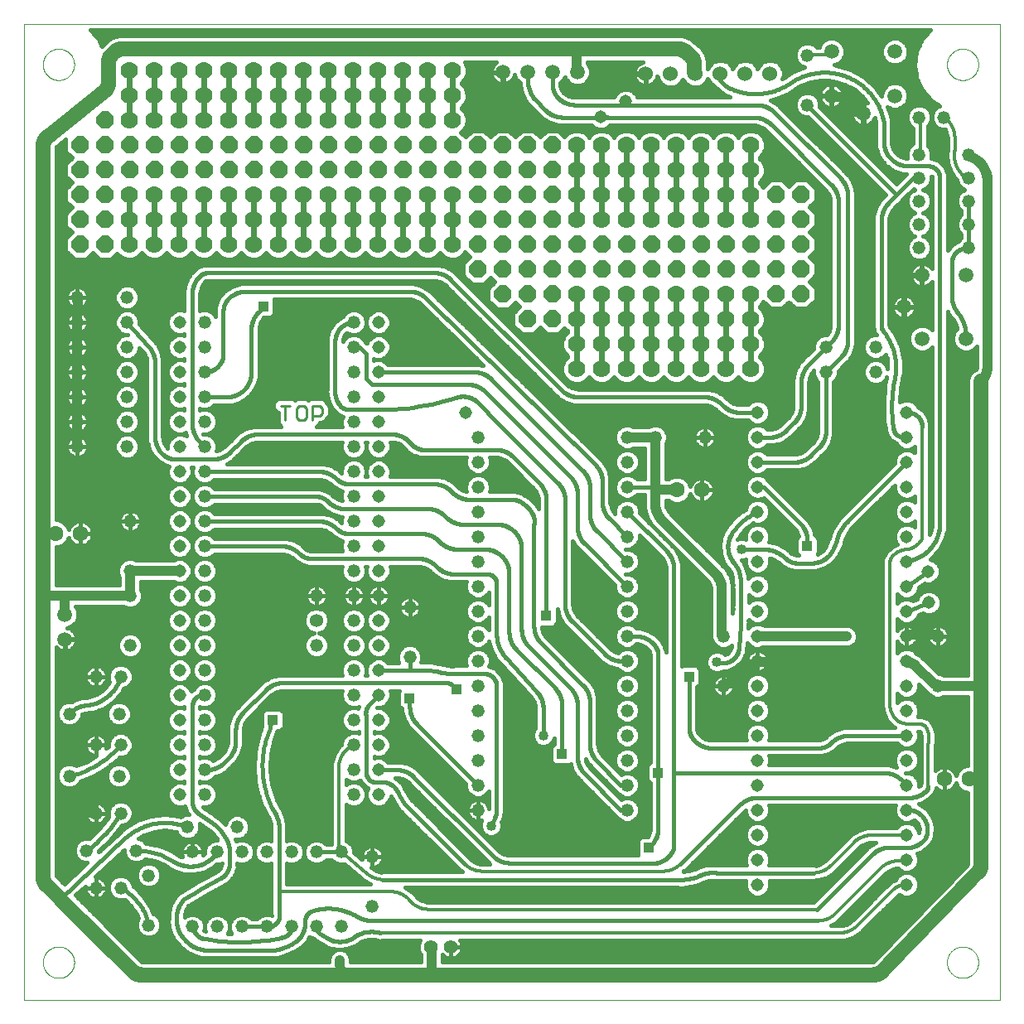
<source format=gtl>
G75*
%MOIN*%
%OFA0B0*%
%FSLAX25Y25*%
%IPPOS*%
%LPD*%
%AMOC8*
5,1,8,0,0,1.08239X$1,22.5*
%
%ADD10C,0.00000*%
%ADD11C,0.01100*%
%ADD12C,0.05200*%
%ADD13C,0.05150*%
%ADD14C,0.05937*%
%ADD15C,0.06000*%
%ADD16C,0.06300*%
%ADD17C,0.05600*%
%ADD18C,0.05906*%
%ADD19C,0.03937*%
%ADD20C,0.04016*%
%ADD21C,0.01575*%
%ADD22C,0.05354*%
%ADD23OC8,0.04016*%
%ADD24R,0.04016X0.04016*%
%ADD25C,0.01181*%
%ADD26OC8,0.07000*%
%ADD27C,0.07000*%
%ADD28C,0.02362*%
%ADD29C,0.03150*%
D10*
X0064972Y0005537D02*
X0064972Y0397988D01*
X0457394Y0397988D01*
X0457394Y0005537D01*
X0064972Y0005537D01*
X0072423Y0020537D02*
X0072425Y0020695D01*
X0072431Y0020853D01*
X0072441Y0021011D01*
X0072455Y0021169D01*
X0072473Y0021326D01*
X0072494Y0021483D01*
X0072520Y0021639D01*
X0072550Y0021795D01*
X0072583Y0021950D01*
X0072621Y0022103D01*
X0072662Y0022256D01*
X0072707Y0022408D01*
X0072756Y0022559D01*
X0072809Y0022708D01*
X0072865Y0022856D01*
X0072925Y0023002D01*
X0072989Y0023147D01*
X0073057Y0023290D01*
X0073128Y0023432D01*
X0073202Y0023572D01*
X0073280Y0023709D01*
X0073362Y0023845D01*
X0073446Y0023979D01*
X0073535Y0024110D01*
X0073626Y0024239D01*
X0073721Y0024366D01*
X0073818Y0024491D01*
X0073919Y0024613D01*
X0074023Y0024732D01*
X0074130Y0024849D01*
X0074240Y0024963D01*
X0074353Y0025074D01*
X0074468Y0025183D01*
X0074586Y0025288D01*
X0074707Y0025390D01*
X0074830Y0025490D01*
X0074956Y0025586D01*
X0075084Y0025679D01*
X0075214Y0025769D01*
X0075347Y0025855D01*
X0075482Y0025939D01*
X0075618Y0026018D01*
X0075757Y0026095D01*
X0075898Y0026167D01*
X0076040Y0026237D01*
X0076184Y0026302D01*
X0076330Y0026364D01*
X0076477Y0026422D01*
X0076626Y0026477D01*
X0076776Y0026528D01*
X0076927Y0026575D01*
X0077079Y0026618D01*
X0077232Y0026657D01*
X0077387Y0026693D01*
X0077542Y0026724D01*
X0077698Y0026752D01*
X0077854Y0026776D01*
X0078011Y0026796D01*
X0078169Y0026812D01*
X0078326Y0026824D01*
X0078485Y0026832D01*
X0078643Y0026836D01*
X0078801Y0026836D01*
X0078959Y0026832D01*
X0079118Y0026824D01*
X0079275Y0026812D01*
X0079433Y0026796D01*
X0079590Y0026776D01*
X0079746Y0026752D01*
X0079902Y0026724D01*
X0080057Y0026693D01*
X0080212Y0026657D01*
X0080365Y0026618D01*
X0080517Y0026575D01*
X0080668Y0026528D01*
X0080818Y0026477D01*
X0080967Y0026422D01*
X0081114Y0026364D01*
X0081260Y0026302D01*
X0081404Y0026237D01*
X0081546Y0026167D01*
X0081687Y0026095D01*
X0081826Y0026018D01*
X0081962Y0025939D01*
X0082097Y0025855D01*
X0082230Y0025769D01*
X0082360Y0025679D01*
X0082488Y0025586D01*
X0082614Y0025490D01*
X0082737Y0025390D01*
X0082858Y0025288D01*
X0082976Y0025183D01*
X0083091Y0025074D01*
X0083204Y0024963D01*
X0083314Y0024849D01*
X0083421Y0024732D01*
X0083525Y0024613D01*
X0083626Y0024491D01*
X0083723Y0024366D01*
X0083818Y0024239D01*
X0083909Y0024110D01*
X0083998Y0023979D01*
X0084082Y0023845D01*
X0084164Y0023709D01*
X0084242Y0023572D01*
X0084316Y0023432D01*
X0084387Y0023290D01*
X0084455Y0023147D01*
X0084519Y0023002D01*
X0084579Y0022856D01*
X0084635Y0022708D01*
X0084688Y0022559D01*
X0084737Y0022408D01*
X0084782Y0022256D01*
X0084823Y0022103D01*
X0084861Y0021950D01*
X0084894Y0021795D01*
X0084924Y0021639D01*
X0084950Y0021483D01*
X0084971Y0021326D01*
X0084989Y0021169D01*
X0085003Y0021011D01*
X0085013Y0020853D01*
X0085019Y0020695D01*
X0085021Y0020537D01*
X0085019Y0020379D01*
X0085013Y0020221D01*
X0085003Y0020063D01*
X0084989Y0019905D01*
X0084971Y0019748D01*
X0084950Y0019591D01*
X0084924Y0019435D01*
X0084894Y0019279D01*
X0084861Y0019124D01*
X0084823Y0018971D01*
X0084782Y0018818D01*
X0084737Y0018666D01*
X0084688Y0018515D01*
X0084635Y0018366D01*
X0084579Y0018218D01*
X0084519Y0018072D01*
X0084455Y0017927D01*
X0084387Y0017784D01*
X0084316Y0017642D01*
X0084242Y0017502D01*
X0084164Y0017365D01*
X0084082Y0017229D01*
X0083998Y0017095D01*
X0083909Y0016964D01*
X0083818Y0016835D01*
X0083723Y0016708D01*
X0083626Y0016583D01*
X0083525Y0016461D01*
X0083421Y0016342D01*
X0083314Y0016225D01*
X0083204Y0016111D01*
X0083091Y0016000D01*
X0082976Y0015891D01*
X0082858Y0015786D01*
X0082737Y0015684D01*
X0082614Y0015584D01*
X0082488Y0015488D01*
X0082360Y0015395D01*
X0082230Y0015305D01*
X0082097Y0015219D01*
X0081962Y0015135D01*
X0081826Y0015056D01*
X0081687Y0014979D01*
X0081546Y0014907D01*
X0081404Y0014837D01*
X0081260Y0014772D01*
X0081114Y0014710D01*
X0080967Y0014652D01*
X0080818Y0014597D01*
X0080668Y0014546D01*
X0080517Y0014499D01*
X0080365Y0014456D01*
X0080212Y0014417D01*
X0080057Y0014381D01*
X0079902Y0014350D01*
X0079746Y0014322D01*
X0079590Y0014298D01*
X0079433Y0014278D01*
X0079275Y0014262D01*
X0079118Y0014250D01*
X0078959Y0014242D01*
X0078801Y0014238D01*
X0078643Y0014238D01*
X0078485Y0014242D01*
X0078326Y0014250D01*
X0078169Y0014262D01*
X0078011Y0014278D01*
X0077854Y0014298D01*
X0077698Y0014322D01*
X0077542Y0014350D01*
X0077387Y0014381D01*
X0077232Y0014417D01*
X0077079Y0014456D01*
X0076927Y0014499D01*
X0076776Y0014546D01*
X0076626Y0014597D01*
X0076477Y0014652D01*
X0076330Y0014710D01*
X0076184Y0014772D01*
X0076040Y0014837D01*
X0075898Y0014907D01*
X0075757Y0014979D01*
X0075618Y0015056D01*
X0075482Y0015135D01*
X0075347Y0015219D01*
X0075214Y0015305D01*
X0075084Y0015395D01*
X0074956Y0015488D01*
X0074830Y0015584D01*
X0074707Y0015684D01*
X0074586Y0015786D01*
X0074468Y0015891D01*
X0074353Y0016000D01*
X0074240Y0016111D01*
X0074130Y0016225D01*
X0074023Y0016342D01*
X0073919Y0016461D01*
X0073818Y0016583D01*
X0073721Y0016708D01*
X0073626Y0016835D01*
X0073535Y0016964D01*
X0073446Y0017095D01*
X0073362Y0017229D01*
X0073280Y0017365D01*
X0073202Y0017502D01*
X0073128Y0017642D01*
X0073057Y0017784D01*
X0072989Y0017927D01*
X0072925Y0018072D01*
X0072865Y0018218D01*
X0072809Y0018366D01*
X0072756Y0018515D01*
X0072707Y0018666D01*
X0072662Y0018818D01*
X0072621Y0018971D01*
X0072583Y0019124D01*
X0072550Y0019279D01*
X0072520Y0019435D01*
X0072494Y0019591D01*
X0072473Y0019748D01*
X0072455Y0019905D01*
X0072441Y0020063D01*
X0072431Y0020221D01*
X0072425Y0020379D01*
X0072423Y0020537D01*
X0436173Y0020537D02*
X0436175Y0020695D01*
X0436181Y0020853D01*
X0436191Y0021011D01*
X0436205Y0021169D01*
X0436223Y0021326D01*
X0436244Y0021483D01*
X0436270Y0021639D01*
X0436300Y0021795D01*
X0436333Y0021950D01*
X0436371Y0022103D01*
X0436412Y0022256D01*
X0436457Y0022408D01*
X0436506Y0022559D01*
X0436559Y0022708D01*
X0436615Y0022856D01*
X0436675Y0023002D01*
X0436739Y0023147D01*
X0436807Y0023290D01*
X0436878Y0023432D01*
X0436952Y0023572D01*
X0437030Y0023709D01*
X0437112Y0023845D01*
X0437196Y0023979D01*
X0437285Y0024110D01*
X0437376Y0024239D01*
X0437471Y0024366D01*
X0437568Y0024491D01*
X0437669Y0024613D01*
X0437773Y0024732D01*
X0437880Y0024849D01*
X0437990Y0024963D01*
X0438103Y0025074D01*
X0438218Y0025183D01*
X0438336Y0025288D01*
X0438457Y0025390D01*
X0438580Y0025490D01*
X0438706Y0025586D01*
X0438834Y0025679D01*
X0438964Y0025769D01*
X0439097Y0025855D01*
X0439232Y0025939D01*
X0439368Y0026018D01*
X0439507Y0026095D01*
X0439648Y0026167D01*
X0439790Y0026237D01*
X0439934Y0026302D01*
X0440080Y0026364D01*
X0440227Y0026422D01*
X0440376Y0026477D01*
X0440526Y0026528D01*
X0440677Y0026575D01*
X0440829Y0026618D01*
X0440982Y0026657D01*
X0441137Y0026693D01*
X0441292Y0026724D01*
X0441448Y0026752D01*
X0441604Y0026776D01*
X0441761Y0026796D01*
X0441919Y0026812D01*
X0442076Y0026824D01*
X0442235Y0026832D01*
X0442393Y0026836D01*
X0442551Y0026836D01*
X0442709Y0026832D01*
X0442868Y0026824D01*
X0443025Y0026812D01*
X0443183Y0026796D01*
X0443340Y0026776D01*
X0443496Y0026752D01*
X0443652Y0026724D01*
X0443807Y0026693D01*
X0443962Y0026657D01*
X0444115Y0026618D01*
X0444267Y0026575D01*
X0444418Y0026528D01*
X0444568Y0026477D01*
X0444717Y0026422D01*
X0444864Y0026364D01*
X0445010Y0026302D01*
X0445154Y0026237D01*
X0445296Y0026167D01*
X0445437Y0026095D01*
X0445576Y0026018D01*
X0445712Y0025939D01*
X0445847Y0025855D01*
X0445980Y0025769D01*
X0446110Y0025679D01*
X0446238Y0025586D01*
X0446364Y0025490D01*
X0446487Y0025390D01*
X0446608Y0025288D01*
X0446726Y0025183D01*
X0446841Y0025074D01*
X0446954Y0024963D01*
X0447064Y0024849D01*
X0447171Y0024732D01*
X0447275Y0024613D01*
X0447376Y0024491D01*
X0447473Y0024366D01*
X0447568Y0024239D01*
X0447659Y0024110D01*
X0447748Y0023979D01*
X0447832Y0023845D01*
X0447914Y0023709D01*
X0447992Y0023572D01*
X0448066Y0023432D01*
X0448137Y0023290D01*
X0448205Y0023147D01*
X0448269Y0023002D01*
X0448329Y0022856D01*
X0448385Y0022708D01*
X0448438Y0022559D01*
X0448487Y0022408D01*
X0448532Y0022256D01*
X0448573Y0022103D01*
X0448611Y0021950D01*
X0448644Y0021795D01*
X0448674Y0021639D01*
X0448700Y0021483D01*
X0448721Y0021326D01*
X0448739Y0021169D01*
X0448753Y0021011D01*
X0448763Y0020853D01*
X0448769Y0020695D01*
X0448771Y0020537D01*
X0448769Y0020379D01*
X0448763Y0020221D01*
X0448753Y0020063D01*
X0448739Y0019905D01*
X0448721Y0019748D01*
X0448700Y0019591D01*
X0448674Y0019435D01*
X0448644Y0019279D01*
X0448611Y0019124D01*
X0448573Y0018971D01*
X0448532Y0018818D01*
X0448487Y0018666D01*
X0448438Y0018515D01*
X0448385Y0018366D01*
X0448329Y0018218D01*
X0448269Y0018072D01*
X0448205Y0017927D01*
X0448137Y0017784D01*
X0448066Y0017642D01*
X0447992Y0017502D01*
X0447914Y0017365D01*
X0447832Y0017229D01*
X0447748Y0017095D01*
X0447659Y0016964D01*
X0447568Y0016835D01*
X0447473Y0016708D01*
X0447376Y0016583D01*
X0447275Y0016461D01*
X0447171Y0016342D01*
X0447064Y0016225D01*
X0446954Y0016111D01*
X0446841Y0016000D01*
X0446726Y0015891D01*
X0446608Y0015786D01*
X0446487Y0015684D01*
X0446364Y0015584D01*
X0446238Y0015488D01*
X0446110Y0015395D01*
X0445980Y0015305D01*
X0445847Y0015219D01*
X0445712Y0015135D01*
X0445576Y0015056D01*
X0445437Y0014979D01*
X0445296Y0014907D01*
X0445154Y0014837D01*
X0445010Y0014772D01*
X0444864Y0014710D01*
X0444717Y0014652D01*
X0444568Y0014597D01*
X0444418Y0014546D01*
X0444267Y0014499D01*
X0444115Y0014456D01*
X0443962Y0014417D01*
X0443807Y0014381D01*
X0443652Y0014350D01*
X0443496Y0014322D01*
X0443340Y0014298D01*
X0443183Y0014278D01*
X0443025Y0014262D01*
X0442868Y0014250D01*
X0442709Y0014242D01*
X0442551Y0014238D01*
X0442393Y0014238D01*
X0442235Y0014242D01*
X0442076Y0014250D01*
X0441919Y0014262D01*
X0441761Y0014278D01*
X0441604Y0014298D01*
X0441448Y0014322D01*
X0441292Y0014350D01*
X0441137Y0014381D01*
X0440982Y0014417D01*
X0440829Y0014456D01*
X0440677Y0014499D01*
X0440526Y0014546D01*
X0440376Y0014597D01*
X0440227Y0014652D01*
X0440080Y0014710D01*
X0439934Y0014772D01*
X0439790Y0014837D01*
X0439648Y0014907D01*
X0439507Y0014979D01*
X0439368Y0015056D01*
X0439232Y0015135D01*
X0439097Y0015219D01*
X0438964Y0015305D01*
X0438834Y0015395D01*
X0438706Y0015488D01*
X0438580Y0015584D01*
X0438457Y0015684D01*
X0438336Y0015786D01*
X0438218Y0015891D01*
X0438103Y0016000D01*
X0437990Y0016111D01*
X0437880Y0016225D01*
X0437773Y0016342D01*
X0437669Y0016461D01*
X0437568Y0016583D01*
X0437471Y0016708D01*
X0437376Y0016835D01*
X0437285Y0016964D01*
X0437196Y0017095D01*
X0437112Y0017229D01*
X0437030Y0017365D01*
X0436952Y0017502D01*
X0436878Y0017642D01*
X0436807Y0017784D01*
X0436739Y0017927D01*
X0436675Y0018072D01*
X0436615Y0018218D01*
X0436559Y0018366D01*
X0436506Y0018515D01*
X0436457Y0018666D01*
X0436412Y0018818D01*
X0436371Y0018971D01*
X0436333Y0019124D01*
X0436300Y0019279D01*
X0436270Y0019435D01*
X0436244Y0019591D01*
X0436223Y0019748D01*
X0436205Y0019905D01*
X0436191Y0020063D01*
X0436181Y0020221D01*
X0436175Y0020379D01*
X0436173Y0020537D01*
X0436173Y0381787D02*
X0436175Y0381945D01*
X0436181Y0382103D01*
X0436191Y0382261D01*
X0436205Y0382419D01*
X0436223Y0382576D01*
X0436244Y0382733D01*
X0436270Y0382889D01*
X0436300Y0383045D01*
X0436333Y0383200D01*
X0436371Y0383353D01*
X0436412Y0383506D01*
X0436457Y0383658D01*
X0436506Y0383809D01*
X0436559Y0383958D01*
X0436615Y0384106D01*
X0436675Y0384252D01*
X0436739Y0384397D01*
X0436807Y0384540D01*
X0436878Y0384682D01*
X0436952Y0384822D01*
X0437030Y0384959D01*
X0437112Y0385095D01*
X0437196Y0385229D01*
X0437285Y0385360D01*
X0437376Y0385489D01*
X0437471Y0385616D01*
X0437568Y0385741D01*
X0437669Y0385863D01*
X0437773Y0385982D01*
X0437880Y0386099D01*
X0437990Y0386213D01*
X0438103Y0386324D01*
X0438218Y0386433D01*
X0438336Y0386538D01*
X0438457Y0386640D01*
X0438580Y0386740D01*
X0438706Y0386836D01*
X0438834Y0386929D01*
X0438964Y0387019D01*
X0439097Y0387105D01*
X0439232Y0387189D01*
X0439368Y0387268D01*
X0439507Y0387345D01*
X0439648Y0387417D01*
X0439790Y0387487D01*
X0439934Y0387552D01*
X0440080Y0387614D01*
X0440227Y0387672D01*
X0440376Y0387727D01*
X0440526Y0387778D01*
X0440677Y0387825D01*
X0440829Y0387868D01*
X0440982Y0387907D01*
X0441137Y0387943D01*
X0441292Y0387974D01*
X0441448Y0388002D01*
X0441604Y0388026D01*
X0441761Y0388046D01*
X0441919Y0388062D01*
X0442076Y0388074D01*
X0442235Y0388082D01*
X0442393Y0388086D01*
X0442551Y0388086D01*
X0442709Y0388082D01*
X0442868Y0388074D01*
X0443025Y0388062D01*
X0443183Y0388046D01*
X0443340Y0388026D01*
X0443496Y0388002D01*
X0443652Y0387974D01*
X0443807Y0387943D01*
X0443962Y0387907D01*
X0444115Y0387868D01*
X0444267Y0387825D01*
X0444418Y0387778D01*
X0444568Y0387727D01*
X0444717Y0387672D01*
X0444864Y0387614D01*
X0445010Y0387552D01*
X0445154Y0387487D01*
X0445296Y0387417D01*
X0445437Y0387345D01*
X0445576Y0387268D01*
X0445712Y0387189D01*
X0445847Y0387105D01*
X0445980Y0387019D01*
X0446110Y0386929D01*
X0446238Y0386836D01*
X0446364Y0386740D01*
X0446487Y0386640D01*
X0446608Y0386538D01*
X0446726Y0386433D01*
X0446841Y0386324D01*
X0446954Y0386213D01*
X0447064Y0386099D01*
X0447171Y0385982D01*
X0447275Y0385863D01*
X0447376Y0385741D01*
X0447473Y0385616D01*
X0447568Y0385489D01*
X0447659Y0385360D01*
X0447748Y0385229D01*
X0447832Y0385095D01*
X0447914Y0384959D01*
X0447992Y0384822D01*
X0448066Y0384682D01*
X0448137Y0384540D01*
X0448205Y0384397D01*
X0448269Y0384252D01*
X0448329Y0384106D01*
X0448385Y0383958D01*
X0448438Y0383809D01*
X0448487Y0383658D01*
X0448532Y0383506D01*
X0448573Y0383353D01*
X0448611Y0383200D01*
X0448644Y0383045D01*
X0448674Y0382889D01*
X0448700Y0382733D01*
X0448721Y0382576D01*
X0448739Y0382419D01*
X0448753Y0382261D01*
X0448763Y0382103D01*
X0448769Y0381945D01*
X0448771Y0381787D01*
X0448769Y0381629D01*
X0448763Y0381471D01*
X0448753Y0381313D01*
X0448739Y0381155D01*
X0448721Y0380998D01*
X0448700Y0380841D01*
X0448674Y0380685D01*
X0448644Y0380529D01*
X0448611Y0380374D01*
X0448573Y0380221D01*
X0448532Y0380068D01*
X0448487Y0379916D01*
X0448438Y0379765D01*
X0448385Y0379616D01*
X0448329Y0379468D01*
X0448269Y0379322D01*
X0448205Y0379177D01*
X0448137Y0379034D01*
X0448066Y0378892D01*
X0447992Y0378752D01*
X0447914Y0378615D01*
X0447832Y0378479D01*
X0447748Y0378345D01*
X0447659Y0378214D01*
X0447568Y0378085D01*
X0447473Y0377958D01*
X0447376Y0377833D01*
X0447275Y0377711D01*
X0447171Y0377592D01*
X0447064Y0377475D01*
X0446954Y0377361D01*
X0446841Y0377250D01*
X0446726Y0377141D01*
X0446608Y0377036D01*
X0446487Y0376934D01*
X0446364Y0376834D01*
X0446238Y0376738D01*
X0446110Y0376645D01*
X0445980Y0376555D01*
X0445847Y0376469D01*
X0445712Y0376385D01*
X0445576Y0376306D01*
X0445437Y0376229D01*
X0445296Y0376157D01*
X0445154Y0376087D01*
X0445010Y0376022D01*
X0444864Y0375960D01*
X0444717Y0375902D01*
X0444568Y0375847D01*
X0444418Y0375796D01*
X0444267Y0375749D01*
X0444115Y0375706D01*
X0443962Y0375667D01*
X0443807Y0375631D01*
X0443652Y0375600D01*
X0443496Y0375572D01*
X0443340Y0375548D01*
X0443183Y0375528D01*
X0443025Y0375512D01*
X0442868Y0375500D01*
X0442709Y0375492D01*
X0442551Y0375488D01*
X0442393Y0375488D01*
X0442235Y0375492D01*
X0442076Y0375500D01*
X0441919Y0375512D01*
X0441761Y0375528D01*
X0441604Y0375548D01*
X0441448Y0375572D01*
X0441292Y0375600D01*
X0441137Y0375631D01*
X0440982Y0375667D01*
X0440829Y0375706D01*
X0440677Y0375749D01*
X0440526Y0375796D01*
X0440376Y0375847D01*
X0440227Y0375902D01*
X0440080Y0375960D01*
X0439934Y0376022D01*
X0439790Y0376087D01*
X0439648Y0376157D01*
X0439507Y0376229D01*
X0439368Y0376306D01*
X0439232Y0376385D01*
X0439097Y0376469D01*
X0438964Y0376555D01*
X0438834Y0376645D01*
X0438706Y0376738D01*
X0438580Y0376834D01*
X0438457Y0376934D01*
X0438336Y0377036D01*
X0438218Y0377141D01*
X0438103Y0377250D01*
X0437990Y0377361D01*
X0437880Y0377475D01*
X0437773Y0377592D01*
X0437669Y0377711D01*
X0437568Y0377833D01*
X0437471Y0377958D01*
X0437376Y0378085D01*
X0437285Y0378214D01*
X0437196Y0378345D01*
X0437112Y0378479D01*
X0437030Y0378615D01*
X0436952Y0378752D01*
X0436878Y0378892D01*
X0436807Y0379034D01*
X0436739Y0379177D01*
X0436675Y0379322D01*
X0436615Y0379468D01*
X0436559Y0379616D01*
X0436506Y0379765D01*
X0436457Y0379916D01*
X0436412Y0380068D01*
X0436371Y0380221D01*
X0436333Y0380374D01*
X0436300Y0380529D01*
X0436270Y0380685D01*
X0436244Y0380841D01*
X0436223Y0380998D01*
X0436205Y0381155D01*
X0436191Y0381313D01*
X0436181Y0381471D01*
X0436175Y0381629D01*
X0436173Y0381787D01*
X0072423Y0381787D02*
X0072425Y0381945D01*
X0072431Y0382103D01*
X0072441Y0382261D01*
X0072455Y0382419D01*
X0072473Y0382576D01*
X0072494Y0382733D01*
X0072520Y0382889D01*
X0072550Y0383045D01*
X0072583Y0383200D01*
X0072621Y0383353D01*
X0072662Y0383506D01*
X0072707Y0383658D01*
X0072756Y0383809D01*
X0072809Y0383958D01*
X0072865Y0384106D01*
X0072925Y0384252D01*
X0072989Y0384397D01*
X0073057Y0384540D01*
X0073128Y0384682D01*
X0073202Y0384822D01*
X0073280Y0384959D01*
X0073362Y0385095D01*
X0073446Y0385229D01*
X0073535Y0385360D01*
X0073626Y0385489D01*
X0073721Y0385616D01*
X0073818Y0385741D01*
X0073919Y0385863D01*
X0074023Y0385982D01*
X0074130Y0386099D01*
X0074240Y0386213D01*
X0074353Y0386324D01*
X0074468Y0386433D01*
X0074586Y0386538D01*
X0074707Y0386640D01*
X0074830Y0386740D01*
X0074956Y0386836D01*
X0075084Y0386929D01*
X0075214Y0387019D01*
X0075347Y0387105D01*
X0075482Y0387189D01*
X0075618Y0387268D01*
X0075757Y0387345D01*
X0075898Y0387417D01*
X0076040Y0387487D01*
X0076184Y0387552D01*
X0076330Y0387614D01*
X0076477Y0387672D01*
X0076626Y0387727D01*
X0076776Y0387778D01*
X0076927Y0387825D01*
X0077079Y0387868D01*
X0077232Y0387907D01*
X0077387Y0387943D01*
X0077542Y0387974D01*
X0077698Y0388002D01*
X0077854Y0388026D01*
X0078011Y0388046D01*
X0078169Y0388062D01*
X0078326Y0388074D01*
X0078485Y0388082D01*
X0078643Y0388086D01*
X0078801Y0388086D01*
X0078959Y0388082D01*
X0079118Y0388074D01*
X0079275Y0388062D01*
X0079433Y0388046D01*
X0079590Y0388026D01*
X0079746Y0388002D01*
X0079902Y0387974D01*
X0080057Y0387943D01*
X0080212Y0387907D01*
X0080365Y0387868D01*
X0080517Y0387825D01*
X0080668Y0387778D01*
X0080818Y0387727D01*
X0080967Y0387672D01*
X0081114Y0387614D01*
X0081260Y0387552D01*
X0081404Y0387487D01*
X0081546Y0387417D01*
X0081687Y0387345D01*
X0081826Y0387268D01*
X0081962Y0387189D01*
X0082097Y0387105D01*
X0082230Y0387019D01*
X0082360Y0386929D01*
X0082488Y0386836D01*
X0082614Y0386740D01*
X0082737Y0386640D01*
X0082858Y0386538D01*
X0082976Y0386433D01*
X0083091Y0386324D01*
X0083204Y0386213D01*
X0083314Y0386099D01*
X0083421Y0385982D01*
X0083525Y0385863D01*
X0083626Y0385741D01*
X0083723Y0385616D01*
X0083818Y0385489D01*
X0083909Y0385360D01*
X0083998Y0385229D01*
X0084082Y0385095D01*
X0084164Y0384959D01*
X0084242Y0384822D01*
X0084316Y0384682D01*
X0084387Y0384540D01*
X0084455Y0384397D01*
X0084519Y0384252D01*
X0084579Y0384106D01*
X0084635Y0383958D01*
X0084688Y0383809D01*
X0084737Y0383658D01*
X0084782Y0383506D01*
X0084823Y0383353D01*
X0084861Y0383200D01*
X0084894Y0383045D01*
X0084924Y0382889D01*
X0084950Y0382733D01*
X0084971Y0382576D01*
X0084989Y0382419D01*
X0085003Y0382261D01*
X0085013Y0382103D01*
X0085019Y0381945D01*
X0085021Y0381787D01*
X0085019Y0381629D01*
X0085013Y0381471D01*
X0085003Y0381313D01*
X0084989Y0381155D01*
X0084971Y0380998D01*
X0084950Y0380841D01*
X0084924Y0380685D01*
X0084894Y0380529D01*
X0084861Y0380374D01*
X0084823Y0380221D01*
X0084782Y0380068D01*
X0084737Y0379916D01*
X0084688Y0379765D01*
X0084635Y0379616D01*
X0084579Y0379468D01*
X0084519Y0379322D01*
X0084455Y0379177D01*
X0084387Y0379034D01*
X0084316Y0378892D01*
X0084242Y0378752D01*
X0084164Y0378615D01*
X0084082Y0378479D01*
X0083998Y0378345D01*
X0083909Y0378214D01*
X0083818Y0378085D01*
X0083723Y0377958D01*
X0083626Y0377833D01*
X0083525Y0377711D01*
X0083421Y0377592D01*
X0083314Y0377475D01*
X0083204Y0377361D01*
X0083091Y0377250D01*
X0082976Y0377141D01*
X0082858Y0377036D01*
X0082737Y0376934D01*
X0082614Y0376834D01*
X0082488Y0376738D01*
X0082360Y0376645D01*
X0082230Y0376555D01*
X0082097Y0376469D01*
X0081962Y0376385D01*
X0081826Y0376306D01*
X0081687Y0376229D01*
X0081546Y0376157D01*
X0081404Y0376087D01*
X0081260Y0376022D01*
X0081114Y0375960D01*
X0080967Y0375902D01*
X0080818Y0375847D01*
X0080668Y0375796D01*
X0080517Y0375749D01*
X0080365Y0375706D01*
X0080212Y0375667D01*
X0080057Y0375631D01*
X0079902Y0375600D01*
X0079746Y0375572D01*
X0079590Y0375548D01*
X0079433Y0375528D01*
X0079275Y0375512D01*
X0079118Y0375500D01*
X0078959Y0375492D01*
X0078801Y0375488D01*
X0078643Y0375488D01*
X0078485Y0375492D01*
X0078326Y0375500D01*
X0078169Y0375512D01*
X0078011Y0375528D01*
X0077854Y0375548D01*
X0077698Y0375572D01*
X0077542Y0375600D01*
X0077387Y0375631D01*
X0077232Y0375667D01*
X0077079Y0375706D01*
X0076927Y0375749D01*
X0076776Y0375796D01*
X0076626Y0375847D01*
X0076477Y0375902D01*
X0076330Y0375960D01*
X0076184Y0376022D01*
X0076040Y0376087D01*
X0075898Y0376157D01*
X0075757Y0376229D01*
X0075618Y0376306D01*
X0075482Y0376385D01*
X0075347Y0376469D01*
X0075214Y0376555D01*
X0075084Y0376645D01*
X0074956Y0376738D01*
X0074830Y0376834D01*
X0074707Y0376934D01*
X0074586Y0377036D01*
X0074468Y0377141D01*
X0074353Y0377250D01*
X0074240Y0377361D01*
X0074130Y0377475D01*
X0074023Y0377592D01*
X0073919Y0377711D01*
X0073818Y0377833D01*
X0073721Y0377958D01*
X0073626Y0378085D01*
X0073535Y0378214D01*
X0073446Y0378345D01*
X0073362Y0378479D01*
X0073280Y0378615D01*
X0073202Y0378752D01*
X0073128Y0378892D01*
X0073057Y0379034D01*
X0072989Y0379177D01*
X0072925Y0379322D01*
X0072865Y0379468D01*
X0072809Y0379616D01*
X0072756Y0379765D01*
X0072707Y0379916D01*
X0072662Y0380068D01*
X0072621Y0380221D01*
X0072583Y0380374D01*
X0072550Y0380529D01*
X0072520Y0380685D01*
X0072494Y0380841D01*
X0072473Y0380998D01*
X0072455Y0381155D01*
X0072441Y0381313D01*
X0072431Y0381471D01*
X0072425Y0381629D01*
X0072423Y0381787D01*
D11*
X0168022Y0244492D02*
X0171959Y0244492D01*
X0169991Y0244492D02*
X0169991Y0238587D01*
X0174468Y0239572D02*
X0175452Y0238587D01*
X0177420Y0238587D01*
X0178405Y0239572D01*
X0178405Y0243508D01*
X0177420Y0244492D01*
X0175452Y0244492D01*
X0174468Y0243508D01*
X0174468Y0239572D01*
X0180913Y0240556D02*
X0183866Y0240556D01*
X0184850Y0241540D01*
X0184850Y0243508D01*
X0183866Y0244492D01*
X0180913Y0244492D01*
X0180913Y0238587D01*
D12*
X0197472Y0238037D03*
X0197472Y0228037D03*
X0197472Y0218037D03*
X0197472Y0208037D03*
X0197472Y0198037D03*
X0197472Y0188037D03*
X0197472Y0178037D03*
X0197472Y0168037D03*
X0197472Y0158037D03*
X0197472Y0148037D03*
X0197472Y0138037D03*
X0197472Y0128037D03*
X0197472Y0118037D03*
X0197472Y0108037D03*
X0197472Y0098037D03*
X0197472Y0088037D03*
X0192504Y0064927D03*
X0182504Y0064927D03*
X0172504Y0064927D03*
X0162504Y0064927D03*
X0152504Y0064927D03*
X0142504Y0064927D03*
X0132504Y0064927D03*
X0130622Y0074935D03*
X0137472Y0088037D03*
X0137472Y0098037D03*
X0137472Y0108037D03*
X0137472Y0118037D03*
X0137472Y0128037D03*
X0137472Y0138037D03*
X0137472Y0148037D03*
X0137472Y0158037D03*
X0137472Y0168037D03*
X0137472Y0178037D03*
X0137472Y0188037D03*
X0137472Y0198037D03*
X0137472Y0208037D03*
X0137472Y0218037D03*
X0137472Y0228037D03*
X0137472Y0238037D03*
X0137472Y0248037D03*
X0137472Y0258037D03*
X0137472Y0268037D03*
X0137472Y0278037D03*
X0106222Y0278037D03*
X0106222Y0288037D03*
X0086222Y0288037D03*
X0086222Y0278037D03*
X0086222Y0268037D03*
X0086222Y0258037D03*
X0086222Y0248037D03*
X0086222Y0238037D03*
X0086222Y0228037D03*
X0106222Y0228037D03*
X0106222Y0238037D03*
X0106222Y0248037D03*
X0106222Y0258037D03*
X0106222Y0268037D03*
X0107472Y0198037D03*
X0107472Y0178037D03*
X0107472Y0168037D03*
X0107472Y0148037D03*
X0103724Y0135537D03*
X0093724Y0135537D03*
X0103097Y0120537D03*
X0103724Y0108037D03*
X0093724Y0108037D03*
X0103098Y0095537D03*
X0103724Y0080537D03*
X0093724Y0080537D03*
X0089972Y0065537D03*
X0093724Y0050537D03*
X0103724Y0050537D03*
X0114972Y0055537D03*
X0109972Y0065537D03*
X0114972Y0035537D03*
X0132504Y0034927D03*
X0142504Y0034927D03*
X0152504Y0034927D03*
X0162504Y0034927D03*
X0172504Y0034927D03*
X0182504Y0034927D03*
X0192504Y0034927D03*
X0204972Y0043037D03*
X0204972Y0063037D03*
X0247472Y0081787D03*
X0247472Y0091787D03*
X0247472Y0101787D03*
X0247472Y0111787D03*
X0247472Y0121787D03*
X0247472Y0131787D03*
X0247472Y0141787D03*
X0247472Y0151787D03*
X0247472Y0161787D03*
X0247472Y0171787D03*
X0247472Y0181787D03*
X0247472Y0191787D03*
X0247472Y0201787D03*
X0247472Y0211787D03*
X0247472Y0221787D03*
X0247472Y0231787D03*
X0197472Y0248037D03*
X0197472Y0258037D03*
X0197472Y0268037D03*
X0197472Y0278037D03*
X0307472Y0231787D03*
X0318722Y0231787D03*
X0307472Y0221787D03*
X0307472Y0211787D03*
X0307472Y0201787D03*
X0307472Y0191787D03*
X0307472Y0181787D03*
X0307472Y0171787D03*
X0307472Y0161787D03*
X0307472Y0151787D03*
X0307472Y0141787D03*
X0307472Y0131787D03*
X0307472Y0121787D03*
X0307472Y0111787D03*
X0307472Y0101787D03*
X0307472Y0091787D03*
X0307472Y0081787D03*
X0346222Y0131787D03*
X0346222Y0151787D03*
X0432473Y0151787D03*
X0432473Y0131787D03*
X0338722Y0231787D03*
X0387472Y0258037D03*
X0387472Y0268037D03*
X0407472Y0268037D03*
X0407472Y0258037D03*
X0424972Y0308037D03*
X0424972Y0317412D03*
X0424972Y0326787D03*
X0424972Y0336162D03*
X0424972Y0345537D03*
X0424972Y0360537D03*
X0434972Y0360537D03*
X0444972Y0345537D03*
X0444972Y0336162D03*
X0444972Y0326787D03*
X0444972Y0317412D03*
X0444972Y0308037D03*
X0379972Y0365537D03*
X0379972Y0385537D03*
X0182472Y0168037D03*
X0182472Y0148037D03*
X0220023Y0143397D03*
X0220023Y0163397D03*
X0150622Y0074935D03*
X0083098Y0095537D03*
X0083097Y0120537D03*
D13*
X0127472Y0118037D03*
X0127472Y0108037D03*
X0127472Y0098037D03*
X0127472Y0088037D03*
X0127472Y0128037D03*
X0127472Y0138037D03*
X0127472Y0148037D03*
X0127472Y0158037D03*
X0127472Y0168037D03*
X0127472Y0178037D03*
X0127472Y0188037D03*
X0127472Y0198037D03*
X0127472Y0208037D03*
X0127472Y0218037D03*
X0127472Y0228037D03*
X0127472Y0238037D03*
X0127472Y0248037D03*
X0127472Y0258037D03*
X0127472Y0268037D03*
X0127472Y0278037D03*
X0207472Y0278037D03*
X0207472Y0268037D03*
X0207472Y0258037D03*
X0207472Y0248037D03*
X0207472Y0238037D03*
X0207472Y0228037D03*
X0207472Y0218037D03*
X0207472Y0208037D03*
X0207472Y0198037D03*
X0207472Y0188037D03*
X0207472Y0178037D03*
X0207472Y0168037D03*
X0207472Y0158037D03*
X0207472Y0148037D03*
X0207472Y0138037D03*
X0207472Y0128037D03*
X0207472Y0118037D03*
X0207472Y0108037D03*
X0207472Y0098037D03*
X0207472Y0088037D03*
X0359972Y0091787D03*
X0359972Y0101787D03*
X0359972Y0111787D03*
X0359972Y0121787D03*
X0359972Y0131787D03*
X0359972Y0141787D03*
X0359972Y0151787D03*
X0359972Y0161787D03*
X0359972Y0171787D03*
X0359972Y0181787D03*
X0359972Y0191787D03*
X0359972Y0201787D03*
X0359972Y0211787D03*
X0359972Y0221787D03*
X0359972Y0231787D03*
X0359972Y0241787D03*
X0419972Y0241787D03*
X0419972Y0231787D03*
X0419972Y0221787D03*
X0419972Y0211787D03*
X0419972Y0201787D03*
X0419972Y0191787D03*
X0419972Y0181787D03*
X0428527Y0177780D03*
X0419972Y0171787D03*
X0419972Y0161787D03*
X0428840Y0165276D03*
X0419972Y0151787D03*
X0419972Y0141787D03*
X0419972Y0131787D03*
X0419972Y0121787D03*
X0419972Y0111787D03*
X0419972Y0101787D03*
X0419972Y0091787D03*
X0419972Y0081787D03*
X0419972Y0071787D03*
X0419972Y0061787D03*
X0419972Y0051787D03*
X0359972Y0051787D03*
X0359972Y0061787D03*
X0359972Y0071787D03*
X0359972Y0081787D03*
X0242472Y0241787D03*
X0296922Y0360651D03*
X0306926Y0366903D03*
D14*
X0287472Y0378663D03*
X0277472Y0378663D03*
X0267472Y0378663D03*
X0257472Y0378663D03*
X0389677Y0386896D03*
X0389677Y0369179D03*
X0402472Y0361896D03*
X0415268Y0369179D03*
X0415268Y0386896D03*
X0426114Y0297083D03*
X0418831Y0284287D03*
X0426114Y0271492D03*
X0443831Y0271492D03*
X0443831Y0297083D03*
X0081222Y0160537D03*
X0081222Y0150537D03*
D15*
X0314972Y0378037D03*
X0324972Y0378037D03*
X0334972Y0378037D03*
X0344972Y0378037D03*
X0354972Y0378037D03*
X0364972Y0378037D03*
D16*
X0337559Y0210603D03*
X0327559Y0210603D03*
X0435093Y0094316D03*
X0445093Y0094316D03*
X0087479Y0193097D03*
X0077479Y0193097D03*
D17*
X0228590Y0026794D03*
X0236464Y0026794D03*
D18*
X0228776Y0015537D02*
X0406608Y0015537D01*
X0410195Y0017055D02*
X0448560Y0056583D01*
X0449972Y0060065D02*
X0449972Y0095566D01*
X0449972Y0131620D01*
X0449972Y0254287D01*
X0334618Y0378274D02*
X0334618Y0381509D01*
X0332901Y0385280D02*
X0331207Y0386755D01*
X0327924Y0387983D02*
X0293171Y0387983D01*
X0293171Y0388037D01*
X0286919Y0388037D01*
X0286919Y0388096D01*
X0287079Y0388096D01*
X0286919Y0388037D02*
X0104543Y0388037D01*
X0101008Y0386573D02*
X0100214Y0385779D01*
X0098750Y0382178D02*
X0098847Y0374848D01*
X0096982Y0370886D02*
X0074338Y0352664D01*
X0072472Y0348768D02*
X0072472Y0191847D01*
X0072472Y0168136D01*
X0072472Y0055108D01*
X0073937Y0051573D02*
X0079344Y0046166D01*
X0079969Y0045541D01*
X0108508Y0017002D01*
X0112043Y0015537D02*
X0192472Y0015537D01*
X0192000Y0016010D01*
X0192472Y0015537D02*
X0228776Y0015537D01*
X0112043Y0015537D02*
X0111903Y0015539D01*
X0111763Y0015545D01*
X0111623Y0015555D01*
X0111483Y0015568D01*
X0111344Y0015586D01*
X0111205Y0015608D01*
X0111068Y0015633D01*
X0110930Y0015662D01*
X0110794Y0015695D01*
X0110659Y0015732D01*
X0110525Y0015773D01*
X0110392Y0015818D01*
X0110260Y0015866D01*
X0110130Y0015918D01*
X0110001Y0015973D01*
X0109874Y0016032D01*
X0109748Y0016095D01*
X0109624Y0016161D01*
X0109503Y0016230D01*
X0109383Y0016303D01*
X0109265Y0016380D01*
X0109150Y0016459D01*
X0109036Y0016542D01*
X0108926Y0016628D01*
X0108817Y0016717D01*
X0108711Y0016809D01*
X0108608Y0016904D01*
X0108507Y0017001D01*
X0073936Y0051572D02*
X0073839Y0051673D01*
X0073744Y0051776D01*
X0073652Y0051882D01*
X0073563Y0051991D01*
X0073477Y0052101D01*
X0073394Y0052215D01*
X0073315Y0052330D01*
X0073238Y0052448D01*
X0073165Y0052568D01*
X0073096Y0052689D01*
X0073030Y0052813D01*
X0072967Y0052939D01*
X0072908Y0053066D01*
X0072853Y0053195D01*
X0072801Y0053325D01*
X0072753Y0053457D01*
X0072708Y0053590D01*
X0072667Y0053724D01*
X0072630Y0053859D01*
X0072597Y0053995D01*
X0072568Y0054133D01*
X0072543Y0054270D01*
X0072521Y0054409D01*
X0072503Y0054548D01*
X0072490Y0054688D01*
X0072480Y0054828D01*
X0072474Y0054968D01*
X0072472Y0055108D01*
X0406607Y0015537D02*
X0406745Y0015539D01*
X0406883Y0015545D01*
X0407020Y0015554D01*
X0407158Y0015567D01*
X0407295Y0015585D01*
X0407431Y0015605D01*
X0407567Y0015630D01*
X0407702Y0015658D01*
X0407836Y0015690D01*
X0407969Y0015726D01*
X0408102Y0015766D01*
X0408233Y0015809D01*
X0408363Y0015855D01*
X0408491Y0015906D01*
X0408618Y0015959D01*
X0408744Y0016017D01*
X0408868Y0016077D01*
X0408990Y0016141D01*
X0409110Y0016209D01*
X0409229Y0016279D01*
X0409345Y0016353D01*
X0409460Y0016431D01*
X0409572Y0016511D01*
X0409682Y0016594D01*
X0409789Y0016681D01*
X0409895Y0016770D01*
X0409997Y0016862D01*
X0410097Y0016957D01*
X0410195Y0017055D01*
X0448560Y0056583D02*
X0448654Y0056683D01*
X0448746Y0056785D01*
X0448835Y0056890D01*
X0448921Y0056998D01*
X0449004Y0057108D01*
X0449083Y0057220D01*
X0449160Y0057334D01*
X0449234Y0057450D01*
X0449304Y0057568D01*
X0449371Y0057689D01*
X0449435Y0057810D01*
X0449495Y0057934D01*
X0449552Y0058059D01*
X0449606Y0058186D01*
X0449655Y0058314D01*
X0449702Y0058444D01*
X0449745Y0058575D01*
X0449784Y0058706D01*
X0449819Y0058839D01*
X0449851Y0058973D01*
X0449880Y0059108D01*
X0449904Y0059243D01*
X0449925Y0059379D01*
X0449942Y0059516D01*
X0449955Y0059653D01*
X0449964Y0059790D01*
X0449970Y0059927D01*
X0449972Y0060065D01*
X0096982Y0370886D02*
X0097088Y0370973D01*
X0097191Y0371064D01*
X0097292Y0371157D01*
X0097390Y0371253D01*
X0097485Y0371352D01*
X0097578Y0371453D01*
X0097668Y0371556D01*
X0097755Y0371663D01*
X0097840Y0371771D01*
X0097921Y0371882D01*
X0097999Y0371995D01*
X0098074Y0372110D01*
X0098146Y0372227D01*
X0098214Y0372346D01*
X0098279Y0372467D01*
X0098341Y0372589D01*
X0098400Y0372714D01*
X0098455Y0372840D01*
X0098506Y0372967D01*
X0098554Y0373095D01*
X0098599Y0373225D01*
X0098640Y0373356D01*
X0098677Y0373489D01*
X0098711Y0373622D01*
X0098741Y0373756D01*
X0098767Y0373891D01*
X0098790Y0374026D01*
X0098809Y0374162D01*
X0098824Y0374299D01*
X0098835Y0374435D01*
X0098843Y0374572D01*
X0098846Y0374710D01*
X0098847Y0374847D01*
X0098750Y0382178D02*
X0098751Y0382316D01*
X0098754Y0382453D01*
X0098762Y0382591D01*
X0098773Y0382728D01*
X0098789Y0382865D01*
X0098808Y0383001D01*
X0098830Y0383137D01*
X0098857Y0383272D01*
X0098887Y0383406D01*
X0098921Y0383540D01*
X0098958Y0383672D01*
X0099000Y0383804D01*
X0099044Y0383934D01*
X0099093Y0384063D01*
X0099144Y0384191D01*
X0099200Y0384317D01*
X0099259Y0384441D01*
X0099321Y0384564D01*
X0099386Y0384685D01*
X0099455Y0384804D01*
X0099527Y0384921D01*
X0099603Y0385037D01*
X0099681Y0385150D01*
X0099763Y0385261D01*
X0099847Y0385369D01*
X0099935Y0385476D01*
X0100025Y0385580D01*
X0100118Y0385681D01*
X0100214Y0385780D01*
X0101007Y0386573D02*
X0101108Y0386670D01*
X0101211Y0386765D01*
X0101317Y0386857D01*
X0101426Y0386946D01*
X0101536Y0387032D01*
X0101650Y0387115D01*
X0101765Y0387194D01*
X0101883Y0387271D01*
X0102003Y0387344D01*
X0102124Y0387413D01*
X0102248Y0387479D01*
X0102374Y0387542D01*
X0102501Y0387601D01*
X0102630Y0387656D01*
X0102760Y0387708D01*
X0102892Y0387756D01*
X0103025Y0387801D01*
X0103159Y0387842D01*
X0103294Y0387879D01*
X0103430Y0387912D01*
X0103568Y0387941D01*
X0103705Y0387966D01*
X0103844Y0387988D01*
X0103983Y0388006D01*
X0104123Y0388019D01*
X0104263Y0388029D01*
X0104403Y0388035D01*
X0104543Y0388037D01*
X0074337Y0352663D02*
X0074230Y0352574D01*
X0074125Y0352482D01*
X0074022Y0352388D01*
X0073923Y0352290D01*
X0073826Y0352189D01*
X0073732Y0352086D01*
X0073641Y0351981D01*
X0073553Y0351872D01*
X0073467Y0351762D01*
X0073385Y0351649D01*
X0073307Y0351534D01*
X0073231Y0351416D01*
X0073159Y0351297D01*
X0073090Y0351176D01*
X0073024Y0351052D01*
X0072962Y0350927D01*
X0072904Y0350801D01*
X0072849Y0350672D01*
X0072798Y0350543D01*
X0072750Y0350412D01*
X0072706Y0350279D01*
X0072666Y0350146D01*
X0072629Y0350011D01*
X0072596Y0349875D01*
X0072567Y0349739D01*
X0072542Y0349601D01*
X0072521Y0349464D01*
X0072503Y0349325D01*
X0072490Y0349186D01*
X0072480Y0349047D01*
X0072474Y0348908D01*
X0072472Y0348768D01*
X0292591Y0387983D02*
X0293171Y0387983D01*
X0327924Y0387983D02*
X0328062Y0387981D01*
X0328199Y0387975D01*
X0328337Y0387966D01*
X0328474Y0387953D01*
X0328610Y0387936D01*
X0328747Y0387915D01*
X0328882Y0387890D01*
X0329017Y0387862D01*
X0329151Y0387830D01*
X0329284Y0387794D01*
X0329416Y0387755D01*
X0329547Y0387712D01*
X0329676Y0387666D01*
X0329805Y0387616D01*
X0329932Y0387562D01*
X0330057Y0387505D01*
X0330181Y0387445D01*
X0330303Y0387381D01*
X0330423Y0387314D01*
X0330541Y0387243D01*
X0330658Y0387170D01*
X0330772Y0387093D01*
X0330884Y0387013D01*
X0330994Y0386930D01*
X0331101Y0386844D01*
X0331207Y0386755D01*
X0332901Y0385281D02*
X0333003Y0385189D01*
X0333103Y0385094D01*
X0333201Y0384996D01*
X0333296Y0384896D01*
X0333388Y0384794D01*
X0333477Y0384689D01*
X0333563Y0384581D01*
X0333646Y0384471D01*
X0333726Y0384359D01*
X0333803Y0384245D01*
X0333877Y0384128D01*
X0333948Y0384010D01*
X0334015Y0383890D01*
X0334079Y0383767D01*
X0334139Y0383644D01*
X0334197Y0383518D01*
X0334250Y0383391D01*
X0334300Y0383263D01*
X0334347Y0383133D01*
X0334390Y0383002D01*
X0334429Y0382870D01*
X0334465Y0382737D01*
X0334497Y0382603D01*
X0334525Y0382468D01*
X0334550Y0382332D01*
X0334571Y0382196D01*
X0334588Y0382059D01*
X0334601Y0381922D01*
X0334610Y0381785D01*
X0334616Y0381647D01*
X0334618Y0381509D01*
D19*
X0334618Y0378274D02*
X0334972Y0378037D01*
X0287472Y0378663D02*
X0287079Y0379333D01*
X0287079Y0388096D01*
X0389677Y0369179D02*
X0389736Y0368628D01*
X0395937Y0368628D01*
X0402138Y0362427D01*
X0402472Y0361896D01*
X0444918Y0345729D02*
X0444918Y0345473D01*
X0448054Y0343381D01*
X0444972Y0345537D02*
X0444918Y0345729D01*
X0448055Y0343381D02*
X0448249Y0343248D01*
X0448441Y0343110D01*
X0448629Y0342968D01*
X0448813Y0342821D01*
X0448994Y0342670D01*
X0449171Y0342514D01*
X0449345Y0342354D01*
X0449514Y0342191D01*
X0449680Y0342023D01*
X0449842Y0341851D01*
X0449999Y0341675D01*
X0450152Y0341496D01*
X0450301Y0341313D01*
X0450445Y0341127D01*
X0450585Y0340937D01*
X0450720Y0340744D01*
X0450851Y0340547D01*
X0450977Y0340348D01*
X0451098Y0340145D01*
X0451214Y0339940D01*
X0451325Y0339732D01*
X0451432Y0339522D01*
X0451533Y0339309D01*
X0451629Y0339093D01*
X0451720Y0338876D01*
X0451805Y0338656D01*
X0451885Y0338434D01*
X0451960Y0338211D01*
X0452030Y0337985D01*
X0452094Y0337758D01*
X0452153Y0337530D01*
X0452206Y0337300D01*
X0452254Y0337069D01*
X0452296Y0336837D01*
X0452332Y0336604D01*
X0452363Y0336370D01*
X0452389Y0336136D01*
X0452409Y0335901D01*
X0452423Y0335665D01*
X0452431Y0335430D01*
X0452434Y0335194D01*
X0452433Y0335194D02*
X0452433Y0260228D01*
X0452431Y0260028D01*
X0452423Y0259828D01*
X0452412Y0259629D01*
X0452395Y0259429D01*
X0452374Y0259231D01*
X0452347Y0259032D01*
X0452317Y0258835D01*
X0452281Y0258638D01*
X0452241Y0258442D01*
X0452196Y0258247D01*
X0452147Y0258054D01*
X0452093Y0257861D01*
X0452034Y0257670D01*
X0451971Y0257480D01*
X0451903Y0257292D01*
X0451831Y0257106D01*
X0451755Y0256921D01*
X0451674Y0256738D01*
X0451589Y0256557D01*
X0451499Y0256378D01*
X0451405Y0256202D01*
X0451307Y0256028D01*
X0451205Y0255856D01*
X0451099Y0255686D01*
X0450989Y0255519D01*
X0450875Y0255355D01*
X0450757Y0255193D01*
X0450636Y0255035D01*
X0450510Y0254879D01*
X0450381Y0254727D01*
X0450248Y0254577D01*
X0450112Y0254431D01*
X0449972Y0254288D01*
X0086222Y0258037D02*
X0086186Y0253037D01*
X0086222Y0248037D01*
X0086222Y0278037D02*
X0086360Y0287585D01*
X0086223Y0268037D02*
X0086259Y0263037D01*
X0086223Y0258037D01*
X0077479Y0193097D02*
X0073723Y0193097D01*
X0073655Y0193095D01*
X0073588Y0193090D01*
X0073521Y0193081D01*
X0073454Y0193068D01*
X0073389Y0193051D01*
X0073324Y0193032D01*
X0073260Y0193008D01*
X0073198Y0192981D01*
X0073137Y0192951D01*
X0073079Y0192918D01*
X0073022Y0192882D01*
X0072967Y0192842D01*
X0072914Y0192800D01*
X0072863Y0192754D01*
X0072816Y0192707D01*
X0072770Y0192656D01*
X0072728Y0192603D01*
X0072688Y0192548D01*
X0072652Y0192491D01*
X0072619Y0192433D01*
X0072589Y0192372D01*
X0072562Y0192310D01*
X0072538Y0192246D01*
X0072519Y0192181D01*
X0072502Y0192116D01*
X0072489Y0192049D01*
X0072480Y0191982D01*
X0072475Y0191915D01*
X0072473Y0191847D01*
X0072472Y0168136D02*
X0079972Y0168136D01*
X0081228Y0168136D01*
X0081228Y0160537D01*
X0081222Y0160537D01*
X0081228Y0168136D02*
X0105878Y0168136D01*
X0107472Y0168037D01*
X0107472Y0178037D01*
X0127472Y0178037D01*
X0127236Y0178470D01*
X0112768Y0088307D02*
X0098163Y0088307D01*
X0097484Y0088220D02*
X0093392Y0085424D01*
X0089854Y0080636D01*
X0093724Y0080537D01*
X0097484Y0088220D02*
X0097535Y0088247D01*
X0097589Y0088271D01*
X0097644Y0088292D01*
X0097700Y0088308D01*
X0097757Y0088321D01*
X0097814Y0088331D01*
X0097873Y0088336D01*
X0097931Y0088338D01*
X0097990Y0088336D01*
X0098048Y0088330D01*
X0098105Y0088320D01*
X0098162Y0088307D01*
X0191931Y0021315D02*
X0192000Y0016010D01*
X0191847Y0017100D02*
X0191847Y0017412D01*
X0228776Y0015537D02*
X0228776Y0026608D01*
X0228590Y0026794D01*
X0346222Y0131787D02*
X0346487Y0131840D01*
X0359820Y0141422D01*
X0359421Y0141266D01*
X0359972Y0141787D01*
X0362113Y0141394D01*
X0396080Y0141394D01*
X0407714Y0151778D01*
X0395809Y0151600D02*
X0360110Y0151600D01*
X0359972Y0151787D01*
X0346222Y0151787D02*
X0345642Y0152289D01*
X0345642Y0170260D01*
X0342759Y0177219D02*
X0321605Y0198373D01*
X0318722Y0205333D02*
X0318722Y0210603D01*
X0327559Y0210603D01*
X0318722Y0205333D02*
X0318725Y0205099D01*
X0318733Y0204865D01*
X0318747Y0204631D01*
X0318767Y0204397D01*
X0318792Y0204164D01*
X0318822Y0203932D01*
X0318858Y0203701D01*
X0318900Y0203470D01*
X0318947Y0203241D01*
X0318999Y0203012D01*
X0319057Y0202785D01*
X0319121Y0202560D01*
X0319189Y0202336D01*
X0319263Y0202114D01*
X0319343Y0201893D01*
X0319427Y0201675D01*
X0319517Y0201458D01*
X0319611Y0201244D01*
X0319711Y0201032D01*
X0319816Y0200823D01*
X0319926Y0200616D01*
X0320041Y0200411D01*
X0320160Y0200210D01*
X0320285Y0200011D01*
X0320414Y0199816D01*
X0320547Y0199623D01*
X0320685Y0199434D01*
X0320828Y0199248D01*
X0320975Y0199066D01*
X0321126Y0198887D01*
X0321282Y0198712D01*
X0321441Y0198541D01*
X0321605Y0198373D01*
X0318722Y0210603D02*
X0318722Y0211787D01*
X0318722Y0231787D01*
X0307472Y0231787D01*
X0342759Y0177220D02*
X0342923Y0177052D01*
X0343082Y0176881D01*
X0343238Y0176706D01*
X0343389Y0176527D01*
X0343536Y0176345D01*
X0343679Y0176159D01*
X0343817Y0175970D01*
X0343950Y0175777D01*
X0344079Y0175582D01*
X0344204Y0175383D01*
X0344323Y0175182D01*
X0344438Y0174977D01*
X0344548Y0174770D01*
X0344653Y0174561D01*
X0344753Y0174349D01*
X0344847Y0174135D01*
X0344937Y0173918D01*
X0345021Y0173700D01*
X0345101Y0173479D01*
X0345175Y0173257D01*
X0345243Y0173033D01*
X0345307Y0172808D01*
X0345365Y0172581D01*
X0345417Y0172352D01*
X0345464Y0172123D01*
X0345506Y0171892D01*
X0345542Y0171661D01*
X0345572Y0171429D01*
X0345597Y0171196D01*
X0345617Y0170962D01*
X0345631Y0170728D01*
X0345639Y0170494D01*
X0345642Y0170260D01*
X0420051Y0152289D02*
X0419972Y0151787D01*
X0420051Y0152289D02*
X0432325Y0152289D01*
X0432473Y0151787D01*
X0423580Y0139804D02*
X0431075Y0132309D01*
X0432473Y0131787D01*
X0433142Y0131620D01*
X0449972Y0131620D01*
X0423579Y0139804D02*
X0423479Y0139902D01*
X0423376Y0139997D01*
X0423270Y0140089D01*
X0423162Y0140177D01*
X0423052Y0140263D01*
X0422939Y0140346D01*
X0422823Y0140425D01*
X0422706Y0140501D01*
X0422586Y0140574D01*
X0422465Y0140643D01*
X0422341Y0140709D01*
X0422216Y0140772D01*
X0422089Y0140831D01*
X0421961Y0140886D01*
X0421831Y0140938D01*
X0421699Y0140986D01*
X0421566Y0141030D01*
X0421432Y0141071D01*
X0421297Y0141108D01*
X0421161Y0141141D01*
X0421025Y0141170D01*
X0420887Y0141195D01*
X0420749Y0141217D01*
X0420610Y0141235D01*
X0420470Y0141248D01*
X0420331Y0141258D01*
X0420191Y0141264D01*
X0420051Y0141266D01*
X0419972Y0141787D01*
X0445093Y0094316D02*
X0448844Y0094438D01*
X0448846Y0094504D01*
X0448852Y0094569D01*
X0448861Y0094634D01*
X0448874Y0094698D01*
X0448891Y0094762D01*
X0448912Y0094824D01*
X0448936Y0094885D01*
X0448964Y0094944D01*
X0448995Y0095002D01*
X0449030Y0095058D01*
X0449067Y0095112D01*
X0449108Y0095163D01*
X0449152Y0095212D01*
X0449198Y0095258D01*
X0449247Y0095302D01*
X0449298Y0095343D01*
X0449352Y0095380D01*
X0449408Y0095415D01*
X0449466Y0095446D01*
X0449525Y0095474D01*
X0449586Y0095498D01*
X0449648Y0095519D01*
X0449712Y0095536D01*
X0449776Y0095549D01*
X0449841Y0095558D01*
X0449906Y0095564D01*
X0449972Y0095566D01*
X0086222Y0228037D02*
X0086186Y0233037D01*
X0086222Y0238037D01*
X0086223Y0238037D02*
X0086259Y0243037D01*
X0086223Y0248037D01*
X0086222Y0268037D02*
X0086186Y0273037D01*
X0086222Y0278037D01*
D20*
X0079972Y0334287D03*
X0152160Y0303506D03*
X0151222Y0241787D03*
X0157472Y0225537D03*
X0181222Y0190537D03*
X0113733Y0158037D03*
X0081222Y0176787D03*
X0183722Y0089287D03*
X0157464Y0070552D03*
X0157464Y0059298D03*
X0132456Y0042418D03*
X0182472Y0025537D03*
X0191931Y0021315D03*
X0191847Y0017100D03*
X0201222Y0025537D03*
X0228097Y0048037D03*
X0234347Y0074912D03*
X0252758Y0075508D03*
X0273722Y0111787D03*
X0343575Y0141266D03*
X0389972Y0151787D03*
X0395809Y0151600D03*
X0407714Y0151778D03*
X0441222Y0139287D03*
X0439972Y0123037D03*
X0396222Y0105537D03*
X0396222Y0079287D03*
X0379972Y0049287D03*
X0351847Y0051787D03*
X0276222Y0026787D03*
X0353476Y0186738D03*
X0411222Y0226787D03*
X0422472Y0259287D03*
X0368722Y0241787D03*
X0372472Y0336787D03*
X0419975Y0378086D03*
X0232472Y0271787D03*
D21*
X0235468Y0274574D02*
X0210991Y0274574D01*
X0211658Y0275241D02*
X0212409Y0277055D01*
X0212409Y0279019D01*
X0211658Y0280834D01*
X0210269Y0282223D01*
X0208454Y0282974D01*
X0206490Y0282974D01*
X0204676Y0282223D01*
X0203287Y0280834D01*
X0202535Y0279019D01*
X0202535Y0277055D01*
X0203287Y0275241D01*
X0204676Y0273852D01*
X0206490Y0273100D01*
X0208454Y0273100D01*
X0210269Y0273852D01*
X0211658Y0275241D01*
X0212033Y0276147D02*
X0233868Y0276147D01*
X0232267Y0277721D02*
X0212409Y0277721D01*
X0212296Y0279294D02*
X0230667Y0279294D01*
X0229066Y0280867D02*
X0211624Y0280867D01*
X0209743Y0282441D02*
X0227466Y0282441D01*
X0225865Y0284014D02*
X0165592Y0284014D01*
X0165592Y0282441D02*
X0195136Y0282441D01*
X0194662Y0282244D02*
X0193266Y0280848D01*
X0193036Y0280294D01*
X0192577Y0280145D01*
X0189848Y0278162D01*
X0187865Y0275432D01*
X0186823Y0272224D01*
X0186823Y0251480D01*
X0186647Y0250225D01*
X0187010Y0247273D01*
X0188125Y0244516D01*
X0188897Y0243492D01*
X0189404Y0242600D01*
X0191237Y0240962D01*
X0191237Y0240962D01*
X0193000Y0240208D01*
X0192510Y0239024D01*
X0192510Y0237050D01*
X0192868Y0236187D01*
X0182631Y0236187D01*
X0183382Y0236938D01*
X0183675Y0237644D01*
X0184445Y0237644D01*
X0185319Y0238006D01*
X0185516Y0238087D01*
X0187319Y0239890D01*
X0187584Y0240530D01*
X0187762Y0240961D01*
X0187762Y0244088D01*
X0187573Y0244544D01*
X0187319Y0245158D01*
X0187305Y0245172D01*
X0185516Y0246961D01*
X0185516Y0246961D01*
X0185345Y0247032D01*
X0184445Y0247405D01*
X0180334Y0247405D01*
X0179264Y0246961D01*
X0179167Y0246864D01*
X0179070Y0246961D01*
X0179070Y0246961D01*
X0178975Y0247001D01*
X0178000Y0247405D01*
X0174873Y0247405D01*
X0173973Y0247032D01*
X0173802Y0246961D01*
X0173706Y0246864D01*
X0173609Y0246961D01*
X0172538Y0247405D01*
X0167443Y0247405D01*
X0166373Y0246961D01*
X0165554Y0246142D01*
X0165110Y0245072D01*
X0165110Y0243913D01*
X0165554Y0242843D01*
X0166373Y0242024D01*
X0167079Y0241731D01*
X0167079Y0238008D01*
X0167522Y0236938D01*
X0168273Y0236187D01*
X0157339Y0236187D01*
X0154035Y0235302D01*
X0154035Y0235302D01*
X0151072Y0233591D01*
X0150305Y0232825D01*
X0149814Y0232333D01*
X0149419Y0231939D01*
X0149419Y0231939D01*
X0146071Y0228590D01*
X0145755Y0228275D01*
X0145628Y0228147D01*
X0144970Y0227570D01*
X0143457Y0226696D01*
X0142142Y0226344D01*
X0142435Y0227050D01*
X0142435Y0229024D01*
X0141679Y0230848D01*
X0140283Y0232244D01*
X0138459Y0233000D01*
X0137040Y0233000D01*
X0137005Y0233040D01*
X0136985Y0233075D01*
X0138459Y0233075D01*
X0140283Y0233831D01*
X0141679Y0235227D01*
X0142435Y0237050D01*
X0142435Y0239024D01*
X0141679Y0240848D01*
X0140283Y0242244D01*
X0138459Y0243000D01*
X0136485Y0243000D01*
X0135622Y0242642D01*
X0135622Y0243433D01*
X0136485Y0243075D01*
X0138459Y0243075D01*
X0140283Y0243831D01*
X0141340Y0244888D01*
X0148438Y0244888D01*
X0152352Y0246160D01*
X0155681Y0248579D01*
X0158100Y0251908D01*
X0159372Y0255822D01*
X0159372Y0275210D01*
X0159429Y0276084D01*
X0159881Y0277772D01*
X0160755Y0279285D01*
X0161310Y0279917D01*
X0164209Y0279917D01*
X0165592Y0281301D01*
X0165592Y0287274D01*
X0165478Y0287388D01*
X0219695Y0287388D01*
X0220559Y0287332D01*
X0222230Y0286889D01*
X0223731Y0286034D01*
X0224387Y0285468D01*
X0224455Y0285400D01*
X0224833Y0285029D01*
X0249641Y0260642D01*
X0247606Y0261187D01*
X0211305Y0261187D01*
X0210269Y0262223D01*
X0208454Y0262974D01*
X0206490Y0262974D01*
X0205622Y0262615D01*
X0205622Y0263460D01*
X0206490Y0263100D01*
X0208454Y0263100D01*
X0210269Y0263852D01*
X0211658Y0265241D01*
X0212409Y0267055D01*
X0212409Y0269019D01*
X0211658Y0270834D01*
X0210269Y0272223D01*
X0208454Y0272974D01*
X0206490Y0272974D01*
X0204676Y0272223D01*
X0203287Y0270834D01*
X0202802Y0269662D01*
X0202643Y0269822D01*
X0201757Y0270707D01*
X0201734Y0270717D01*
X0201679Y0270848D01*
X0200283Y0272244D01*
X0198459Y0273000D01*
X0196485Y0273000D01*
X0194662Y0272244D01*
X0193266Y0270848D01*
X0193122Y0270501D01*
X0193122Y0270537D01*
X0193176Y0271218D01*
X0193596Y0272512D01*
X0194396Y0273614D01*
X0194683Y0273822D01*
X0196485Y0273075D01*
X0198459Y0273075D01*
X0200283Y0273831D01*
X0201679Y0275227D01*
X0202435Y0277050D01*
X0202435Y0279024D01*
X0201679Y0280848D01*
X0200283Y0282244D01*
X0198459Y0283000D01*
X0196485Y0283000D01*
X0194662Y0282244D01*
X0193285Y0280867D02*
X0165159Y0280867D01*
X0160763Y0279294D02*
X0191407Y0279294D01*
X0189848Y0278162D02*
X0189848Y0278162D01*
X0189528Y0277721D02*
X0159868Y0277721D01*
X0159446Y0276147D02*
X0188385Y0276147D01*
X0187865Y0275432D02*
X0187865Y0275432D01*
X0187586Y0274574D02*
X0159372Y0274574D01*
X0159372Y0273001D02*
X0187075Y0273001D01*
X0186823Y0271428D02*
X0159372Y0271428D01*
X0159372Y0269854D02*
X0186823Y0269854D01*
X0186823Y0268281D02*
X0159372Y0268281D01*
X0159372Y0266708D02*
X0186823Y0266708D01*
X0186823Y0265134D02*
X0159372Y0265134D01*
X0159372Y0263561D02*
X0186823Y0263561D01*
X0186823Y0261988D02*
X0159372Y0261988D01*
X0159372Y0260414D02*
X0186823Y0260414D01*
X0186823Y0258841D02*
X0159372Y0258841D01*
X0159372Y0257268D02*
X0186823Y0257268D01*
X0186823Y0255694D02*
X0159330Y0255694D01*
X0158819Y0254121D02*
X0186823Y0254121D01*
X0186823Y0252548D02*
X0158308Y0252548D01*
X0158100Y0251908D02*
X0158100Y0251908D01*
X0157422Y0250974D02*
X0186752Y0250974D01*
X0186647Y0250225D02*
X0186647Y0250225D01*
X0186748Y0249401D02*
X0156279Y0249401D01*
X0155681Y0248579D02*
X0155681Y0248579D01*
X0154648Y0247828D02*
X0186942Y0247828D01*
X0187010Y0247273D02*
X0187010Y0247273D01*
X0187422Y0246255D02*
X0186222Y0246255D01*
X0185516Y0246961D02*
X0185516Y0246961D01*
X0187319Y0245158D02*
X0187319Y0245158D01*
X0187516Y0244681D02*
X0188058Y0244681D01*
X0188125Y0244516D02*
X0188125Y0244516D01*
X0187762Y0243108D02*
X0189115Y0243108D01*
X0189404Y0242600D02*
X0189404Y0242600D01*
X0190597Y0241535D02*
X0187762Y0241535D01*
X0187348Y0239961D02*
X0192898Y0239961D01*
X0192510Y0238388D02*
X0185817Y0238388D01*
X0185516Y0238087D02*
X0185516Y0238087D01*
X0185516Y0238087D01*
X0183259Y0236815D02*
X0192608Y0236815D01*
X0194972Y0243037D02*
X0213722Y0243037D01*
X0212742Y0233037D02*
X0159049Y0233037D01*
X0159049Y0229888D02*
X0192868Y0229888D01*
X0192510Y0229024D01*
X0192510Y0227050D01*
X0193266Y0225227D01*
X0194662Y0223831D01*
X0196485Y0223075D01*
X0198459Y0223075D01*
X0200283Y0223831D01*
X0201679Y0225227D01*
X0202435Y0227050D01*
X0202435Y0229024D01*
X0202077Y0229888D01*
X0202895Y0229888D01*
X0202535Y0229019D01*
X0202535Y0227055D01*
X0203287Y0225241D01*
X0204676Y0223852D01*
X0206490Y0223100D01*
X0208454Y0223100D01*
X0210269Y0223852D01*
X0211658Y0225241D01*
X0212409Y0227055D01*
X0212409Y0229019D01*
X0212050Y0229888D01*
X0212742Y0229888D01*
X0213738Y0229813D01*
X0215641Y0229227D01*
X0217288Y0228107D01*
X0217968Y0227376D01*
X0218097Y0227215D01*
X0218904Y0226206D01*
X0218904Y0226206D01*
X0218904Y0226206D01*
X0221383Y0224520D01*
X0224247Y0223638D01*
X0242868Y0223638D01*
X0242510Y0222774D01*
X0242510Y0220800D01*
X0243266Y0218977D01*
X0244662Y0217581D01*
X0246485Y0216825D01*
X0248459Y0216825D01*
X0250283Y0217581D01*
X0251679Y0218977D01*
X0252435Y0220800D01*
X0252435Y0222774D01*
X0252077Y0223638D01*
X0254646Y0223638D01*
X0255519Y0223581D01*
X0257207Y0223128D01*
X0258720Y0222255D01*
X0259378Y0221677D01*
X0259821Y0221234D01*
X0269863Y0211193D01*
X0270440Y0210535D01*
X0271313Y0209022D01*
X0271766Y0207334D01*
X0271823Y0206461D01*
X0271823Y0203004D01*
X0271792Y0203050D01*
X0270881Y0204642D01*
X0270881Y0204642D01*
X0268165Y0207380D01*
X0264833Y0209320D01*
X0263166Y0209774D01*
X0262772Y0209937D01*
X0262566Y0209937D01*
X0262368Y0209991D01*
X0261945Y0209937D01*
X0252077Y0209937D01*
X0252435Y0210800D01*
X0252435Y0212774D01*
X0251679Y0214598D01*
X0250283Y0215994D01*
X0248459Y0216750D01*
X0246485Y0216750D01*
X0244662Y0215994D01*
X0243266Y0214598D01*
X0242510Y0212774D01*
X0242510Y0210800D01*
X0242803Y0210094D01*
X0241488Y0210446D01*
X0239975Y0211320D01*
X0239317Y0211897D01*
X0239275Y0211939D01*
X0238893Y0212321D01*
X0238874Y0212340D01*
X0238389Y0212825D01*
X0237623Y0213591D01*
X0234660Y0215302D01*
X0231356Y0216187D01*
X0212050Y0216187D01*
X0212409Y0217055D01*
X0212409Y0219019D01*
X0211658Y0220834D01*
X0210269Y0222223D01*
X0208454Y0222974D01*
X0206490Y0222974D01*
X0204676Y0222223D01*
X0203287Y0220834D01*
X0202535Y0219019D01*
X0202535Y0217055D01*
X0202895Y0216187D01*
X0202077Y0216187D01*
X0202435Y0217050D01*
X0202435Y0219024D01*
X0201679Y0220848D01*
X0200283Y0222244D01*
X0198459Y0223000D01*
X0196485Y0223000D01*
X0194662Y0222244D01*
X0193266Y0220848D01*
X0192510Y0219024D01*
X0192510Y0217454D01*
X0192285Y0217679D01*
X0191373Y0218591D01*
X0188410Y0220302D01*
X0185106Y0221187D01*
X0146627Y0221187D01*
X0148873Y0222484D01*
X0149639Y0223250D01*
X0150097Y0223708D01*
X0150525Y0224136D01*
X0150525Y0224136D01*
X0154317Y0227927D01*
X0154975Y0228505D01*
X0156488Y0229378D01*
X0158176Y0229831D01*
X0159049Y0229888D01*
X0155743Y0228948D02*
X0192510Y0228948D01*
X0192510Y0227375D02*
X0153764Y0227375D01*
X0152191Y0225801D02*
X0193028Y0225801D01*
X0194264Y0224228D02*
X0150617Y0224228D01*
X0149044Y0222655D02*
X0195653Y0222655D01*
X0190355Y0215154D02*
X0190482Y0215030D01*
X0190612Y0214910D01*
X0190745Y0214792D01*
X0190881Y0214678D01*
X0191019Y0214567D01*
X0191161Y0214460D01*
X0191304Y0214356D01*
X0191451Y0214255D01*
X0191600Y0214159D01*
X0191751Y0214065D01*
X0191904Y0213976D01*
X0192059Y0213891D01*
X0192217Y0213809D01*
X0192376Y0213731D01*
X0192538Y0213657D01*
X0192701Y0213587D01*
X0192865Y0213521D01*
X0193032Y0213460D01*
X0193199Y0213402D01*
X0193369Y0213348D01*
X0193539Y0213299D01*
X0193710Y0213254D01*
X0193883Y0213213D01*
X0194057Y0213176D01*
X0194231Y0213143D01*
X0194406Y0213115D01*
X0194582Y0213091D01*
X0194758Y0213072D01*
X0194935Y0213057D01*
X0195112Y0213046D01*
X0195290Y0213039D01*
X0195467Y0213037D01*
X0229646Y0213037D01*
X0234660Y0215302D02*
X0234660Y0215302D01*
X0235549Y0214788D02*
X0243456Y0214788D01*
X0242693Y0213215D02*
X0237999Y0213215D01*
X0237623Y0213591D02*
X0237623Y0213591D01*
X0238389Y0212825D02*
X0238389Y0212825D01*
X0239275Y0211939D02*
X0239275Y0211939D01*
X0239608Y0211642D02*
X0242510Y0211642D01*
X0244049Y0206787D02*
X0243815Y0206790D01*
X0243581Y0206798D01*
X0243347Y0206812D01*
X0243113Y0206832D01*
X0242880Y0206857D01*
X0242648Y0206887D01*
X0242417Y0206923D01*
X0242186Y0206965D01*
X0241957Y0207012D01*
X0241728Y0207064D01*
X0241501Y0207122D01*
X0241276Y0207186D01*
X0241052Y0207254D01*
X0240830Y0207328D01*
X0240609Y0207408D01*
X0240391Y0207492D01*
X0240174Y0207582D01*
X0239960Y0207676D01*
X0239748Y0207776D01*
X0239539Y0207881D01*
X0239332Y0207991D01*
X0239127Y0208106D01*
X0238926Y0208225D01*
X0238727Y0208350D01*
X0238532Y0208479D01*
X0238339Y0208612D01*
X0238150Y0208750D01*
X0237964Y0208893D01*
X0237782Y0209040D01*
X0237603Y0209191D01*
X0237428Y0209347D01*
X0237257Y0209506D01*
X0237089Y0209670D01*
X0237090Y0209670D02*
X0236605Y0210155D01*
X0234589Y0199670D02*
X0234757Y0199506D01*
X0234928Y0199347D01*
X0235103Y0199191D01*
X0235282Y0199040D01*
X0235464Y0198893D01*
X0235650Y0198750D01*
X0235839Y0198612D01*
X0236032Y0198479D01*
X0236227Y0198350D01*
X0236426Y0198225D01*
X0236627Y0198106D01*
X0236832Y0197991D01*
X0237039Y0197881D01*
X0237248Y0197776D01*
X0237460Y0197676D01*
X0237674Y0197582D01*
X0237891Y0197492D01*
X0238109Y0197408D01*
X0238330Y0197328D01*
X0238552Y0197254D01*
X0238776Y0197186D01*
X0239001Y0197122D01*
X0239228Y0197064D01*
X0239457Y0197012D01*
X0239686Y0196965D01*
X0239917Y0196923D01*
X0240148Y0196887D01*
X0240380Y0196857D01*
X0240613Y0196832D01*
X0240847Y0196812D01*
X0241081Y0196798D01*
X0241315Y0196790D01*
X0241549Y0196787D01*
X0255130Y0196787D01*
X0262146Y0206788D02*
X0262409Y0206713D01*
X0262670Y0206632D01*
X0262930Y0206544D01*
X0263187Y0206451D01*
X0263441Y0206351D01*
X0263694Y0206245D01*
X0263944Y0206134D01*
X0264191Y0206016D01*
X0264435Y0205893D01*
X0264676Y0205764D01*
X0264914Y0205629D01*
X0265149Y0205488D01*
X0265380Y0205342D01*
X0265608Y0205191D01*
X0265832Y0205034D01*
X0266052Y0204872D01*
X0266269Y0204704D01*
X0266481Y0204532D01*
X0266689Y0204354D01*
X0266893Y0204172D01*
X0267093Y0203985D01*
X0267288Y0203793D01*
X0267478Y0203596D01*
X0267664Y0203395D01*
X0267845Y0203190D01*
X0268021Y0202980D01*
X0268192Y0202767D01*
X0268357Y0202549D01*
X0268518Y0202327D01*
X0268673Y0202102D01*
X0268823Y0201873D01*
X0268967Y0201641D01*
X0269106Y0201405D01*
X0271378Y0203775D02*
X0271823Y0203775D01*
X0271823Y0205348D02*
X0270181Y0205348D01*
X0268619Y0206922D02*
X0271793Y0206922D01*
X0279590Y0213420D02*
X0279754Y0213252D01*
X0279913Y0213081D01*
X0280069Y0212906D01*
X0280220Y0212727D01*
X0280367Y0212545D01*
X0280510Y0212359D01*
X0280648Y0212170D01*
X0280781Y0211977D01*
X0280910Y0211782D01*
X0281035Y0211583D01*
X0281154Y0211382D01*
X0281269Y0211177D01*
X0281379Y0210970D01*
X0281484Y0210761D01*
X0281584Y0210549D01*
X0281678Y0210335D01*
X0281768Y0210118D01*
X0281852Y0209900D01*
X0281932Y0209679D01*
X0282006Y0209457D01*
X0282074Y0209233D01*
X0282138Y0209008D01*
X0282196Y0208781D01*
X0282248Y0208552D01*
X0282295Y0208323D01*
X0282337Y0208092D01*
X0282373Y0207861D01*
X0282403Y0207629D01*
X0282428Y0207396D01*
X0282448Y0207162D01*
X0282462Y0206928D01*
X0282470Y0206694D01*
X0282473Y0206460D01*
X0282472Y0206460D02*
X0282472Y0164614D01*
X0285622Y0164614D02*
X0285622Y0190133D01*
X0286919Y0187887D01*
X0287685Y0187120D01*
X0288128Y0186677D01*
X0288571Y0186234D01*
X0302510Y0172295D01*
X0302510Y0170800D01*
X0303266Y0168977D01*
X0304662Y0167581D01*
X0306485Y0166825D01*
X0308459Y0166825D01*
X0310283Y0167581D01*
X0311679Y0168977D01*
X0312435Y0170800D01*
X0312435Y0172774D01*
X0311679Y0174598D01*
X0310283Y0175994D01*
X0308459Y0176750D01*
X0306964Y0176750D01*
X0306889Y0176825D01*
X0308459Y0176825D01*
X0310283Y0177581D01*
X0311679Y0178977D01*
X0312435Y0180800D01*
X0312435Y0182774D01*
X0311679Y0184598D01*
X0310283Y0185994D01*
X0308459Y0186750D01*
X0306964Y0186750D01*
X0306889Y0186825D01*
X0308459Y0186825D01*
X0310283Y0187581D01*
X0311679Y0188977D01*
X0312435Y0190800D01*
X0312435Y0192371D01*
X0320670Y0184136D01*
X0321014Y0183791D01*
X0321113Y0183693D01*
X0321690Y0183035D01*
X0322563Y0181522D01*
X0323016Y0179834D01*
X0323073Y0178961D01*
X0323073Y0145343D01*
X0322415Y0147799D01*
X0321048Y0150166D01*
X0320525Y0150689D01*
X0320361Y0150853D01*
X0320082Y0151132D01*
X0319639Y0151575D01*
X0318873Y0152341D01*
X0315910Y0154052D01*
X0312606Y0154937D01*
X0311340Y0154937D01*
X0310283Y0155994D01*
X0308459Y0156750D01*
X0306485Y0156750D01*
X0304662Y0155994D01*
X0303266Y0154598D01*
X0302510Y0152774D01*
X0302510Y0150800D01*
X0303266Y0148977D01*
X0304662Y0147581D01*
X0306485Y0146825D01*
X0308459Y0146825D01*
X0310283Y0147581D01*
X0311313Y0148610D01*
X0311769Y0148581D01*
X0313457Y0148128D01*
X0314970Y0147255D01*
X0315628Y0146678D01*
X0315628Y0146677D01*
X0315980Y0146276D01*
X0316512Y0145354D01*
X0316788Y0144326D01*
X0316823Y0143793D01*
X0316823Y0100994D01*
X0315602Y0099774D01*
X0315602Y0093801D01*
X0316823Y0092581D01*
X0316823Y0074614D01*
X0316766Y0073741D01*
X0316313Y0072053D01*
X0315796Y0071157D01*
X0313236Y0071157D01*
X0311852Y0069774D01*
X0311852Y0063801D01*
X0311966Y0063687D01*
X0260299Y0063687D01*
X0259426Y0063744D01*
X0257738Y0064196D01*
X0256225Y0065070D01*
X0255567Y0065647D01*
X0224275Y0096939D01*
X0223854Y0097360D01*
X0223389Y0097825D01*
X0222623Y0098591D01*
X0219660Y0100302D01*
X0216356Y0101187D01*
X0211305Y0101187D01*
X0210269Y0102223D01*
X0208454Y0102974D01*
X0206490Y0102974D01*
X0205667Y0102633D01*
X0205667Y0103442D01*
X0206490Y0103100D01*
X0208454Y0103100D01*
X0210269Y0103852D01*
X0211658Y0105241D01*
X0212409Y0107055D01*
X0212409Y0109019D01*
X0211658Y0110834D01*
X0210269Y0112223D01*
X0208454Y0112974D01*
X0206490Y0112974D01*
X0205667Y0112633D01*
X0205667Y0113442D01*
X0206490Y0113100D01*
X0208454Y0113100D01*
X0210269Y0113852D01*
X0211658Y0115241D01*
X0212409Y0117055D01*
X0212409Y0119019D01*
X0211658Y0120834D01*
X0210269Y0122223D01*
X0208454Y0122974D01*
X0206876Y0122974D01*
X0207003Y0123100D01*
X0208454Y0123100D01*
X0210269Y0123852D01*
X0211658Y0125241D01*
X0212409Y0127055D01*
X0212409Y0129019D01*
X0212050Y0129888D01*
X0215716Y0129888D01*
X0215602Y0129774D01*
X0215602Y0123801D01*
X0216823Y0122581D01*
X0216823Y0121654D01*
X0217708Y0118350D01*
X0217708Y0118350D01*
X0219419Y0115387D01*
X0220185Y0114620D01*
X0220646Y0114160D01*
X0221071Y0113734D01*
X0242510Y0092295D01*
X0242510Y0090800D01*
X0243266Y0088977D01*
X0244662Y0087581D01*
X0246485Y0086825D01*
X0248459Y0086825D01*
X0250283Y0087581D01*
X0251679Y0088977D01*
X0251823Y0089323D01*
X0251823Y0082419D01*
X0251821Y0082380D01*
X0251752Y0082815D01*
X0251538Y0083472D01*
X0251225Y0084087D01*
X0250819Y0084646D01*
X0250331Y0085134D01*
X0249772Y0085540D01*
X0249157Y0085853D01*
X0248500Y0086067D01*
X0247818Y0086175D01*
X0247485Y0086175D01*
X0247485Y0081800D01*
X0247460Y0081800D01*
X0247460Y0086175D01*
X0247127Y0086175D01*
X0246445Y0086067D01*
X0245788Y0085853D01*
X0245173Y0085540D01*
X0244614Y0085134D01*
X0244126Y0084646D01*
X0243720Y0084087D01*
X0243406Y0083472D01*
X0243193Y0082815D01*
X0243085Y0082133D01*
X0243085Y0081800D01*
X0247460Y0081800D01*
X0247460Y0081775D01*
X0247485Y0081775D01*
X0247485Y0077400D01*
X0247818Y0077400D01*
X0248500Y0077508D01*
X0248912Y0077642D01*
X0248388Y0076377D01*
X0248388Y0074639D01*
X0249053Y0073032D01*
X0250282Y0071803D01*
X0251889Y0071138D01*
X0253627Y0071138D01*
X0255233Y0071803D01*
X0256463Y0073032D01*
X0257128Y0074639D01*
X0257128Y0076377D01*
X0256902Y0076922D01*
X0257156Y0077462D01*
X0257156Y0077462D01*
X0257498Y0078191D01*
X0258122Y0080987D01*
X0258122Y0133212D01*
X0256881Y0136208D01*
X0256178Y0136911D01*
X0255982Y0137107D01*
X0255982Y0137107D01*
X0255609Y0137480D01*
X0255523Y0137566D01*
X0255292Y0137797D01*
X0255096Y0137993D01*
X0254393Y0138696D01*
X0254393Y0138696D01*
X0251977Y0139697D01*
X0252435Y0140800D01*
X0252435Y0142774D01*
X0251679Y0144598D01*
X0250283Y0145994D01*
X0248459Y0146750D01*
X0246485Y0146750D01*
X0244662Y0145994D01*
X0243266Y0144598D01*
X0242510Y0142774D01*
X0242510Y0140800D01*
X0242868Y0139937D01*
X0239821Y0139937D01*
X0239676Y0139982D01*
X0239199Y0139937D01*
X0238720Y0139937D01*
X0238644Y0139905D01*
X0237156Y0139841D01*
X0233385Y0140245D01*
X0231841Y0140651D01*
X0231673Y0140751D01*
X0231306Y0140804D01*
X0230952Y0140917D01*
X0230692Y0140894D01*
X0228313Y0141242D01*
X0224548Y0141356D01*
X0224985Y0142410D01*
X0224985Y0144384D01*
X0224230Y0146208D01*
X0222834Y0147604D01*
X0221010Y0148359D01*
X0219036Y0148359D01*
X0217212Y0147604D01*
X0215816Y0146208D01*
X0215061Y0144384D01*
X0215061Y0142410D01*
X0215567Y0141187D01*
X0211305Y0141187D01*
X0210269Y0142223D01*
X0208454Y0142974D01*
X0206490Y0142974D01*
X0204676Y0142223D01*
X0203287Y0140834D01*
X0202535Y0139019D01*
X0202535Y0137055D01*
X0202895Y0136187D01*
X0202077Y0136187D01*
X0202435Y0137050D01*
X0202435Y0139024D01*
X0201679Y0140848D01*
X0200283Y0142244D01*
X0198459Y0143000D01*
X0196485Y0143000D01*
X0194662Y0142244D01*
X0193266Y0140848D01*
X0192510Y0139024D01*
X0192510Y0137050D01*
X0192868Y0136187D01*
X0167339Y0136187D01*
X0164035Y0135302D01*
X0164035Y0135302D01*
X0161072Y0133591D01*
X0160305Y0132825D01*
X0159656Y0132175D01*
X0159419Y0131939D01*
X0151071Y0123590D01*
X0150703Y0123223D01*
X0150185Y0122704D01*
X0149419Y0121938D01*
X0149419Y0121938D01*
X0147708Y0118975D01*
X0146823Y0115671D01*
X0146823Y0109614D01*
X0146766Y0108741D01*
X0146313Y0107053D01*
X0145440Y0105540D01*
X0144863Y0104882D01*
X0144519Y0104538D01*
X0144420Y0104439D01*
X0143128Y0103147D01*
X0142470Y0102570D01*
X0140957Y0101696D01*
X0140858Y0101670D01*
X0140283Y0102244D01*
X0138459Y0103000D01*
X0136485Y0103000D01*
X0135622Y0102642D01*
X0135622Y0103433D01*
X0136485Y0103075D01*
X0138459Y0103075D01*
X0140283Y0103831D01*
X0141679Y0105227D01*
X0142435Y0107050D01*
X0142435Y0109024D01*
X0141679Y0110848D01*
X0140283Y0112244D01*
X0138459Y0113000D01*
X0136485Y0113000D01*
X0135622Y0112642D01*
X0135622Y0113433D01*
X0136485Y0113075D01*
X0138459Y0113075D01*
X0140283Y0113831D01*
X0141679Y0115227D01*
X0142435Y0117050D01*
X0142435Y0119024D01*
X0141679Y0120848D01*
X0140283Y0122244D01*
X0138459Y0123000D01*
X0136485Y0123000D01*
X0135622Y0122642D01*
X0135622Y0123433D01*
X0136485Y0123075D01*
X0138459Y0123075D01*
X0140283Y0123831D01*
X0141679Y0125227D01*
X0142435Y0127050D01*
X0142435Y0129024D01*
X0141679Y0130848D01*
X0140283Y0132244D01*
X0138459Y0133000D01*
X0136485Y0133000D01*
X0134662Y0132244D01*
X0133266Y0130848D01*
X0133054Y0130336D01*
X0132650Y0130169D01*
X0132153Y0129672D01*
X0132153Y0129672D01*
X0132143Y0129662D01*
X0131658Y0130834D01*
X0130269Y0132223D01*
X0128454Y0132974D01*
X0126490Y0132974D01*
X0124676Y0132223D01*
X0123287Y0130834D01*
X0122535Y0129019D01*
X0122535Y0127055D01*
X0123287Y0125241D01*
X0124676Y0123852D01*
X0126490Y0123100D01*
X0128454Y0123100D01*
X0129323Y0123460D01*
X0129323Y0122615D01*
X0128454Y0122974D01*
X0126490Y0122974D01*
X0124676Y0122223D01*
X0123287Y0120834D01*
X0122535Y0119019D01*
X0122535Y0117055D01*
X0123287Y0115241D01*
X0124676Y0113852D01*
X0126490Y0113100D01*
X0128454Y0113100D01*
X0129323Y0113460D01*
X0129323Y0112615D01*
X0128454Y0112974D01*
X0126490Y0112974D01*
X0124676Y0112223D01*
X0123287Y0110834D01*
X0122535Y0109019D01*
X0122535Y0107055D01*
X0123287Y0105241D01*
X0124676Y0103852D01*
X0126490Y0103100D01*
X0128454Y0103100D01*
X0129323Y0103460D01*
X0129323Y0102615D01*
X0128454Y0102974D01*
X0126490Y0102974D01*
X0124676Y0102223D01*
X0123287Y0100834D01*
X0122535Y0099019D01*
X0122535Y0097055D01*
X0123287Y0095241D01*
X0124676Y0093852D01*
X0126490Y0093100D01*
X0128454Y0093100D01*
X0129323Y0093460D01*
X0129323Y0092615D01*
X0128454Y0092974D01*
X0126490Y0092974D01*
X0124676Y0092223D01*
X0123287Y0090834D01*
X0122535Y0089019D01*
X0122535Y0087055D01*
X0123287Y0085241D01*
X0124676Y0083852D01*
X0126490Y0083100D01*
X0128454Y0083100D01*
X0129418Y0083499D01*
X0130410Y0080723D01*
X0131087Y0079897D01*
X0129635Y0079897D01*
X0127876Y0079168D01*
X0127052Y0079442D01*
X0121424Y0080050D01*
X0121424Y0080050D01*
X0115796Y0079450D01*
X0110422Y0077671D01*
X0105547Y0074792D01*
X0103929Y0073293D01*
X0103927Y0073292D01*
X0103469Y0072867D01*
X0103011Y0072443D01*
X0103010Y0072441D01*
X0094935Y0064942D01*
X0094935Y0065397D01*
X0099141Y0069340D01*
X0103311Y0074256D01*
X0104194Y0075575D01*
X0104711Y0075575D01*
X0106534Y0076331D01*
X0107930Y0077727D01*
X0108686Y0079550D01*
X0108686Y0081524D01*
X0107930Y0083348D01*
X0106534Y0084744D01*
X0104711Y0085500D01*
X0102737Y0085500D01*
X0100913Y0084744D01*
X0099517Y0083348D01*
X0098761Y0081524D01*
X0098761Y0079550D01*
X0098937Y0079128D01*
X0098210Y0078106D01*
X0094511Y0073746D01*
X0091021Y0070474D01*
X0090959Y0070500D01*
X0088985Y0070500D01*
X0087162Y0069744D01*
X0085766Y0068348D01*
X0085010Y0066524D01*
X0085010Y0064550D01*
X0085766Y0062727D01*
X0087162Y0061331D01*
X0088985Y0060575D01*
X0090232Y0060575D01*
X0081012Y0052014D01*
X0077787Y0055239D01*
X0077787Y0147247D01*
X0078124Y0146910D01*
X0078730Y0146470D01*
X0079397Y0146130D01*
X0080109Y0145899D01*
X0080848Y0145781D01*
X0081026Y0145781D01*
X0081026Y0150340D01*
X0081419Y0150340D01*
X0081419Y0145781D01*
X0081597Y0145781D01*
X0082336Y0145899D01*
X0083048Y0146130D01*
X0083715Y0146470D01*
X0084321Y0146910D01*
X0084850Y0147439D01*
X0085290Y0148045D01*
X0085630Y0148712D01*
X0085861Y0149424D01*
X0085978Y0150163D01*
X0085978Y0150341D01*
X0081419Y0150341D01*
X0081419Y0150734D01*
X0085978Y0150734D01*
X0085978Y0150912D01*
X0085861Y0151651D01*
X0085630Y0152363D01*
X0085290Y0153030D01*
X0084850Y0153636D01*
X0084321Y0154165D01*
X0083715Y0154605D01*
X0083048Y0154945D01*
X0082336Y0155176D01*
X0082143Y0155207D01*
X0082283Y0155207D01*
X0084242Y0156018D01*
X0085742Y0157518D01*
X0086553Y0159477D01*
X0086553Y0161598D01*
X0085742Y0163557D01*
X0085559Y0163739D01*
X0085559Y0163805D01*
X0104723Y0163805D01*
X0106485Y0163075D01*
X0108459Y0163075D01*
X0110283Y0163831D01*
X0111679Y0165227D01*
X0112435Y0167050D01*
X0112435Y0169024D01*
X0111803Y0170549D01*
X0111803Y0173707D01*
X0125027Y0173707D01*
X0126490Y0173100D01*
X0128454Y0173100D01*
X0130269Y0173852D01*
X0131658Y0175241D01*
X0132409Y0177055D01*
X0132409Y0179019D01*
X0131658Y0180834D01*
X0130269Y0182223D01*
X0128454Y0182974D01*
X0126490Y0182974D01*
X0125027Y0182368D01*
X0109984Y0182368D01*
X0108459Y0183000D01*
X0106485Y0183000D01*
X0104662Y0182244D01*
X0103266Y0180848D01*
X0102510Y0179024D01*
X0102510Y0177050D01*
X0103142Y0175526D01*
X0103142Y0172467D01*
X0077787Y0172467D01*
X0077787Y0187585D01*
X0078575Y0187585D01*
X0080601Y0188424D01*
X0082152Y0189975D01*
X0082796Y0191531D01*
X0082903Y0191202D01*
X0083256Y0190510D01*
X0083713Y0189881D01*
X0084262Y0189331D01*
X0084891Y0188875D01*
X0085584Y0188522D01*
X0086323Y0188282D01*
X0087090Y0188160D01*
X0087466Y0188160D01*
X0087466Y0193085D01*
X0087491Y0193085D01*
X0087491Y0188160D01*
X0087867Y0188160D01*
X0088635Y0188282D01*
X0089374Y0188522D01*
X0090067Y0188875D01*
X0090695Y0189331D01*
X0091245Y0189881D01*
X0091702Y0190510D01*
X0092054Y0191202D01*
X0092295Y0191941D01*
X0092416Y0192709D01*
X0092416Y0193085D01*
X0087491Y0193085D01*
X0087491Y0193110D01*
X0087466Y0193110D01*
X0087466Y0198035D01*
X0087090Y0198035D01*
X0086323Y0197913D01*
X0085584Y0197673D01*
X0084891Y0197320D01*
X0084262Y0196863D01*
X0083713Y0196314D01*
X0083256Y0195685D01*
X0082903Y0194993D01*
X0082796Y0194664D01*
X0082152Y0196220D01*
X0080601Y0197770D01*
X0078575Y0198610D01*
X0077787Y0198610D01*
X0077787Y0348618D01*
X0078494Y0349186D01*
X0081610Y0351694D01*
X0081610Y0346859D01*
X0084182Y0344287D01*
X0081610Y0341716D01*
X0081610Y0336859D01*
X0084182Y0334287D01*
X0081610Y0331716D01*
X0081610Y0326859D01*
X0084182Y0324287D01*
X0081610Y0321716D01*
X0081610Y0316859D01*
X0084182Y0314287D01*
X0081610Y0311716D01*
X0081610Y0306859D01*
X0085044Y0303425D01*
X0089901Y0303425D01*
X0092472Y0305997D01*
X0095044Y0303425D01*
X0099901Y0303425D01*
X0102316Y0305841D01*
X0103839Y0304318D01*
X0105994Y0303425D01*
X0108326Y0303425D01*
X0110481Y0304318D01*
X0112130Y0305967D01*
X0112160Y0306040D01*
X0112190Y0305967D01*
X0113839Y0304318D01*
X0115994Y0303425D01*
X0118326Y0303425D01*
X0120481Y0304318D01*
X0122130Y0305967D01*
X0122160Y0306040D01*
X0122190Y0305967D01*
X0123839Y0304318D01*
X0125994Y0303425D01*
X0128326Y0303425D01*
X0130481Y0304318D01*
X0132130Y0305967D01*
X0132160Y0306040D01*
X0132190Y0305967D01*
X0133839Y0304318D01*
X0135994Y0303425D01*
X0138326Y0303425D01*
X0140481Y0304318D01*
X0142130Y0305967D01*
X0142160Y0306040D01*
X0142190Y0305967D01*
X0143839Y0304318D01*
X0145994Y0303425D01*
X0148326Y0303425D01*
X0150481Y0304318D01*
X0152130Y0305967D01*
X0152160Y0306040D01*
X0152190Y0305967D01*
X0153839Y0304318D01*
X0155994Y0303425D01*
X0158326Y0303425D01*
X0160481Y0304318D01*
X0162130Y0305967D01*
X0162160Y0306040D01*
X0162190Y0305967D01*
X0163839Y0304318D01*
X0165994Y0303425D01*
X0168326Y0303425D01*
X0170481Y0304318D01*
X0172130Y0305967D01*
X0172160Y0306040D01*
X0172190Y0305967D01*
X0173839Y0304318D01*
X0175994Y0303425D01*
X0178326Y0303425D01*
X0180481Y0304318D01*
X0182130Y0305967D01*
X0182160Y0306040D01*
X0182190Y0305967D01*
X0183839Y0304318D01*
X0185994Y0303425D01*
X0188326Y0303425D01*
X0190481Y0304318D01*
X0192130Y0305967D01*
X0192160Y0306040D01*
X0192190Y0305967D01*
X0193839Y0304318D01*
X0195994Y0303425D01*
X0198326Y0303425D01*
X0200481Y0304318D01*
X0202130Y0305967D01*
X0202160Y0306040D01*
X0202190Y0305967D01*
X0203839Y0304318D01*
X0205994Y0303425D01*
X0208326Y0303425D01*
X0210481Y0304318D01*
X0212130Y0305967D01*
X0212160Y0306040D01*
X0212190Y0305967D01*
X0213839Y0304318D01*
X0215994Y0303425D01*
X0218326Y0303425D01*
X0220481Y0304318D01*
X0222130Y0305967D01*
X0222160Y0306040D01*
X0222190Y0305967D01*
X0223839Y0304318D01*
X0225994Y0303425D01*
X0228326Y0303425D01*
X0230481Y0304318D01*
X0232130Y0305967D01*
X0232160Y0306040D01*
X0232190Y0305967D01*
X0233839Y0304318D01*
X0235994Y0303425D01*
X0238326Y0303425D01*
X0240481Y0304318D01*
X0242130Y0305967D01*
X0242239Y0306230D01*
X0244182Y0304287D01*
X0241610Y0301716D01*
X0241610Y0296859D01*
X0245044Y0293425D01*
X0249901Y0293425D01*
X0252472Y0295997D01*
X0254182Y0294287D01*
X0251610Y0291716D01*
X0251610Y0286859D01*
X0255044Y0283425D01*
X0259901Y0283425D01*
X0262472Y0285997D01*
X0264182Y0284287D01*
X0261610Y0281716D01*
X0261610Y0276859D01*
X0265044Y0273425D01*
X0269901Y0273425D01*
X0272472Y0275997D01*
X0275044Y0273425D01*
X0279901Y0273425D01*
X0282316Y0275841D01*
X0283617Y0274540D01*
X0283617Y0274034D01*
X0282190Y0272608D01*
X0281298Y0270453D01*
X0281298Y0268121D01*
X0282190Y0265967D01*
X0283617Y0264540D01*
X0283617Y0264034D01*
X0282190Y0262608D01*
X0281298Y0260453D01*
X0281298Y0258121D01*
X0282190Y0255967D01*
X0283839Y0254318D01*
X0285994Y0253425D01*
X0288326Y0253425D01*
X0290481Y0254318D01*
X0292130Y0255967D01*
X0292160Y0256040D01*
X0292190Y0255967D01*
X0293839Y0254318D01*
X0295994Y0253425D01*
X0298326Y0253425D01*
X0300481Y0254318D01*
X0302130Y0255967D01*
X0302160Y0256040D01*
X0302190Y0255967D01*
X0303839Y0254318D01*
X0305994Y0253425D01*
X0308326Y0253425D01*
X0310481Y0254318D01*
X0312130Y0255967D01*
X0312160Y0256040D01*
X0312190Y0255967D01*
X0313839Y0254318D01*
X0315994Y0253425D01*
X0318326Y0253425D01*
X0320481Y0254318D01*
X0322130Y0255967D01*
X0322160Y0256040D01*
X0322190Y0255967D01*
X0323839Y0254318D01*
X0325994Y0253425D01*
X0328326Y0253425D01*
X0330481Y0254318D01*
X0332130Y0255967D01*
X0332160Y0256040D01*
X0332190Y0255967D01*
X0333839Y0254318D01*
X0335994Y0253425D01*
X0338326Y0253425D01*
X0340481Y0254318D01*
X0342130Y0255967D01*
X0342160Y0256040D01*
X0342190Y0255967D01*
X0343839Y0254318D01*
X0345994Y0253425D01*
X0348326Y0253425D01*
X0350481Y0254318D01*
X0352130Y0255967D01*
X0352160Y0256040D01*
X0352190Y0255967D01*
X0353839Y0254318D01*
X0355994Y0253425D01*
X0358326Y0253425D01*
X0360481Y0254318D01*
X0362130Y0255967D01*
X0363022Y0258121D01*
X0363022Y0260453D01*
X0362130Y0262608D01*
X0360703Y0264034D01*
X0360703Y0264540D01*
X0362130Y0265967D01*
X0363022Y0268121D01*
X0363022Y0270453D01*
X0362130Y0272608D01*
X0360703Y0274034D01*
X0360703Y0274540D01*
X0362130Y0275967D01*
X0363022Y0278121D01*
X0363022Y0280453D01*
X0362130Y0282608D01*
X0360703Y0284034D01*
X0360703Y0284540D01*
X0362130Y0285967D01*
X0362285Y0286341D01*
X0365044Y0283581D01*
X0369901Y0283581D01*
X0372472Y0286153D01*
X0375044Y0283581D01*
X0379901Y0283581D01*
X0383335Y0287015D01*
X0383335Y0291872D01*
X0380763Y0294444D01*
X0383335Y0297015D01*
X0383335Y0301872D01*
X0380763Y0304444D01*
X0383335Y0307015D01*
X0383335Y0311872D01*
X0380763Y0314444D01*
X0383335Y0317015D01*
X0383335Y0321872D01*
X0380763Y0324444D01*
X0383335Y0327015D01*
X0383335Y0331872D01*
X0379901Y0335306D01*
X0375044Y0335306D01*
X0372472Y0332734D01*
X0369901Y0335306D01*
X0365044Y0335306D01*
X0362193Y0332455D01*
X0362130Y0332608D01*
X0360703Y0334034D01*
X0360703Y0334540D01*
X0362130Y0335967D01*
X0363022Y0338121D01*
X0363022Y0340453D01*
X0362130Y0342608D01*
X0360703Y0344034D01*
X0360703Y0344540D01*
X0362130Y0345967D01*
X0363022Y0348121D01*
X0363022Y0350453D01*
X0362130Y0352608D01*
X0360481Y0354257D01*
X0358326Y0355150D01*
X0355994Y0355150D01*
X0353839Y0354257D01*
X0352190Y0352608D01*
X0352160Y0352535D01*
X0352130Y0352608D01*
X0350481Y0354257D01*
X0348326Y0355150D01*
X0345994Y0355150D01*
X0343839Y0354257D01*
X0342190Y0352608D01*
X0342160Y0352535D01*
X0342130Y0352608D01*
X0340481Y0354257D01*
X0338326Y0355150D01*
X0335994Y0355150D01*
X0333839Y0354257D01*
X0332190Y0352608D01*
X0332160Y0352535D01*
X0332130Y0352608D01*
X0330481Y0354257D01*
X0328326Y0355150D01*
X0325994Y0355150D01*
X0323839Y0354257D01*
X0322190Y0352608D01*
X0322160Y0352535D01*
X0322130Y0352608D01*
X0320481Y0354257D01*
X0318326Y0355150D01*
X0315994Y0355150D01*
X0313839Y0354257D01*
X0312190Y0352608D01*
X0312160Y0352535D01*
X0312130Y0352608D01*
X0310481Y0354257D01*
X0308326Y0355150D01*
X0305994Y0355150D01*
X0303839Y0354257D01*
X0302190Y0352608D01*
X0302160Y0352535D01*
X0302130Y0352608D01*
X0300481Y0354257D01*
X0298326Y0355150D01*
X0295994Y0355150D01*
X0293839Y0354257D01*
X0292190Y0352608D01*
X0292160Y0352535D01*
X0292130Y0352608D01*
X0290481Y0354257D01*
X0288326Y0355150D01*
X0285994Y0355150D01*
X0283839Y0354257D01*
X0282316Y0352734D01*
X0279901Y0355150D01*
X0275044Y0355150D01*
X0272472Y0352578D01*
X0269901Y0355150D01*
X0265044Y0355150D01*
X0262472Y0352578D01*
X0259901Y0355150D01*
X0255044Y0355150D01*
X0252472Y0352578D01*
X0249901Y0355150D01*
X0245044Y0355150D01*
X0242472Y0352578D01*
X0240607Y0354444D01*
X0242130Y0355967D01*
X0243022Y0358121D01*
X0243022Y0360453D01*
X0242130Y0362608D01*
X0240703Y0364034D01*
X0240703Y0364540D01*
X0242130Y0365967D01*
X0243022Y0368121D01*
X0243022Y0370453D01*
X0242130Y0372608D01*
X0240703Y0374034D01*
X0240703Y0374540D01*
X0242130Y0375967D01*
X0243022Y0378121D01*
X0243022Y0380453D01*
X0242130Y0382608D01*
X0242015Y0382722D01*
X0254968Y0382722D01*
X0254374Y0382291D01*
X0253845Y0381762D01*
X0253405Y0381156D01*
X0253065Y0380489D01*
X0252834Y0379777D01*
X0252717Y0379038D01*
X0252717Y0378860D01*
X0257275Y0378860D01*
X0257275Y0378467D01*
X0252717Y0378467D01*
X0252717Y0378289D01*
X0252834Y0377550D01*
X0253065Y0376838D01*
X0253405Y0376171D01*
X0253845Y0375565D01*
X0254374Y0375036D01*
X0254980Y0374596D01*
X0255647Y0374256D01*
X0256359Y0374025D01*
X0257098Y0373907D01*
X0257276Y0373907D01*
X0257276Y0378466D01*
X0257669Y0378466D01*
X0257669Y0373907D01*
X0257847Y0373907D01*
X0258586Y0374025D01*
X0259298Y0374256D01*
X0259965Y0374596D01*
X0260571Y0375036D01*
X0261100Y0375565D01*
X0261540Y0376171D01*
X0261880Y0376838D01*
X0262111Y0377550D01*
X0262142Y0377742D01*
X0262142Y0377603D01*
X0262953Y0375644D01*
X0264333Y0374264D01*
X0264743Y0371505D01*
X0266509Y0367434D01*
X0266509Y0367434D01*
X0267614Y0366042D01*
X0267685Y0365870D01*
X0268001Y0365555D01*
X0268278Y0365205D01*
X0268440Y0365115D01*
X0271919Y0361636D01*
X0272301Y0361255D01*
X0272805Y0360750D01*
X0273572Y0359984D01*
X0276535Y0358273D01*
X0279839Y0357388D01*
X0293204Y0357388D01*
X0294126Y0356466D01*
X0295940Y0355714D01*
X0297904Y0355714D01*
X0299719Y0356466D01*
X0300641Y0357388D01*
X0358396Y0357388D01*
X0359269Y0357331D01*
X0360957Y0356878D01*
X0362470Y0356005D01*
X0363128Y0355427D01*
X0363489Y0355067D01*
X0363571Y0354984D01*
X0386920Y0331636D01*
X0387362Y0331193D01*
X0387940Y0330535D01*
X0388813Y0329022D01*
X0389266Y0327334D01*
X0389323Y0326461D01*
X0389323Y0277114D01*
X0389266Y0276241D01*
X0388813Y0274553D01*
X0387940Y0273040D01*
X0387904Y0273000D01*
X0386485Y0273000D01*
X0384662Y0272244D01*
X0383266Y0270848D01*
X0382510Y0269024D01*
X0382510Y0267529D01*
X0378571Y0263590D01*
X0378128Y0263147D01*
X0377685Y0262704D01*
X0376919Y0261938D01*
X0376919Y0261938D01*
X0375208Y0258975D01*
X0374323Y0255671D01*
X0374323Y0244614D01*
X0374266Y0243741D01*
X0373813Y0242053D01*
X0372940Y0240540D01*
X0372363Y0239882D01*
X0371984Y0239504D01*
X0371920Y0239439D01*
X0369378Y0236897D01*
X0368720Y0236320D01*
X0367207Y0235446D01*
X0365519Y0234994D01*
X0364646Y0234937D01*
X0363805Y0234937D01*
X0362769Y0235973D01*
X0360954Y0236724D01*
X0358990Y0236724D01*
X0357176Y0235973D01*
X0355787Y0234584D01*
X0355035Y0232769D01*
X0355035Y0230805D01*
X0355787Y0228991D01*
X0357176Y0227602D01*
X0358990Y0226850D01*
X0360954Y0226850D01*
X0362769Y0227602D01*
X0363805Y0228638D01*
X0366356Y0228638D01*
X0369660Y0229523D01*
X0369660Y0229523D01*
X0372623Y0231234D01*
X0373389Y0232000D01*
X0373389Y0232000D01*
X0373878Y0232489D01*
X0374275Y0232886D01*
X0376374Y0234984D01*
X0376781Y0235392D01*
X0377260Y0235870D01*
X0377260Y0235870D01*
X0378026Y0236637D01*
X0379737Y0239600D01*
X0380622Y0242904D01*
X0380622Y0253961D01*
X0380679Y0254834D01*
X0381131Y0256522D01*
X0382005Y0258035D01*
X0382510Y0258611D01*
X0382510Y0257050D01*
X0383266Y0255227D01*
X0384323Y0254169D01*
X0384323Y0234614D01*
X0384266Y0233741D01*
X0383813Y0232053D01*
X0382940Y0230540D01*
X0382363Y0229882D01*
X0382025Y0229544D01*
X0381920Y0229439D01*
X0379378Y0226897D01*
X0378720Y0226320D01*
X0377207Y0225446D01*
X0375519Y0224994D01*
X0374646Y0224937D01*
X0363805Y0224937D01*
X0362769Y0225973D01*
X0360954Y0226724D01*
X0358990Y0226724D01*
X0357176Y0225973D01*
X0355787Y0224584D01*
X0355035Y0222769D01*
X0355035Y0220805D01*
X0355787Y0218991D01*
X0357176Y0217602D01*
X0358990Y0216850D01*
X0360954Y0216850D01*
X0362769Y0217602D01*
X0363805Y0218638D01*
X0376356Y0218638D01*
X0379660Y0219523D01*
X0379660Y0219523D01*
X0382623Y0221234D01*
X0383389Y0222000D01*
X0383389Y0222000D01*
X0383863Y0222474D01*
X0384275Y0222886D01*
X0386374Y0224984D01*
X0386796Y0225407D01*
X0387260Y0225870D01*
X0388026Y0226637D01*
X0389737Y0229600D01*
X0390622Y0232904D01*
X0390622Y0254169D01*
X0391679Y0255227D01*
X0392435Y0257050D01*
X0392435Y0258545D01*
X0395124Y0261234D01*
X0395501Y0261612D01*
X0396010Y0262120D01*
X0396010Y0262120D01*
X0396776Y0262887D01*
X0398487Y0265850D01*
X0399372Y0269154D01*
X0399372Y0330671D01*
X0398487Y0333975D01*
X0398487Y0333975D01*
X0396776Y0336938D01*
X0395567Y0338147D01*
X0395567Y0338147D01*
X0395124Y0338590D01*
X0395124Y0338590D01*
X0369275Y0364439D01*
X0368879Y0364835D01*
X0368389Y0365325D01*
X0367623Y0366091D01*
X0367623Y0366091D01*
X0365113Y0367540D01*
X0367478Y0368029D01*
X0367478Y0368029D01*
X0372650Y0370221D01*
X0372650Y0370221D01*
X0374950Y0371789D01*
X0374971Y0371803D01*
X0376963Y0373006D01*
X0381284Y0374720D01*
X0385875Y0375446D01*
X0390514Y0375150D01*
X0394976Y0373845D01*
X0399043Y0371596D01*
X0402520Y0368511D01*
X0404053Y0366383D01*
X0403586Y0366534D01*
X0402847Y0366652D01*
X0402669Y0366652D01*
X0402669Y0362093D01*
X0402276Y0362093D01*
X0402276Y0366652D01*
X0402098Y0366652D01*
X0401359Y0366534D01*
X0400647Y0366303D01*
X0399980Y0365963D01*
X0399374Y0365523D01*
X0398845Y0364994D01*
X0398405Y0364388D01*
X0398065Y0363721D01*
X0397834Y0363009D01*
X0397717Y0362270D01*
X0397717Y0362093D01*
X0402275Y0362093D01*
X0402275Y0361699D01*
X0397717Y0361699D01*
X0397717Y0361521D01*
X0397834Y0360782D01*
X0398065Y0360070D01*
X0398405Y0359403D01*
X0398845Y0358797D01*
X0399374Y0358268D01*
X0399980Y0357828D01*
X0400647Y0357488D01*
X0401359Y0357257D01*
X0402098Y0357140D01*
X0402276Y0357140D01*
X0402276Y0361699D01*
X0402669Y0361699D01*
X0402669Y0357140D01*
X0402847Y0357140D01*
X0403586Y0357257D01*
X0404298Y0357488D01*
X0404965Y0357828D01*
X0405571Y0358268D01*
X0406100Y0358797D01*
X0406540Y0359403D01*
X0406880Y0360070D01*
X0407032Y0360537D01*
X0407063Y0360464D01*
X0407559Y0358419D01*
X0407559Y0348742D01*
X0408831Y0344828D01*
X0408831Y0344828D01*
X0411250Y0341498D01*
X0414580Y0339079D01*
X0418494Y0337808D01*
X0419914Y0337808D01*
X0415917Y0333810D01*
X0384935Y0364793D01*
X0384935Y0366524D01*
X0384179Y0368348D01*
X0382783Y0369744D01*
X0380959Y0370500D01*
X0378985Y0370500D01*
X0377162Y0369744D01*
X0375766Y0368348D01*
X0375010Y0366524D01*
X0375010Y0364550D01*
X0375766Y0362727D01*
X0377162Y0361331D01*
X0378985Y0360575D01*
X0380244Y0360575D01*
X0411463Y0329356D01*
X0410815Y0328708D01*
X0410387Y0328280D01*
X0409929Y0327822D01*
X0409163Y0327056D01*
X0407452Y0324093D01*
X0406567Y0320789D01*
X0406567Y0277980D01*
X0406398Y0276593D01*
X0406398Y0276593D01*
X0407249Y0273530D01*
X0407663Y0273000D01*
X0406485Y0273000D01*
X0404662Y0272244D01*
X0403266Y0270848D01*
X0402510Y0269024D01*
X0402510Y0267050D01*
X0403266Y0265227D01*
X0404662Y0263831D01*
X0406485Y0263075D01*
X0408459Y0263075D01*
X0410283Y0263831D01*
X0411642Y0265189D01*
X0412270Y0262497D01*
X0412309Y0259328D01*
X0411679Y0260848D01*
X0410283Y0262244D01*
X0408459Y0263000D01*
X0406485Y0263000D01*
X0404662Y0262244D01*
X0403266Y0260848D01*
X0402510Y0259024D01*
X0402510Y0257050D01*
X0403266Y0255227D01*
X0404662Y0253831D01*
X0406485Y0253075D01*
X0408459Y0253075D01*
X0410283Y0253831D01*
X0411679Y0255227D01*
X0411961Y0255907D01*
X0411269Y0252575D01*
X0410667Y0245398D01*
X0410937Y0238201D01*
X0410937Y0238201D01*
X0411407Y0235263D01*
X0411498Y0234695D01*
X0411506Y0234645D01*
X0411578Y0234196D01*
X0411605Y0234026D01*
X0411605Y0234026D01*
X0411746Y0233145D01*
X0411746Y0233145D01*
X0413444Y0230624D01*
X0415668Y0229279D01*
X0415787Y0228991D01*
X0417176Y0227602D01*
X0418990Y0226850D01*
X0420954Y0226850D01*
X0422769Y0227602D01*
X0423171Y0228004D01*
X0423171Y0225571D01*
X0422769Y0225973D01*
X0420954Y0226724D01*
X0418990Y0226724D01*
X0417176Y0225973D01*
X0415787Y0224584D01*
X0415035Y0222769D01*
X0415035Y0221305D01*
X0394421Y0200690D01*
X0392710Y0199105D01*
X0390046Y0195130D01*
X0389341Y0193241D01*
X0389200Y0193034D01*
X0389124Y0192660D01*
X0388990Y0192302D01*
X0388996Y0192129D01*
X0388612Y0190698D01*
X0387084Y0187484D01*
X0386136Y0186170D01*
X0385595Y0185695D01*
X0384155Y0184863D01*
X0384342Y0185051D01*
X0384342Y0191024D01*
X0383004Y0192363D01*
X0382237Y0195225D01*
X0382237Y0195225D01*
X0380526Y0198188D01*
X0379317Y0199397D01*
X0379317Y0199397D01*
X0378874Y0199840D01*
X0378874Y0199840D01*
X0364257Y0214457D01*
X0364201Y0214481D01*
X0364158Y0214584D01*
X0362769Y0215973D01*
X0360954Y0216724D01*
X0358990Y0216724D01*
X0357176Y0215973D01*
X0355787Y0214584D01*
X0355035Y0212769D01*
X0355035Y0210805D01*
X0355787Y0208991D01*
X0357176Y0207602D01*
X0358990Y0206850D01*
X0360954Y0206850D01*
X0362369Y0207436D01*
X0374420Y0195386D01*
X0374862Y0194943D01*
X0375440Y0194285D01*
X0376313Y0192772D01*
X0376532Y0191954D01*
X0375602Y0191024D01*
X0375602Y0185051D01*
X0376342Y0184312D01*
X0376092Y0184312D01*
X0375559Y0184347D01*
X0374531Y0184622D01*
X0373609Y0185155D01*
X0373268Y0185454D01*
X0373166Y0185548D01*
X0372765Y0185949D01*
X0372708Y0185973D01*
X0371546Y0187051D01*
X0371546Y0187051D01*
X0367743Y0189060D01*
X0364493Y0189801D01*
X0364909Y0190805D01*
X0364909Y0192769D01*
X0364158Y0194584D01*
X0362769Y0195973D01*
X0360954Y0196724D01*
X0358990Y0196724D01*
X0357176Y0195973D01*
X0355787Y0194584D01*
X0355035Y0192769D01*
X0355035Y0190823D01*
X0354346Y0191108D01*
X0352607Y0191108D01*
X0351907Y0190818D01*
X0352053Y0191112D01*
X0353001Y0192544D01*
X0355283Y0195106D01*
X0358008Y0197193D01*
X0358074Y0197230D01*
X0358990Y0196850D01*
X0360954Y0196850D01*
X0362769Y0197602D01*
X0364158Y0198991D01*
X0364909Y0200805D01*
X0364909Y0202769D01*
X0364158Y0204584D01*
X0362769Y0205973D01*
X0360954Y0206724D01*
X0358990Y0206724D01*
X0357176Y0205973D01*
X0355787Y0204584D01*
X0355072Y0202859D01*
X0354611Y0202628D01*
X0350922Y0199803D01*
X0347832Y0196333D01*
X0346963Y0194876D01*
X0346642Y0194338D01*
X0346640Y0194334D01*
X0346321Y0193800D01*
X0346321Y0193800D01*
X0345612Y0192611D01*
X0344706Y0188692D01*
X0345040Y0184684D01*
X0345040Y0184684D01*
X0346582Y0180969D01*
X0347586Y0179788D01*
X0347884Y0179436D01*
X0348465Y0178670D01*
X0348465Y0178670D01*
X0349358Y0176968D01*
X0349857Y0175113D01*
X0349951Y0174155D01*
X0350123Y0167457D01*
X0349972Y0160898D01*
X0349972Y0172126D01*
X0349007Y0175730D01*
X0349007Y0175730D01*
X0347141Y0178962D01*
X0347141Y0178962D01*
X0345821Y0180282D01*
X0345212Y0180891D01*
X0325277Y0200826D01*
X0325277Y0200826D01*
X0324667Y0201435D01*
X0324192Y0201977D01*
X0323473Y0203224D01*
X0323100Y0204613D01*
X0323053Y0205333D01*
X0323053Y0206272D01*
X0324094Y0206272D01*
X0324436Y0205930D01*
X0326462Y0205091D01*
X0328655Y0205091D01*
X0330681Y0205930D01*
X0332232Y0207481D01*
X0332876Y0209037D01*
X0332983Y0208708D01*
X0333336Y0208015D01*
X0333793Y0207386D01*
X0334342Y0206837D01*
X0334971Y0206380D01*
X0335664Y0206027D01*
X0336403Y0205787D01*
X0337170Y0205666D01*
X0337546Y0205666D01*
X0337546Y0210590D01*
X0337571Y0210590D01*
X0337571Y0205666D01*
X0337947Y0205666D01*
X0338715Y0205787D01*
X0339454Y0206027D01*
X0340147Y0206380D01*
X0340775Y0206837D01*
X0341325Y0207386D01*
X0341782Y0208015D01*
X0342134Y0208708D01*
X0342375Y0209447D01*
X0342496Y0210214D01*
X0342496Y0210590D01*
X0337571Y0210590D01*
X0337571Y0210616D01*
X0337546Y0210616D01*
X0337546Y0215540D01*
X0337170Y0215540D01*
X0336403Y0215419D01*
X0335664Y0215179D01*
X0334971Y0214826D01*
X0334342Y0214369D01*
X0333793Y0213820D01*
X0333336Y0213191D01*
X0332983Y0212498D01*
X0332876Y0212169D01*
X0332232Y0213725D01*
X0330681Y0215276D01*
X0328655Y0216115D01*
X0326462Y0216115D01*
X0324436Y0215276D01*
X0324094Y0214934D01*
X0323053Y0214934D01*
X0323053Y0229276D01*
X0323685Y0230800D01*
X0323685Y0232774D01*
X0322929Y0234598D01*
X0321533Y0235994D01*
X0319709Y0236750D01*
X0317735Y0236750D01*
X0316211Y0236118D01*
X0309984Y0236118D01*
X0308459Y0236750D01*
X0306485Y0236750D01*
X0304662Y0235994D01*
X0303266Y0234598D01*
X0302510Y0232774D01*
X0302510Y0230800D01*
X0303266Y0228977D01*
X0304662Y0227581D01*
X0306485Y0226825D01*
X0308459Y0226825D01*
X0309984Y0227457D01*
X0314392Y0227457D01*
X0314392Y0214937D01*
X0311340Y0214937D01*
X0310283Y0215994D01*
X0308459Y0216750D01*
X0306485Y0216750D01*
X0304662Y0215994D01*
X0303266Y0214598D01*
X0302510Y0212774D01*
X0302510Y0210800D01*
X0303266Y0208977D01*
X0304662Y0207581D01*
X0306485Y0206825D01*
X0308459Y0206825D01*
X0310283Y0207581D01*
X0311340Y0208638D01*
X0314392Y0208638D01*
X0314392Y0203467D01*
X0315358Y0199862D01*
X0317224Y0196630D01*
X0318543Y0195311D01*
X0318543Y0195311D01*
X0319142Y0194711D01*
X0339088Y0174766D01*
X0339697Y0174157D01*
X0340172Y0173615D01*
X0340891Y0172369D01*
X0341264Y0170979D01*
X0341311Y0170260D01*
X0341311Y0152988D01*
X0341260Y0152834D01*
X0341264Y0152783D01*
X0341260Y0152774D01*
X0341260Y0150800D01*
X0342016Y0148977D01*
X0343412Y0147581D01*
X0345235Y0146825D01*
X0347209Y0146825D01*
X0349033Y0147581D01*
X0349374Y0147922D01*
X0349335Y0147377D01*
X0349335Y0147377D01*
X0349219Y0146733D01*
X0348654Y0145559D01*
X0347710Y0144661D01*
X0346761Y0144260D01*
X0346050Y0144971D01*
X0344444Y0145636D01*
X0342706Y0145636D01*
X0341099Y0144971D01*
X0339870Y0143741D01*
X0339205Y0142135D01*
X0339205Y0140396D01*
X0339870Y0138790D01*
X0341099Y0137561D01*
X0342706Y0136896D01*
X0344444Y0136896D01*
X0346050Y0137561D01*
X0346271Y0137782D01*
X0347917Y0137846D01*
X0351254Y0139256D01*
X0353878Y0141754D01*
X0353878Y0141754D01*
X0355451Y0145019D01*
X0355610Y0146823D01*
X0355665Y0147447D01*
X0355800Y0148978D01*
X0357176Y0147602D01*
X0358990Y0146850D01*
X0360954Y0146850D01*
X0361967Y0147270D01*
X0394845Y0147270D01*
X0394940Y0147230D01*
X0396678Y0147230D01*
X0398284Y0147896D01*
X0399514Y0149125D01*
X0400179Y0150731D01*
X0400179Y0152470D01*
X0399514Y0154076D01*
X0398284Y0155305D01*
X0396678Y0155970D01*
X0394940Y0155970D01*
X0394845Y0155931D01*
X0391388Y0155931D01*
X0390842Y0156157D01*
X0389103Y0156157D01*
X0388557Y0155931D01*
X0362811Y0155931D01*
X0362769Y0155973D01*
X0360954Y0156724D01*
X0358990Y0156724D01*
X0357176Y0155973D01*
X0356248Y0155045D01*
X0356326Y0158452D01*
X0357176Y0157602D01*
X0358990Y0156850D01*
X0360954Y0156850D01*
X0362769Y0157602D01*
X0364158Y0158991D01*
X0364909Y0160805D01*
X0364909Y0162769D01*
X0364158Y0164584D01*
X0362769Y0165973D01*
X0360954Y0166724D01*
X0358990Y0166724D01*
X0357176Y0165973D01*
X0356483Y0165280D01*
X0356534Y0167518D01*
X0356502Y0168275D01*
X0357176Y0167602D01*
X0358990Y0166850D01*
X0360954Y0166850D01*
X0362769Y0167602D01*
X0364158Y0168991D01*
X0364909Y0170805D01*
X0364909Y0172769D01*
X0364158Y0174584D01*
X0362769Y0175973D01*
X0360954Y0176724D01*
X0358990Y0176724D01*
X0357176Y0175973D01*
X0356219Y0175016D01*
X0356218Y0175046D01*
X0356174Y0176083D01*
X0355310Y0179297D01*
X0353763Y0182245D01*
X0353658Y0182368D01*
X0354346Y0182368D01*
X0355035Y0182654D01*
X0355035Y0180805D01*
X0355787Y0178991D01*
X0357176Y0177602D01*
X0358990Y0176850D01*
X0360954Y0176850D01*
X0362769Y0177602D01*
X0364158Y0178991D01*
X0364909Y0180805D01*
X0364909Y0182769D01*
X0364732Y0183197D01*
X0365504Y0183021D01*
X0367820Y0181798D01*
X0368822Y0180984D01*
X0369719Y0180086D01*
X0369719Y0180086D01*
X0372086Y0178720D01*
X0374725Y0178013D01*
X0383231Y0178013D01*
X0386535Y0178898D01*
X0386535Y0178898D01*
X0389498Y0180608D01*
X0390380Y0181490D01*
X0390523Y0181567D01*
X0390819Y0181930D01*
X0391151Y0182261D01*
X0391213Y0182411D01*
X0392537Y0184032D01*
X0394732Y0188650D01*
X0394732Y0188650D01*
X0395183Y0190849D01*
X0395775Y0192192D01*
X0397605Y0194923D01*
X0398666Y0196027D01*
X0398790Y0196151D01*
X0399206Y0196536D01*
X0399232Y0196592D01*
X0415035Y0212396D01*
X0415035Y0210805D01*
X0415787Y0208991D01*
X0417176Y0207602D01*
X0418990Y0206850D01*
X0420954Y0206850D01*
X0422769Y0207602D01*
X0423171Y0208004D01*
X0423171Y0205571D01*
X0422769Y0205973D01*
X0420954Y0206724D01*
X0418990Y0206724D01*
X0417176Y0205973D01*
X0415787Y0204584D01*
X0415035Y0202769D01*
X0415035Y0200805D01*
X0415787Y0198991D01*
X0417176Y0197602D01*
X0418990Y0196850D01*
X0420954Y0196850D01*
X0422769Y0197602D01*
X0423171Y0198004D01*
X0423171Y0195571D01*
X0422769Y0195973D01*
X0420954Y0196724D01*
X0418990Y0196724D01*
X0417176Y0195973D01*
X0415787Y0194584D01*
X0415035Y0192769D01*
X0415035Y0190805D01*
X0415787Y0188991D01*
X0416036Y0188742D01*
X0414016Y0187715D01*
X0413366Y0187163D01*
X0412994Y0186845D01*
X0412919Y0186782D01*
X0412472Y0186401D01*
X0411660Y0185710D01*
X0410273Y0182708D01*
X0410273Y0125479D01*
X0410152Y0123953D01*
X0410751Y0120713D01*
X0412168Y0117739D01*
X0412975Y0116793D01*
X0413053Y0116626D01*
X0413353Y0116350D01*
X0413618Y0116039D01*
X0413782Y0115955D01*
X0414488Y0115307D01*
X0415197Y0114937D01*
X0394839Y0114937D01*
X0391535Y0114052D01*
X0391535Y0114052D01*
X0388572Y0112341D01*
X0387805Y0111575D01*
X0387362Y0111132D01*
X0386961Y0110780D01*
X0386039Y0110247D01*
X0385011Y0109972D01*
X0384478Y0109937D01*
X0364550Y0109937D01*
X0364909Y0110805D01*
X0364909Y0112769D01*
X0364158Y0114584D01*
X0362769Y0115973D01*
X0360954Y0116724D01*
X0358990Y0116724D01*
X0357176Y0115973D01*
X0355787Y0114584D01*
X0355035Y0112769D01*
X0355035Y0110805D01*
X0355395Y0109937D01*
X0341549Y0109937D01*
X0340676Y0109994D01*
X0338988Y0110446D01*
X0337475Y0111320D01*
X0336817Y0111897D01*
X0336817Y0111897D01*
X0336465Y0112298D01*
X0335933Y0113221D01*
X0335657Y0114249D01*
X0335622Y0114782D01*
X0335622Y0131331D01*
X0336842Y0132551D01*
X0336842Y0138524D01*
X0335459Y0139907D01*
X0329486Y0139907D01*
X0329372Y0139793D01*
X0329372Y0180671D01*
X0328487Y0183975D01*
X0328487Y0183975D01*
X0326776Y0186938D01*
X0326010Y0187704D01*
X0325556Y0188158D01*
X0325124Y0188590D01*
X0325124Y0188590D01*
X0312435Y0201279D01*
X0312435Y0202774D01*
X0311679Y0204598D01*
X0310283Y0205994D01*
X0308459Y0206750D01*
X0306485Y0206750D01*
X0304662Y0205994D01*
X0303266Y0204598D01*
X0302510Y0202774D01*
X0302510Y0201214D01*
X0302005Y0201790D01*
X0301131Y0203303D01*
X0300679Y0204991D01*
X0300622Y0205864D01*
X0300622Y0215640D01*
X0299717Y0218979D01*
X0297971Y0221964D01*
X0296738Y0223176D01*
X0296291Y0223615D01*
X0228356Y0290399D01*
X0228356Y0290399D01*
X0227596Y0291146D01*
X0224657Y0292821D01*
X0221386Y0293687D01*
X0152339Y0293687D01*
X0149035Y0292802D01*
X0149035Y0292802D01*
X0146072Y0291091D01*
X0145305Y0290325D01*
X0144863Y0289882D01*
X0144862Y0289882D02*
X0144565Y0289584D01*
X0144419Y0289439D01*
X0143896Y0288916D01*
X0142530Y0286549D01*
X0141823Y0283910D01*
X0141823Y0280501D01*
X0141679Y0280848D01*
X0140283Y0282244D01*
X0138459Y0283000D01*
X0136485Y0283000D01*
X0135622Y0282642D01*
X0135622Y0289586D01*
X0135679Y0290459D01*
X0136131Y0292147D01*
X0137005Y0293660D01*
X0137582Y0294318D01*
X0137582Y0294318D01*
X0137877Y0294560D01*
X0138578Y0294850D01*
X0138958Y0294888D01*
X0229646Y0294888D01*
X0230519Y0294831D01*
X0232207Y0294378D01*
X0233720Y0293505D01*
X0234378Y0292927D01*
X0234735Y0292570D01*
X0234821Y0292484D01*
X0278169Y0249136D01*
X0278551Y0248755D01*
X0279055Y0248250D01*
X0279822Y0247484D01*
X0282785Y0245773D01*
X0286089Y0244888D01*
X0338396Y0244888D01*
X0339269Y0244831D01*
X0340957Y0244378D01*
X0342470Y0243505D01*
X0343128Y0242927D01*
X0343169Y0242886D01*
X0343564Y0242492D01*
X0343571Y0242484D01*
X0344055Y0242000D01*
X0344822Y0241234D01*
X0344822Y0241234D01*
X0347785Y0239523D01*
X0351089Y0238638D01*
X0356140Y0238638D01*
X0357176Y0237602D01*
X0358990Y0236850D01*
X0360954Y0236850D01*
X0362769Y0237602D01*
X0364158Y0238991D01*
X0364909Y0240805D01*
X0364909Y0242769D01*
X0364158Y0244584D01*
X0362769Y0245973D01*
X0360954Y0246724D01*
X0358990Y0246724D01*
X0357176Y0245973D01*
X0356140Y0244937D01*
X0352799Y0244937D01*
X0351926Y0244994D01*
X0350238Y0245446D01*
X0348725Y0246320D01*
X0348067Y0246897D01*
X0348025Y0246939D01*
X0347588Y0247376D01*
X0347139Y0247825D01*
X0346373Y0248591D01*
X0343410Y0250302D01*
X0340106Y0251187D01*
X0287799Y0251187D01*
X0286926Y0251244D01*
X0285238Y0251696D01*
X0283725Y0252570D01*
X0283067Y0253147D01*
X0239275Y0296939D01*
X0238858Y0297356D01*
X0238389Y0297825D01*
X0237623Y0298591D01*
X0234660Y0300302D01*
X0231356Y0301187D01*
X0137318Y0301187D01*
X0134288Y0299932D01*
X0134288Y0299932D01*
X0133571Y0299215D01*
X0133520Y0299164D01*
X0133128Y0298772D01*
X0132685Y0298329D01*
X0131919Y0297563D01*
X0131919Y0297563D01*
X0130208Y0294600D01*
X0129323Y0291296D01*
X0129323Y0282615D01*
X0128454Y0282974D01*
X0126490Y0282974D01*
X0124676Y0282223D01*
X0123287Y0280834D01*
X0122535Y0279019D01*
X0122535Y0277055D01*
X0123287Y0275241D01*
X0124676Y0273852D01*
X0126490Y0273100D01*
X0128454Y0273100D01*
X0129323Y0273460D01*
X0129323Y0272615D01*
X0128454Y0272974D01*
X0126490Y0272974D01*
X0124676Y0272223D01*
X0123287Y0270834D01*
X0122535Y0269019D01*
X0122535Y0267055D01*
X0123287Y0265241D01*
X0124676Y0263852D01*
X0126490Y0263100D01*
X0128454Y0263100D01*
X0129323Y0263460D01*
X0129323Y0262615D01*
X0128454Y0262974D01*
X0126490Y0262974D01*
X0124676Y0262223D01*
X0123287Y0260834D01*
X0122535Y0259019D01*
X0122535Y0257055D01*
X0123287Y0255241D01*
X0124676Y0253852D01*
X0126490Y0253100D01*
X0128454Y0253100D01*
X0129323Y0253460D01*
X0129323Y0252615D01*
X0128454Y0252974D01*
X0126490Y0252974D01*
X0124676Y0252223D01*
X0123287Y0250834D01*
X0122535Y0249019D01*
X0122535Y0247055D01*
X0123287Y0245241D01*
X0124676Y0243852D01*
X0126490Y0243100D01*
X0128454Y0243100D01*
X0129323Y0243460D01*
X0129323Y0242615D01*
X0128454Y0242974D01*
X0126490Y0242974D01*
X0124676Y0242223D01*
X0123287Y0240834D01*
X0122535Y0239019D01*
X0122535Y0237055D01*
X0123287Y0235241D01*
X0124676Y0233852D01*
X0126490Y0233100D01*
X0128454Y0233100D01*
X0129792Y0233654D01*
X0130163Y0232266D01*
X0128454Y0232974D01*
X0126490Y0232974D01*
X0124676Y0232223D01*
X0123287Y0230834D01*
X0122535Y0229019D01*
X0122535Y0227435D01*
X0122005Y0228040D01*
X0121131Y0229553D01*
X0120679Y0231241D01*
X0120622Y0232114D01*
X0120622Y0263355D01*
X0119851Y0266450D01*
X0118354Y0269266D01*
X0118354Y0269266D01*
X0117706Y0269986D01*
X0117706Y0269986D01*
X0116888Y0270895D01*
X0116868Y0270917D01*
X0111185Y0277232D01*
X0111185Y0279024D01*
X0110429Y0280848D01*
X0109033Y0282244D01*
X0107209Y0283000D01*
X0105235Y0283000D01*
X0103412Y0282244D01*
X0102016Y0280848D01*
X0101260Y0279024D01*
X0101260Y0277050D01*
X0102016Y0275227D01*
X0103412Y0273831D01*
X0105235Y0273075D01*
X0106451Y0273075D01*
X0106519Y0273000D01*
X0105235Y0273000D01*
X0103412Y0272244D01*
X0102016Y0270848D01*
X0101260Y0269024D01*
X0101260Y0267050D01*
X0102016Y0265227D01*
X0103412Y0263831D01*
X0105235Y0263075D01*
X0107209Y0263075D01*
X0109033Y0263831D01*
X0110429Y0265227D01*
X0111185Y0267050D01*
X0111185Y0267816D01*
X0112605Y0266238D01*
X0113113Y0265598D01*
X0113879Y0264158D01*
X0114273Y0262576D01*
X0114323Y0261760D01*
X0114323Y0230404D01*
X0115208Y0227100D01*
X0115208Y0227100D01*
X0116919Y0224137D01*
X0117730Y0223326D01*
X0118128Y0222927D01*
X0118387Y0222669D01*
X0118571Y0222484D01*
X0119094Y0221961D01*
X0121461Y0220595D01*
X0123016Y0220178D01*
X0122535Y0219019D01*
X0122535Y0217055D01*
X0123287Y0215241D01*
X0124676Y0213852D01*
X0126490Y0213100D01*
X0128454Y0213100D01*
X0130269Y0213852D01*
X0131658Y0215241D01*
X0132409Y0217055D01*
X0132409Y0219019D01*
X0132050Y0219888D01*
X0132868Y0219888D01*
X0132510Y0219024D01*
X0132510Y0217050D01*
X0133266Y0215227D01*
X0134662Y0213831D01*
X0136485Y0213075D01*
X0138459Y0213075D01*
X0140283Y0213831D01*
X0141340Y0214888D01*
X0183396Y0214888D01*
X0184269Y0214831D01*
X0184269Y0214831D01*
X0185957Y0214378D01*
X0187470Y0213505D01*
X0188128Y0212928D01*
X0188128Y0212927D01*
X0189094Y0211961D01*
X0191461Y0210595D01*
X0192991Y0210185D01*
X0192510Y0209024D01*
X0192510Y0207050D01*
X0192803Y0206344D01*
X0191488Y0206696D01*
X0189975Y0207570D01*
X0189317Y0208147D01*
X0189317Y0208147D01*
X0189317Y0208147D01*
X0188351Y0209113D01*
X0188351Y0209113D01*
X0185984Y0210480D01*
X0183345Y0211187D01*
X0141340Y0211187D01*
X0140283Y0212244D01*
X0138459Y0213000D01*
X0136485Y0213000D01*
X0134662Y0212244D01*
X0133266Y0210848D01*
X0132510Y0209024D01*
X0132510Y0207050D01*
X0133266Y0205227D01*
X0134662Y0203831D01*
X0136485Y0203075D01*
X0138459Y0203075D01*
X0140283Y0203831D01*
X0141340Y0204888D01*
X0181978Y0204888D01*
X0182511Y0204853D01*
X0183539Y0204577D01*
X0184461Y0204045D01*
X0184862Y0203693D01*
X0185291Y0203264D01*
X0186072Y0202484D01*
X0189035Y0200773D01*
X0192339Y0199888D01*
X0192868Y0199888D01*
X0192510Y0199024D01*
X0192510Y0197454D01*
X0192139Y0197825D01*
X0191373Y0198591D01*
X0188410Y0200302D01*
X0185106Y0201187D01*
X0141340Y0201187D01*
X0140283Y0202244D01*
X0138459Y0203000D01*
X0136485Y0203000D01*
X0134662Y0202244D01*
X0133266Y0200848D01*
X0132510Y0199024D01*
X0132510Y0197050D01*
X0133266Y0195227D01*
X0134662Y0193831D01*
X0136485Y0193075D01*
X0138459Y0193075D01*
X0140283Y0193831D01*
X0141340Y0194888D01*
X0183396Y0194888D01*
X0184269Y0194831D01*
X0185957Y0194378D01*
X0187470Y0193505D01*
X0188128Y0192928D01*
X0188128Y0192927D01*
X0189094Y0191961D01*
X0191461Y0190595D01*
X0192991Y0190185D01*
X0192510Y0189024D01*
X0192510Y0187050D01*
X0192868Y0186187D01*
X0180467Y0186187D01*
X0179934Y0186222D01*
X0178906Y0186497D01*
X0177983Y0187030D01*
X0177582Y0187382D01*
X0177139Y0187825D01*
X0176373Y0188591D01*
X0176373Y0188591D01*
X0173410Y0190302D01*
X0170106Y0191187D01*
X0141340Y0191187D01*
X0140283Y0192244D01*
X0138459Y0193000D01*
X0136485Y0193000D01*
X0134662Y0192244D01*
X0133266Y0190848D01*
X0132510Y0189024D01*
X0132510Y0187050D01*
X0133266Y0185227D01*
X0134662Y0183831D01*
X0136485Y0183075D01*
X0138459Y0183075D01*
X0140283Y0183831D01*
X0141340Y0184888D01*
X0168396Y0184888D01*
X0169269Y0184831D01*
X0170957Y0184378D01*
X0172470Y0183505D01*
X0173128Y0182928D01*
X0173128Y0182927D01*
X0174094Y0181961D01*
X0176461Y0180595D01*
X0179100Y0179888D01*
X0192868Y0179888D01*
X0192510Y0179024D01*
X0192510Y0177050D01*
X0193266Y0175227D01*
X0194662Y0173831D01*
X0196485Y0173075D01*
X0198459Y0173075D01*
X0200283Y0173831D01*
X0201679Y0175227D01*
X0202435Y0177050D01*
X0202435Y0179024D01*
X0202077Y0179888D01*
X0202895Y0179888D01*
X0202535Y0179019D01*
X0202535Y0177055D01*
X0203287Y0175241D01*
X0204676Y0173852D01*
X0206490Y0173100D01*
X0208454Y0173100D01*
X0210269Y0173852D01*
X0211658Y0175241D01*
X0212409Y0177055D01*
X0212409Y0179019D01*
X0212050Y0179888D01*
X0223396Y0179888D01*
X0224269Y0179831D01*
X0225957Y0179378D01*
X0227470Y0178505D01*
X0228128Y0177927D01*
X0228169Y0177886D01*
X0228585Y0177471D01*
X0229055Y0177000D01*
X0229822Y0176234D01*
X0232785Y0174523D01*
X0236089Y0173638D01*
X0242868Y0173638D01*
X0242510Y0172774D01*
X0242510Y0170800D01*
X0243266Y0168977D01*
X0244662Y0167581D01*
X0246485Y0166825D01*
X0248459Y0166825D01*
X0250283Y0167581D01*
X0251679Y0168977D01*
X0251823Y0169323D01*
X0251823Y0164251D01*
X0251679Y0164598D01*
X0250283Y0165994D01*
X0248459Y0166750D01*
X0246485Y0166750D01*
X0244662Y0165994D01*
X0243266Y0164598D01*
X0242510Y0162774D01*
X0242510Y0160800D01*
X0243266Y0158977D01*
X0244662Y0157581D01*
X0246485Y0156825D01*
X0248459Y0156825D01*
X0250283Y0157581D01*
X0251679Y0158977D01*
X0251823Y0159323D01*
X0251823Y0154251D01*
X0251679Y0154598D01*
X0250283Y0155994D01*
X0248459Y0156750D01*
X0246485Y0156750D01*
X0244662Y0155994D01*
X0243266Y0154598D01*
X0242510Y0152774D01*
X0242510Y0150800D01*
X0243266Y0148977D01*
X0244662Y0147581D01*
X0246485Y0146825D01*
X0248459Y0146825D01*
X0250283Y0147581D01*
X0251679Y0148977D01*
X0251990Y0149727D01*
X0252842Y0146273D01*
X0254984Y0142386D01*
X0254984Y0142386D01*
X0256489Y0140818D01*
X0268139Y0127960D01*
X0268170Y0127886D01*
X0268558Y0127498D01*
X0268768Y0127265D01*
X0269190Y0126785D01*
X0270063Y0125272D01*
X0270516Y0123584D01*
X0270573Y0122711D01*
X0270573Y0114818D01*
X0270018Y0114263D01*
X0269352Y0112657D01*
X0269352Y0110918D01*
X0270018Y0109312D01*
X0271247Y0108083D01*
X0272853Y0107417D01*
X0274592Y0107417D01*
X0276198Y0108083D01*
X0277427Y0109312D01*
X0278073Y0110871D01*
X0278073Y0108494D01*
X0276852Y0107274D01*
X0276852Y0101301D01*
X0278236Y0099917D01*
X0284209Y0099917D01*
X0284666Y0100374D01*
X0285208Y0098350D01*
X0285208Y0098350D01*
X0286919Y0095387D01*
X0287685Y0094620D01*
X0288177Y0094129D01*
X0288571Y0093734D01*
X0302302Y0080003D01*
X0303188Y0079117D01*
X0303211Y0079108D01*
X0303266Y0078977D01*
X0304662Y0077581D01*
X0306485Y0076825D01*
X0308459Y0076825D01*
X0310283Y0077581D01*
X0311679Y0078977D01*
X0312435Y0080800D01*
X0312435Y0082774D01*
X0311679Y0084598D01*
X0310283Y0085994D01*
X0308459Y0086750D01*
X0306485Y0086750D01*
X0305056Y0086158D01*
X0292582Y0098632D01*
X0292005Y0099290D01*
X0291131Y0100803D01*
X0290679Y0102491D01*
X0290676Y0102539D01*
X0291919Y0100387D01*
X0292685Y0099620D01*
X0293163Y0099143D01*
X0293571Y0098734D01*
X0302302Y0090003D01*
X0303188Y0089117D01*
X0303211Y0089108D01*
X0303266Y0088977D01*
X0304662Y0087581D01*
X0306485Y0086825D01*
X0308459Y0086825D01*
X0310283Y0087581D01*
X0311679Y0088977D01*
X0312435Y0090800D01*
X0312435Y0092774D01*
X0311679Y0094598D01*
X0310283Y0095994D01*
X0308459Y0096750D01*
X0306485Y0096750D01*
X0305056Y0096158D01*
X0297582Y0103632D01*
X0297005Y0104290D01*
X0296131Y0105803D01*
X0295679Y0107491D01*
X0295622Y0108364D01*
X0295622Y0126921D01*
X0294737Y0130225D01*
X0294737Y0130225D01*
X0293026Y0133188D01*
X0291817Y0134397D01*
X0291817Y0134397D01*
X0291374Y0134840D01*
X0291374Y0134840D01*
X0275082Y0151132D01*
X0274505Y0151790D01*
X0273631Y0153303D01*
X0273179Y0154991D01*
X0273143Y0155542D01*
X0277959Y0155542D01*
X0279342Y0156926D01*
X0279342Y0162830D01*
X0280208Y0159600D01*
X0280208Y0159600D01*
X0281919Y0156637D01*
X0282685Y0155870D01*
X0283128Y0155427D01*
X0283571Y0154984D01*
X0295669Y0142886D01*
X0296060Y0142495D01*
X0296555Y0142000D01*
X0297322Y0141234D01*
X0300285Y0139523D01*
X0303589Y0138638D01*
X0303604Y0138638D01*
X0304662Y0137581D01*
X0306485Y0136825D01*
X0308459Y0136825D01*
X0310283Y0137581D01*
X0311679Y0138977D01*
X0312435Y0140800D01*
X0312435Y0142774D01*
X0311679Y0144598D01*
X0310283Y0145994D01*
X0308459Y0146750D01*
X0306485Y0146750D01*
X0304662Y0145994D01*
X0303823Y0145156D01*
X0302738Y0145446D01*
X0301225Y0146320D01*
X0300567Y0146897D01*
X0288025Y0159439D01*
X0287582Y0159882D01*
X0287005Y0160540D01*
X0286131Y0162053D01*
X0285679Y0163741D01*
X0285622Y0164614D01*
X0285633Y0164442D02*
X0303201Y0164442D01*
X0303266Y0164598D02*
X0302510Y0162774D01*
X0302510Y0160800D01*
X0303266Y0158977D01*
X0304662Y0157581D01*
X0306485Y0156825D01*
X0308459Y0156825D01*
X0310283Y0157581D01*
X0311679Y0158977D01*
X0312435Y0160800D01*
X0312435Y0162774D01*
X0311679Y0164598D01*
X0310283Y0165994D01*
X0308459Y0166750D01*
X0306485Y0166750D01*
X0304662Y0165994D01*
X0303266Y0164598D01*
X0302549Y0162869D02*
X0285913Y0162869D01*
X0286569Y0161296D02*
X0302510Y0161296D01*
X0302957Y0159722D02*
X0287742Y0159722D01*
X0288025Y0159439D02*
X0288025Y0159439D01*
X0289315Y0158149D02*
X0304093Y0158149D01*
X0306065Y0156576D02*
X0290888Y0156576D01*
X0292462Y0155002D02*
X0303670Y0155002D01*
X0302781Y0153429D02*
X0294035Y0153429D01*
X0295608Y0151856D02*
X0302510Y0151856D01*
X0302725Y0150282D02*
X0297182Y0150282D01*
X0298755Y0148709D02*
X0303533Y0148709D01*
X0305736Y0147136D02*
X0300328Y0147136D01*
X0302537Y0145562D02*
X0304230Y0145562D01*
X0305299Y0141787D02*
X0307472Y0141787D01*
X0310896Y0151788D02*
X0311130Y0151785D01*
X0311364Y0151777D01*
X0311598Y0151763D01*
X0311832Y0151743D01*
X0312065Y0151718D01*
X0312297Y0151688D01*
X0312528Y0151652D01*
X0312759Y0151610D01*
X0312988Y0151563D01*
X0313217Y0151511D01*
X0313444Y0151453D01*
X0313669Y0151389D01*
X0313893Y0151321D01*
X0314115Y0151247D01*
X0314336Y0151167D01*
X0314554Y0151083D01*
X0314771Y0150993D01*
X0314985Y0150899D01*
X0315197Y0150799D01*
X0315406Y0150694D01*
X0315613Y0150584D01*
X0315818Y0150469D01*
X0316019Y0150350D01*
X0316218Y0150225D01*
X0316413Y0150096D01*
X0316606Y0149963D01*
X0316795Y0149825D01*
X0316981Y0149682D01*
X0317163Y0149535D01*
X0317342Y0149384D01*
X0317517Y0149228D01*
X0317688Y0149069D01*
X0317856Y0148905D01*
X0320082Y0151132D02*
X0320082Y0151132D01*
X0320525Y0150689D02*
X0320525Y0150689D01*
X0320932Y0150282D02*
X0323073Y0150282D01*
X0323073Y0148709D02*
X0321889Y0148709D01*
X0322415Y0147799D02*
X0322415Y0147799D01*
X0322593Y0147136D02*
X0323073Y0147136D01*
X0323073Y0145562D02*
X0323014Y0145562D01*
X0319972Y0143793D02*
X0319972Y0096787D01*
X0319972Y0074614D01*
X0316823Y0074763D02*
X0257128Y0074763D01*
X0257128Y0076337D02*
X0316823Y0076337D01*
X0316823Y0077910D02*
X0310612Y0077910D01*
X0311889Y0079483D02*
X0316823Y0079483D01*
X0316823Y0081056D02*
X0312435Y0081056D01*
X0312435Y0082630D02*
X0316823Y0082630D01*
X0316823Y0084203D02*
X0311843Y0084203D01*
X0310501Y0085776D02*
X0316823Y0085776D01*
X0316823Y0087350D02*
X0309726Y0087350D01*
X0311626Y0088923D02*
X0316823Y0088923D01*
X0316823Y0090496D02*
X0312309Y0090496D01*
X0312435Y0092070D02*
X0316823Y0092070D01*
X0315760Y0093643D02*
X0312075Y0093643D01*
X0311061Y0095216D02*
X0315602Y0095216D01*
X0315602Y0096790D02*
X0304424Y0096790D01*
X0304662Y0097581D02*
X0306485Y0096825D01*
X0308459Y0096825D01*
X0310283Y0097581D01*
X0311679Y0098977D01*
X0312435Y0100800D01*
X0312435Y0102774D01*
X0311679Y0104598D01*
X0310283Y0105994D01*
X0308459Y0106750D01*
X0306485Y0106750D01*
X0304662Y0105994D01*
X0303266Y0104598D01*
X0302510Y0102774D01*
X0302510Y0100800D01*
X0303266Y0098977D01*
X0304662Y0097581D01*
X0303879Y0098363D02*
X0302851Y0098363D01*
X0302868Y0099936D02*
X0301278Y0099936D01*
X0302510Y0101510D02*
X0299704Y0101510D01*
X0298131Y0103083D02*
X0302638Y0103083D01*
X0303324Y0104656D02*
X0296794Y0104656D01*
X0287472Y0103364D02*
X0287475Y0103130D01*
X0287483Y0102896D01*
X0287497Y0102662D01*
X0287517Y0102428D01*
X0287542Y0102195D01*
X0287572Y0101963D01*
X0287608Y0101732D01*
X0287650Y0101501D01*
X0287697Y0101272D01*
X0287749Y0101043D01*
X0287807Y0100816D01*
X0287871Y0100591D01*
X0287939Y0100367D01*
X0288013Y0100145D01*
X0288093Y0099924D01*
X0288177Y0099706D01*
X0288267Y0099489D01*
X0288361Y0099275D01*
X0288461Y0099063D01*
X0288566Y0098854D01*
X0288676Y0098647D01*
X0288791Y0098442D01*
X0288910Y0098241D01*
X0289035Y0098042D01*
X0289164Y0097847D01*
X0289297Y0097654D01*
X0289435Y0097465D01*
X0289578Y0097279D01*
X0289725Y0097097D01*
X0289876Y0096918D01*
X0290032Y0096743D01*
X0290191Y0096572D01*
X0290355Y0096404D01*
X0290355Y0096405D02*
X0304972Y0081787D01*
X0307472Y0081787D01*
X0304332Y0077910D02*
X0257366Y0077910D01*
X0257786Y0079483D02*
X0302822Y0079483D01*
X0301249Y0081056D02*
X0258122Y0081056D01*
X0258122Y0082630D02*
X0299676Y0082630D01*
X0298102Y0084203D02*
X0258122Y0084203D01*
X0258122Y0085776D02*
X0296529Y0085776D01*
X0294956Y0087350D02*
X0258122Y0087350D01*
X0258122Y0088923D02*
X0293383Y0088923D01*
X0291809Y0090496D02*
X0258122Y0090496D01*
X0258122Y0092070D02*
X0290236Y0092070D01*
X0288663Y0093643D02*
X0258122Y0093643D01*
X0258122Y0095216D02*
X0287089Y0095216D01*
X0286919Y0095387D02*
X0286919Y0095387D01*
X0287685Y0094620D02*
X0287685Y0094620D01*
X0288571Y0093734D02*
X0288571Y0093734D01*
X0286109Y0096790D02*
X0258122Y0096790D01*
X0258122Y0098363D02*
X0285205Y0098363D01*
X0284783Y0099936D02*
X0284228Y0099936D01*
X0287472Y0103364D02*
X0287472Y0123960D01*
X0292473Y0125210D02*
X0292470Y0125444D01*
X0292462Y0125678D01*
X0292448Y0125912D01*
X0292428Y0126146D01*
X0292403Y0126379D01*
X0292373Y0126611D01*
X0292337Y0126842D01*
X0292295Y0127073D01*
X0292248Y0127302D01*
X0292196Y0127531D01*
X0292138Y0127758D01*
X0292074Y0127983D01*
X0292006Y0128207D01*
X0291932Y0128429D01*
X0291852Y0128650D01*
X0291768Y0128868D01*
X0291678Y0129085D01*
X0291584Y0129299D01*
X0291484Y0129511D01*
X0291379Y0129720D01*
X0291269Y0129927D01*
X0291154Y0130132D01*
X0291035Y0130333D01*
X0290910Y0130532D01*
X0290781Y0130727D01*
X0290648Y0130920D01*
X0290510Y0131109D01*
X0290367Y0131295D01*
X0290220Y0131477D01*
X0290069Y0131656D01*
X0289913Y0131831D01*
X0289754Y0132002D01*
X0289590Y0132170D01*
X0272855Y0148905D01*
X0274467Y0151856D02*
X0286700Y0151856D01*
X0285127Y0153429D02*
X0273598Y0153429D01*
X0273179Y0155002D02*
X0283553Y0155002D01*
X0283571Y0154984D02*
X0283571Y0154984D01*
X0281980Y0156576D02*
X0278992Y0156576D01*
X0269972Y0155864D02*
X0269975Y0155630D01*
X0269983Y0155396D01*
X0269997Y0155162D01*
X0270017Y0154928D01*
X0270042Y0154695D01*
X0270072Y0154463D01*
X0270108Y0154232D01*
X0270150Y0154001D01*
X0270197Y0153772D01*
X0270249Y0153543D01*
X0270307Y0153316D01*
X0270371Y0153091D01*
X0270439Y0152867D01*
X0270513Y0152645D01*
X0270593Y0152424D01*
X0270677Y0152206D01*
X0270767Y0151989D01*
X0270861Y0151775D01*
X0270961Y0151563D01*
X0271066Y0151354D01*
X0271176Y0151147D01*
X0271291Y0150942D01*
X0271410Y0150741D01*
X0271535Y0150542D01*
X0271664Y0150347D01*
X0271797Y0150154D01*
X0271935Y0149965D01*
X0272078Y0149779D01*
X0272225Y0149597D01*
X0272376Y0149418D01*
X0272532Y0149243D01*
X0272691Y0149072D01*
X0272855Y0148904D01*
X0275932Y0150282D02*
X0288273Y0150282D01*
X0289847Y0148709D02*
X0277505Y0148709D01*
X0279078Y0147136D02*
X0291420Y0147136D01*
X0292993Y0145562D02*
X0280652Y0145562D01*
X0282225Y0143989D02*
X0294567Y0143989D01*
X0295669Y0142886D02*
X0295669Y0142886D01*
X0296140Y0142416D02*
X0283798Y0142416D01*
X0285372Y0140842D02*
X0298000Y0140842D01*
X0297322Y0141234D02*
X0297322Y0141234D01*
X0296555Y0142000D02*
X0296555Y0142000D01*
X0298340Y0144670D02*
X0285355Y0157655D01*
X0281919Y0156637D02*
X0281919Y0156637D01*
X0281046Y0158149D02*
X0279342Y0158149D01*
X0279342Y0159722D02*
X0280175Y0159722D01*
X0279754Y0161296D02*
X0279342Y0161296D01*
X0274972Y0159912D02*
X0274972Y0206460D01*
X0287473Y0208960D02*
X0287470Y0209194D01*
X0287462Y0209428D01*
X0287448Y0209662D01*
X0287428Y0209896D01*
X0287403Y0210129D01*
X0287373Y0210361D01*
X0287337Y0210592D01*
X0287295Y0210823D01*
X0287248Y0211052D01*
X0287196Y0211281D01*
X0287138Y0211508D01*
X0287074Y0211733D01*
X0287006Y0211957D01*
X0286932Y0212179D01*
X0286852Y0212400D01*
X0286768Y0212618D01*
X0286678Y0212835D01*
X0286584Y0213049D01*
X0286484Y0213261D01*
X0286379Y0213470D01*
X0286269Y0213677D01*
X0286154Y0213882D01*
X0286035Y0214083D01*
X0285910Y0214282D01*
X0285781Y0214477D01*
X0285648Y0214670D01*
X0285510Y0214859D01*
X0285367Y0215045D01*
X0285220Y0215227D01*
X0285069Y0215406D01*
X0284913Y0215581D01*
X0284754Y0215752D01*
X0284590Y0215920D01*
X0250355Y0250155D01*
X0252856Y0255155D02*
X0252688Y0255319D01*
X0252517Y0255478D01*
X0252342Y0255634D01*
X0252163Y0255785D01*
X0251981Y0255932D01*
X0251795Y0256075D01*
X0251606Y0256213D01*
X0251413Y0256346D01*
X0251218Y0256475D01*
X0251019Y0256600D01*
X0250818Y0256719D01*
X0250613Y0256834D01*
X0250406Y0256944D01*
X0250197Y0257049D01*
X0249985Y0257149D01*
X0249771Y0257243D01*
X0249554Y0257333D01*
X0249336Y0257417D01*
X0249115Y0257497D01*
X0248893Y0257571D01*
X0248669Y0257639D01*
X0248444Y0257703D01*
X0248217Y0257761D01*
X0247988Y0257813D01*
X0247759Y0257860D01*
X0247528Y0257902D01*
X0247297Y0257938D01*
X0247065Y0257968D01*
X0246832Y0257993D01*
X0246598Y0258013D01*
X0246364Y0258027D01*
X0246130Y0258035D01*
X0245896Y0258038D01*
X0245896Y0258037D02*
X0207472Y0258037D01*
X0210504Y0261988D02*
X0248272Y0261988D01*
X0246671Y0263561D02*
X0209566Y0263561D01*
X0211551Y0265134D02*
X0245071Y0265134D01*
X0243470Y0266708D02*
X0212265Y0266708D01*
X0212409Y0268281D02*
X0241870Y0268281D01*
X0240269Y0269854D02*
X0212064Y0269854D01*
X0211064Y0271428D02*
X0238669Y0271428D01*
X0237069Y0273001D02*
X0193951Y0273001D01*
X0193845Y0271428D02*
X0193244Y0271428D01*
X0189972Y0270537D02*
X0189972Y0251260D01*
X0191535Y0245225D02*
X0191600Y0245114D01*
X0191669Y0245006D01*
X0191740Y0244899D01*
X0191815Y0244794D01*
X0191893Y0244692D01*
X0191973Y0244592D01*
X0192057Y0244495D01*
X0192143Y0244400D01*
X0192233Y0244307D01*
X0192325Y0244217D01*
X0192419Y0244130D01*
X0192516Y0244046D01*
X0192616Y0243965D01*
X0192718Y0243887D01*
X0192822Y0243811D01*
X0192928Y0243739D01*
X0193037Y0243670D01*
X0193147Y0243604D01*
X0193259Y0243542D01*
X0193373Y0243483D01*
X0193489Y0243427D01*
X0193606Y0243375D01*
X0193725Y0243326D01*
X0193846Y0243281D01*
X0193967Y0243239D01*
X0194090Y0243201D01*
X0194214Y0243167D01*
X0194338Y0243136D01*
X0194464Y0243109D01*
X0194590Y0243085D01*
X0194717Y0243066D01*
X0194845Y0243050D01*
X0194973Y0243038D01*
X0191535Y0245225D02*
X0191420Y0245381D01*
X0191309Y0245540D01*
X0191201Y0245702D01*
X0191098Y0245865D01*
X0190998Y0246032D01*
X0190903Y0246201D01*
X0190811Y0246372D01*
X0190724Y0246545D01*
X0190641Y0246720D01*
X0190562Y0246897D01*
X0190487Y0247076D01*
X0190416Y0247256D01*
X0190350Y0247438D01*
X0190288Y0247622D01*
X0190231Y0247807D01*
X0190178Y0247994D01*
X0190129Y0248181D01*
X0190085Y0248370D01*
X0190046Y0248560D01*
X0190010Y0248751D01*
X0189980Y0248942D01*
X0189954Y0249134D01*
X0189933Y0249327D01*
X0189916Y0249520D01*
X0189904Y0249714D01*
X0189896Y0249907D01*
X0189893Y0250101D01*
X0189895Y0250295D01*
X0189901Y0250489D01*
X0189912Y0250682D01*
X0189927Y0250876D01*
X0189947Y0251068D01*
X0189972Y0251261D01*
X0202472Y0255537D02*
X0202472Y0265537D01*
X0199972Y0268037D01*
X0197472Y0268037D01*
X0189972Y0270537D02*
X0189974Y0270718D01*
X0189981Y0270899D01*
X0189992Y0271080D01*
X0190007Y0271261D01*
X0190027Y0271441D01*
X0190051Y0271621D01*
X0190079Y0271800D01*
X0190112Y0271978D01*
X0190149Y0272155D01*
X0190190Y0272332D01*
X0190235Y0272507D01*
X0190285Y0272682D01*
X0190339Y0272855D01*
X0190397Y0273026D01*
X0190459Y0273197D01*
X0190526Y0273365D01*
X0190596Y0273532D01*
X0190670Y0273698D01*
X0190749Y0273861D01*
X0190831Y0274022D01*
X0190917Y0274182D01*
X0191007Y0274339D01*
X0191101Y0274494D01*
X0191198Y0274647D01*
X0191300Y0274797D01*
X0191404Y0274945D01*
X0191513Y0275091D01*
X0191624Y0275233D01*
X0191740Y0275373D01*
X0191858Y0275510D01*
X0191980Y0275645D01*
X0192105Y0275776D01*
X0192233Y0275904D01*
X0192364Y0276029D01*
X0192499Y0276151D01*
X0192636Y0276269D01*
X0192776Y0276385D01*
X0192918Y0276496D01*
X0193064Y0276605D01*
X0193212Y0276709D01*
X0193362Y0276811D01*
X0193515Y0276908D01*
X0193670Y0277002D01*
X0193827Y0277092D01*
X0193987Y0277178D01*
X0194148Y0277260D01*
X0194311Y0277339D01*
X0194477Y0277413D01*
X0194644Y0277483D01*
X0194812Y0277550D01*
X0194983Y0277612D01*
X0195154Y0277670D01*
X0195327Y0277724D01*
X0195502Y0277774D01*
X0195677Y0277819D01*
X0195854Y0277860D01*
X0196031Y0277897D01*
X0196209Y0277930D01*
X0196388Y0277958D01*
X0196568Y0277982D01*
X0196748Y0278002D01*
X0196929Y0278017D01*
X0197110Y0278028D01*
X0197291Y0278035D01*
X0197472Y0278037D01*
X0202061Y0276147D02*
X0202911Y0276147D01*
X0202535Y0277721D02*
X0202435Y0277721D01*
X0202323Y0279294D02*
X0202649Y0279294D01*
X0203320Y0280867D02*
X0201660Y0280867D01*
X0199809Y0282441D02*
X0205202Y0282441D01*
X0203954Y0274574D02*
X0201027Y0274574D01*
X0201100Y0271428D02*
X0203881Y0271428D01*
X0202881Y0269854D02*
X0202610Y0269854D01*
X0202472Y0255537D02*
X0204972Y0253037D01*
X0243396Y0253037D01*
X0252855Y0255155D02*
X0289590Y0218420D01*
X0294530Y0220930D02*
X0294697Y0220762D01*
X0294860Y0220590D01*
X0295019Y0220414D01*
X0295173Y0220235D01*
X0295323Y0220051D01*
X0295468Y0219865D01*
X0295609Y0219674D01*
X0295746Y0219481D01*
X0295877Y0219284D01*
X0296004Y0219084D01*
X0296126Y0218881D01*
X0296243Y0218675D01*
X0296355Y0218467D01*
X0296462Y0218255D01*
X0296564Y0218042D01*
X0296661Y0217826D01*
X0296753Y0217607D01*
X0296839Y0217387D01*
X0296920Y0217164D01*
X0296995Y0216940D01*
X0297066Y0216713D01*
X0297130Y0216486D01*
X0297189Y0216256D01*
X0297243Y0216026D01*
X0297291Y0215794D01*
X0297334Y0215561D01*
X0297371Y0215327D01*
X0297402Y0215092D01*
X0297427Y0214857D01*
X0297447Y0214621D01*
X0297462Y0214384D01*
X0297470Y0214148D01*
X0297473Y0213911D01*
X0297472Y0213911D02*
X0297472Y0205864D01*
X0300656Y0205348D02*
X0304016Y0205348D01*
X0302925Y0203775D02*
X0301005Y0203775D01*
X0301767Y0202202D02*
X0302510Y0202202D01*
X0292472Y0200864D02*
X0292475Y0200630D01*
X0292483Y0200396D01*
X0292497Y0200162D01*
X0292517Y0199928D01*
X0292542Y0199695D01*
X0292572Y0199463D01*
X0292608Y0199232D01*
X0292650Y0199001D01*
X0292697Y0198772D01*
X0292749Y0198543D01*
X0292807Y0198316D01*
X0292871Y0198091D01*
X0292939Y0197867D01*
X0293013Y0197645D01*
X0293093Y0197424D01*
X0293177Y0197206D01*
X0293267Y0196989D01*
X0293361Y0196775D01*
X0293461Y0196563D01*
X0293566Y0196354D01*
X0293676Y0196147D01*
X0293791Y0195942D01*
X0293910Y0195741D01*
X0294035Y0195542D01*
X0294164Y0195347D01*
X0294297Y0195154D01*
X0294435Y0194965D01*
X0294578Y0194779D01*
X0294725Y0194597D01*
X0294876Y0194418D01*
X0295032Y0194243D01*
X0295191Y0194072D01*
X0295355Y0193904D01*
X0295355Y0193905D02*
X0307472Y0181787D01*
X0312435Y0181749D02*
X0322432Y0181749D01*
X0322924Y0180175D02*
X0312176Y0180175D01*
X0311305Y0178602D02*
X0323073Y0178602D01*
X0323073Y0177029D02*
X0308951Y0177029D01*
X0310822Y0175455D02*
X0323073Y0175455D01*
X0323073Y0173882D02*
X0311976Y0173882D01*
X0312435Y0172309D02*
X0323073Y0172309D01*
X0323073Y0170735D02*
X0312408Y0170735D01*
X0311756Y0169162D02*
X0323073Y0169162D01*
X0323073Y0167589D02*
X0310291Y0167589D01*
X0310232Y0166015D02*
X0323073Y0166015D01*
X0323073Y0164442D02*
X0311744Y0164442D01*
X0312396Y0162869D02*
X0323073Y0162869D01*
X0323073Y0161296D02*
X0312435Y0161296D01*
X0311988Y0159722D02*
X0323073Y0159722D01*
X0323073Y0158149D02*
X0310852Y0158149D01*
X0308880Y0156576D02*
X0323073Y0156576D01*
X0323073Y0155002D02*
X0311275Y0155002D01*
X0310896Y0151787D02*
X0307472Y0151787D01*
X0305299Y0141787D02*
X0305065Y0141790D01*
X0304831Y0141798D01*
X0304597Y0141812D01*
X0304363Y0141832D01*
X0304130Y0141857D01*
X0303898Y0141887D01*
X0303667Y0141923D01*
X0303436Y0141965D01*
X0303207Y0142012D01*
X0302978Y0142064D01*
X0302751Y0142122D01*
X0302526Y0142186D01*
X0302302Y0142254D01*
X0302080Y0142328D01*
X0301859Y0142408D01*
X0301641Y0142492D01*
X0301424Y0142582D01*
X0301210Y0142676D01*
X0300998Y0142776D01*
X0300789Y0142881D01*
X0300582Y0142991D01*
X0300377Y0143106D01*
X0300176Y0143225D01*
X0299977Y0143350D01*
X0299782Y0143479D01*
X0299589Y0143612D01*
X0299400Y0143750D01*
X0299214Y0143893D01*
X0299032Y0144040D01*
X0298853Y0144191D01*
X0298678Y0144347D01*
X0298507Y0144506D01*
X0298339Y0144670D01*
X0300285Y0139523D02*
X0300285Y0139523D01*
X0301233Y0139269D02*
X0286945Y0139269D01*
X0288518Y0137696D02*
X0304546Y0137696D01*
X0304971Y0136123D02*
X0290091Y0136123D01*
X0291665Y0134549D02*
X0303245Y0134549D01*
X0303266Y0134598D02*
X0302510Y0132774D01*
X0302510Y0130800D01*
X0303266Y0128977D01*
X0304662Y0127581D01*
X0306485Y0126825D01*
X0308459Y0126825D01*
X0310283Y0127581D01*
X0311679Y0128977D01*
X0312435Y0130800D01*
X0312435Y0132774D01*
X0311679Y0134598D01*
X0310283Y0135994D01*
X0308459Y0136750D01*
X0306485Y0136750D01*
X0304662Y0135994D01*
X0303266Y0134598D01*
X0302594Y0132976D02*
X0293149Y0132976D01*
X0293026Y0133188D02*
X0293026Y0133188D01*
X0294057Y0131403D02*
X0302510Y0131403D01*
X0302912Y0129829D02*
X0294843Y0129829D01*
X0295264Y0128256D02*
X0303986Y0128256D01*
X0304662Y0125994D02*
X0303266Y0124598D01*
X0302510Y0122774D01*
X0302510Y0120800D01*
X0303266Y0118977D01*
X0304662Y0117581D01*
X0306485Y0116825D01*
X0308459Y0116825D01*
X0310283Y0117581D01*
X0311679Y0118977D01*
X0312435Y0120800D01*
X0312435Y0122774D01*
X0311679Y0124598D01*
X0310283Y0125994D01*
X0308459Y0126750D01*
X0306485Y0126750D01*
X0304662Y0125994D01*
X0303777Y0125109D02*
X0295622Y0125109D01*
X0295622Y0123536D02*
X0302826Y0123536D01*
X0302510Y0121963D02*
X0295622Y0121963D01*
X0295622Y0120389D02*
X0302680Y0120389D01*
X0303426Y0118816D02*
X0295622Y0118816D01*
X0295622Y0117243D02*
X0305477Y0117243D01*
X0306485Y0116750D02*
X0304662Y0115994D01*
X0303266Y0114598D01*
X0302510Y0112774D01*
X0302510Y0110800D01*
X0303266Y0108977D01*
X0304662Y0107581D01*
X0306485Y0106825D01*
X0308459Y0106825D01*
X0310283Y0107581D01*
X0311679Y0108977D01*
X0312435Y0110800D01*
X0312435Y0112774D01*
X0311679Y0114598D01*
X0310283Y0115994D01*
X0308459Y0116750D01*
X0306485Y0116750D01*
X0304337Y0115669D02*
X0295622Y0115669D01*
X0295622Y0114096D02*
X0303058Y0114096D01*
X0302510Y0112523D02*
X0295622Y0112523D01*
X0295622Y0110949D02*
X0302510Y0110949D01*
X0303100Y0109376D02*
X0295622Y0109376D01*
X0295659Y0107803D02*
X0304439Y0107803D01*
X0305230Y0106230D02*
X0296017Y0106230D01*
X0292472Y0108364D02*
X0292472Y0125210D01*
X0295622Y0126683D02*
X0306324Y0126683D01*
X0308621Y0126683D02*
X0316823Y0126683D01*
X0316823Y0128256D02*
X0310959Y0128256D01*
X0312032Y0129829D02*
X0316823Y0129829D01*
X0316823Y0131403D02*
X0312435Y0131403D01*
X0312351Y0132976D02*
X0316823Y0132976D01*
X0316823Y0134549D02*
X0311699Y0134549D01*
X0309973Y0136123D02*
X0316823Y0136123D01*
X0316823Y0137696D02*
X0310398Y0137696D01*
X0311800Y0139269D02*
X0316823Y0139269D01*
X0316823Y0140842D02*
X0312435Y0140842D01*
X0312435Y0142416D02*
X0316823Y0142416D01*
X0316810Y0143989D02*
X0311931Y0143989D01*
X0317856Y0148905D02*
X0317980Y0148778D01*
X0318100Y0148648D01*
X0318218Y0148515D01*
X0318332Y0148379D01*
X0318443Y0148241D01*
X0318550Y0148099D01*
X0318654Y0147956D01*
X0318755Y0147809D01*
X0318851Y0147660D01*
X0318945Y0147509D01*
X0319034Y0147356D01*
X0319119Y0147201D01*
X0319201Y0147043D01*
X0319279Y0146884D01*
X0319353Y0146722D01*
X0319423Y0146559D01*
X0319489Y0146395D01*
X0319550Y0146228D01*
X0319608Y0146061D01*
X0319662Y0145891D01*
X0319711Y0145721D01*
X0319756Y0145550D01*
X0319797Y0145377D01*
X0319834Y0145203D01*
X0319867Y0145029D01*
X0319895Y0144854D01*
X0319919Y0144678D01*
X0319938Y0144502D01*
X0319953Y0144325D01*
X0319964Y0144148D01*
X0319971Y0143970D01*
X0319973Y0143793D01*
X0316392Y0145562D02*
X0310715Y0145562D01*
X0309209Y0147136D02*
X0315106Y0147136D01*
X0319358Y0151856D02*
X0323073Y0151856D01*
X0323073Y0153429D02*
X0316989Y0153429D01*
X0315910Y0154052D02*
X0315910Y0154052D01*
X0318873Y0152341D02*
X0318873Y0152341D01*
X0321048Y0150166D02*
X0321048Y0150166D01*
X0329372Y0150282D02*
X0341475Y0150282D01*
X0341260Y0151856D02*
X0329372Y0151856D01*
X0329372Y0153429D02*
X0341311Y0153429D01*
X0341311Y0155002D02*
X0329372Y0155002D01*
X0329372Y0156576D02*
X0341311Y0156576D01*
X0341311Y0158149D02*
X0329372Y0158149D01*
X0329372Y0159722D02*
X0341311Y0159722D01*
X0341311Y0161296D02*
X0329372Y0161296D01*
X0329372Y0162869D02*
X0341311Y0162869D01*
X0341311Y0164442D02*
X0329372Y0164442D01*
X0329372Y0166015D02*
X0341311Y0166015D01*
X0341311Y0167589D02*
X0329372Y0167589D01*
X0329372Y0169162D02*
X0341311Y0169162D01*
X0341280Y0170735D02*
X0329372Y0170735D01*
X0329372Y0172309D02*
X0340908Y0172309D01*
X0353098Y0174288D02*
X0353082Y0174578D01*
X0353059Y0174869D01*
X0353029Y0175158D01*
X0352992Y0175447D01*
X0352948Y0175735D01*
X0352896Y0176021D01*
X0352838Y0176307D01*
X0352773Y0176590D01*
X0352701Y0176872D01*
X0352622Y0177153D01*
X0352536Y0177431D01*
X0352443Y0177707D01*
X0352344Y0177980D01*
X0352238Y0178251D01*
X0352125Y0178520D01*
X0352006Y0178786D01*
X0351880Y0179048D01*
X0351748Y0179308D01*
X0351609Y0179564D01*
X0351465Y0179816D01*
X0351314Y0180065D01*
X0351157Y0180311D01*
X0350994Y0180552D01*
X0350825Y0180789D01*
X0350651Y0181022D01*
X0350471Y0181251D01*
X0350285Y0181475D01*
X0347884Y0179436D02*
X0347884Y0179436D01*
X0347257Y0180175D02*
X0345928Y0180175D01*
X0345821Y0180282D02*
X0345821Y0180282D01*
X0345212Y0180891D02*
X0345212Y0180891D01*
X0344354Y0181749D02*
X0346259Y0181749D01*
X0346582Y0180969D02*
X0346582Y0180969D01*
X0347349Y0178602D02*
X0348501Y0178602D01*
X0348257Y0177029D02*
X0349327Y0177029D01*
X0349080Y0175455D02*
X0349765Y0175455D01*
X0349951Y0174155D02*
X0349951Y0174155D01*
X0349958Y0173882D02*
X0349502Y0173882D01*
X0349923Y0172309D02*
X0349998Y0172309D01*
X0349972Y0170735D02*
X0350039Y0170735D01*
X0350079Y0169162D02*
X0349972Y0169162D01*
X0349972Y0167589D02*
X0350120Y0167589D01*
X0350090Y0166015D02*
X0349972Y0166015D01*
X0349972Y0164442D02*
X0350054Y0164442D01*
X0350018Y0162869D02*
X0349972Y0162869D01*
X0349972Y0161296D02*
X0349982Y0161296D01*
X0356319Y0158149D02*
X0356629Y0158149D01*
X0356283Y0156576D02*
X0358631Y0156576D01*
X0361314Y0156576D02*
X0410273Y0156576D01*
X0410273Y0158149D02*
X0363316Y0158149D01*
X0364461Y0159722D02*
X0410273Y0159722D01*
X0410273Y0161296D02*
X0364909Y0161296D01*
X0364868Y0162869D02*
X0410273Y0162869D01*
X0410273Y0164442D02*
X0364217Y0164442D01*
X0362666Y0166015D02*
X0410273Y0166015D01*
X0410273Y0167589D02*
X0362737Y0167589D01*
X0364229Y0169162D02*
X0410273Y0169162D01*
X0410273Y0170735D02*
X0364880Y0170735D01*
X0364909Y0172309D02*
X0410273Y0172309D01*
X0410273Y0173882D02*
X0364449Y0173882D01*
X0363286Y0175455D02*
X0410273Y0175455D01*
X0410273Y0177029D02*
X0361385Y0177029D01*
X0358560Y0177029D02*
X0355920Y0177029D01*
X0356174Y0176083D02*
X0356174Y0176083D01*
X0356201Y0175455D02*
X0356658Y0175455D01*
X0356218Y0175046D02*
X0356218Y0175046D01*
X0356176Y0178602D02*
X0355497Y0178602D01*
X0355310Y0179297D02*
X0355310Y0179297D01*
X0355296Y0180175D02*
X0354849Y0180175D01*
X0355035Y0181749D02*
X0354023Y0181749D01*
X0345606Y0183322D02*
X0342781Y0183322D01*
X0341208Y0184895D02*
X0345022Y0184895D01*
X0344891Y0186469D02*
X0339634Y0186469D01*
X0338061Y0188042D02*
X0344760Y0188042D01*
X0344706Y0188692D02*
X0344706Y0188692D01*
X0344920Y0189615D02*
X0336488Y0189615D01*
X0334914Y0191189D02*
X0345283Y0191189D01*
X0345612Y0192611D02*
X0345612Y0192611D01*
X0345702Y0192762D02*
X0333341Y0192762D01*
X0331768Y0194335D02*
X0346641Y0194335D01*
X0346963Y0194876D02*
X0346963Y0194876D01*
X0347579Y0195908D02*
X0330194Y0195908D01*
X0328621Y0197482D02*
X0348855Y0197482D01*
X0347832Y0196333D02*
X0347832Y0196333D01*
X0350256Y0199055D02*
X0327048Y0199055D01*
X0325474Y0200628D02*
X0351999Y0200628D01*
X0350922Y0199803D02*
X0350922Y0199803D01*
X0354054Y0202202D02*
X0324063Y0202202D01*
X0323325Y0203775D02*
X0355452Y0203775D01*
X0354611Y0202628D02*
X0354611Y0202628D01*
X0356551Y0205348D02*
X0329277Y0205348D01*
X0331673Y0206922D02*
X0334258Y0206922D01*
X0333092Y0208495D02*
X0332652Y0208495D01*
X0332443Y0213215D02*
X0333354Y0213215D01*
X0334919Y0214788D02*
X0331169Y0214788D01*
X0337546Y0214788D02*
X0337571Y0214788D01*
X0337571Y0215540D02*
X0337571Y0210616D01*
X0342496Y0210616D01*
X0342496Y0210992D01*
X0342375Y0211759D01*
X0342134Y0212498D01*
X0341782Y0213191D01*
X0341325Y0213820D01*
X0340775Y0214369D01*
X0340147Y0214826D01*
X0339454Y0215179D01*
X0338715Y0215419D01*
X0337947Y0215540D01*
X0337571Y0215540D01*
X0337546Y0213215D02*
X0337571Y0213215D01*
X0337546Y0211642D02*
X0337571Y0211642D01*
X0337546Y0210068D02*
X0337571Y0210068D01*
X0337546Y0208495D02*
X0337571Y0208495D01*
X0337546Y0206922D02*
X0337571Y0206922D01*
X0340860Y0206922D02*
X0358818Y0206922D01*
X0361126Y0206922D02*
X0362884Y0206922D01*
X0363393Y0205348D02*
X0364457Y0205348D01*
X0364493Y0203775D02*
X0366031Y0203775D01*
X0364909Y0202202D02*
X0367604Y0202202D01*
X0369177Y0200628D02*
X0364836Y0200628D01*
X0364184Y0199055D02*
X0370751Y0199055D01*
X0372324Y0197482D02*
X0362479Y0197482D01*
X0362833Y0195908D02*
X0373897Y0195908D01*
X0374420Y0195386D02*
X0374420Y0195386D01*
X0388480Y0184046D02*
X0388750Y0184384D01*
X0389012Y0184729D01*
X0389265Y0185080D01*
X0389509Y0185437D01*
X0389745Y0185800D01*
X0389972Y0186168D01*
X0390190Y0186542D01*
X0390399Y0186921D01*
X0390599Y0187305D01*
X0390790Y0187694D01*
X0390971Y0188087D01*
X0391142Y0188484D01*
X0391304Y0188885D01*
X0391456Y0189291D01*
X0391598Y0189699D01*
X0391731Y0190111D01*
X0391853Y0190526D01*
X0391966Y0190944D01*
X0392068Y0191365D01*
X0392160Y0191788D01*
X0389145Y0192762D02*
X0382897Y0192762D01*
X0382475Y0194335D02*
X0389749Y0194335D01*
X0390046Y0195130D02*
X0390046Y0195130D01*
X0390567Y0195908D02*
X0381842Y0195908D01*
X0380934Y0197482D02*
X0391622Y0197482D01*
X0392676Y0199055D02*
X0379659Y0199055D01*
X0380526Y0198188D02*
X0380526Y0198188D01*
X0378086Y0200628D02*
X0394354Y0200628D01*
X0395933Y0202202D02*
X0376512Y0202202D01*
X0374939Y0203775D02*
X0397506Y0203775D01*
X0399079Y0205348D02*
X0373366Y0205348D01*
X0371792Y0206922D02*
X0400652Y0206922D01*
X0402226Y0208495D02*
X0370219Y0208495D01*
X0368646Y0210068D02*
X0403799Y0210068D01*
X0405372Y0211642D02*
X0367072Y0211642D01*
X0365499Y0213215D02*
X0406946Y0213215D01*
X0408519Y0214788D02*
X0363954Y0214788D01*
X0361830Y0216362D02*
X0410092Y0216362D01*
X0411666Y0217935D02*
X0363102Y0217935D01*
X0359972Y0221787D02*
X0374646Y0221787D01*
X0377822Y0225801D02*
X0362940Y0225801D01*
X0362220Y0227375D02*
X0379856Y0227375D01*
X0381429Y0228948D02*
X0367514Y0228948D01*
X0364646Y0231787D02*
X0359972Y0231787D01*
X0355408Y0233668D02*
X0342688Y0233668D01*
X0342788Y0233472D02*
X0342475Y0234087D01*
X0342069Y0234646D01*
X0341581Y0235134D01*
X0341022Y0235540D01*
X0340407Y0235853D01*
X0339750Y0236067D01*
X0339068Y0236175D01*
X0338735Y0236175D01*
X0338735Y0231800D01*
X0338710Y0231800D01*
X0338710Y0236175D01*
X0338377Y0236175D01*
X0337695Y0236067D01*
X0337038Y0235853D01*
X0336423Y0235540D01*
X0335864Y0235134D01*
X0335376Y0234646D01*
X0334970Y0234087D01*
X0334656Y0233472D01*
X0334443Y0232815D01*
X0334335Y0232133D01*
X0334335Y0231800D01*
X0338710Y0231800D01*
X0338710Y0231775D01*
X0338735Y0231775D01*
X0338735Y0231800D01*
X0343110Y0231800D01*
X0343110Y0232133D01*
X0343002Y0232815D01*
X0342788Y0233472D01*
X0343110Y0232095D02*
X0355035Y0232095D01*
X0355153Y0230521D02*
X0342924Y0230521D01*
X0343002Y0230760D02*
X0343110Y0231442D01*
X0343110Y0231775D01*
X0338735Y0231775D01*
X0338735Y0227400D01*
X0339068Y0227400D01*
X0339750Y0227508D01*
X0340407Y0227721D01*
X0341022Y0228035D01*
X0341581Y0228441D01*
X0342069Y0228929D01*
X0342475Y0229488D01*
X0342788Y0230103D01*
X0343002Y0230760D01*
X0342083Y0228948D02*
X0355830Y0228948D01*
X0357724Y0227375D02*
X0323053Y0227375D01*
X0323053Y0228948D02*
X0335362Y0228948D01*
X0335376Y0228929D02*
X0335864Y0228441D01*
X0336423Y0228035D01*
X0337038Y0227721D01*
X0337695Y0227508D01*
X0338377Y0227400D01*
X0338710Y0227400D01*
X0338710Y0231775D01*
X0334335Y0231775D01*
X0334335Y0231442D01*
X0334443Y0230760D01*
X0334656Y0230103D01*
X0334970Y0229488D01*
X0335376Y0228929D01*
X0334521Y0230521D02*
X0323569Y0230521D01*
X0323685Y0232095D02*
X0334335Y0232095D01*
X0334757Y0233668D02*
X0323314Y0233668D01*
X0322286Y0235241D02*
X0336012Y0235241D01*
X0338710Y0235241D02*
X0338735Y0235241D01*
X0338710Y0233668D02*
X0338735Y0233668D01*
X0338710Y0232095D02*
X0338735Y0232095D01*
X0338722Y0231787D02*
X0338722Y0239058D01*
X0338396Y0248038D02*
X0338630Y0248035D01*
X0338864Y0248027D01*
X0339098Y0248013D01*
X0339332Y0247993D01*
X0339565Y0247968D01*
X0339797Y0247938D01*
X0340028Y0247902D01*
X0340259Y0247860D01*
X0340488Y0247813D01*
X0340717Y0247761D01*
X0340944Y0247703D01*
X0341169Y0247639D01*
X0341393Y0247571D01*
X0341615Y0247497D01*
X0341836Y0247417D01*
X0342054Y0247333D01*
X0342271Y0247243D01*
X0342485Y0247149D01*
X0342697Y0247049D01*
X0342906Y0246944D01*
X0343113Y0246834D01*
X0343318Y0246719D01*
X0343519Y0246600D01*
X0343718Y0246475D01*
X0343913Y0246346D01*
X0344106Y0246213D01*
X0344295Y0246075D01*
X0344481Y0245932D01*
X0344663Y0245785D01*
X0344842Y0245634D01*
X0345017Y0245478D01*
X0345188Y0245319D01*
X0345356Y0245155D01*
X0345355Y0245155D02*
X0345840Y0244670D01*
X0348025Y0246939D02*
X0348025Y0246939D01*
X0348838Y0246255D02*
X0357856Y0246255D01*
X0362089Y0246255D02*
X0374323Y0246255D01*
X0374323Y0247828D02*
X0347136Y0247828D01*
X0346373Y0248591D02*
X0346373Y0248591D01*
X0344970Y0249401D02*
X0374323Y0249401D01*
X0374323Y0250974D02*
X0340899Y0250974D01*
X0343410Y0250302D02*
X0343410Y0250302D01*
X0344314Y0254121D02*
X0340006Y0254121D01*
X0341857Y0255694D02*
X0342463Y0255694D01*
X0350006Y0254121D02*
X0354314Y0254121D01*
X0352462Y0255694D02*
X0351857Y0255694D01*
X0345839Y0244670D02*
X0346007Y0244506D01*
X0346178Y0244347D01*
X0346353Y0244191D01*
X0346532Y0244040D01*
X0346714Y0243893D01*
X0346900Y0243750D01*
X0347089Y0243612D01*
X0347282Y0243479D01*
X0347477Y0243350D01*
X0347676Y0243225D01*
X0347877Y0243106D01*
X0348082Y0242991D01*
X0348289Y0242881D01*
X0348498Y0242776D01*
X0348710Y0242676D01*
X0348924Y0242582D01*
X0349141Y0242492D01*
X0349359Y0242408D01*
X0349580Y0242328D01*
X0349802Y0242254D01*
X0350026Y0242186D01*
X0350251Y0242122D01*
X0350478Y0242064D01*
X0350707Y0242012D01*
X0350936Y0241965D01*
X0351167Y0241923D01*
X0351398Y0241887D01*
X0351630Y0241857D01*
X0351863Y0241832D01*
X0352097Y0241812D01*
X0352331Y0241798D01*
X0352565Y0241790D01*
X0352799Y0241787D01*
X0359972Y0241787D01*
X0364646Y0231787D02*
X0364880Y0231790D01*
X0365114Y0231798D01*
X0365348Y0231812D01*
X0365582Y0231832D01*
X0365815Y0231857D01*
X0366047Y0231887D01*
X0366278Y0231923D01*
X0366509Y0231965D01*
X0366738Y0232012D01*
X0366967Y0232064D01*
X0367194Y0232122D01*
X0367419Y0232186D01*
X0367643Y0232254D01*
X0367865Y0232328D01*
X0368086Y0232408D01*
X0368304Y0232492D01*
X0368521Y0232582D01*
X0368735Y0232676D01*
X0368947Y0232776D01*
X0369156Y0232881D01*
X0369363Y0232991D01*
X0369568Y0233106D01*
X0369769Y0233225D01*
X0369968Y0233350D01*
X0370163Y0233479D01*
X0370356Y0233612D01*
X0370545Y0233750D01*
X0370731Y0233893D01*
X0370913Y0234040D01*
X0371092Y0234191D01*
X0371267Y0234347D01*
X0371438Y0234506D01*
X0371606Y0234670D01*
X0371605Y0234670D02*
X0374590Y0237655D01*
X0372432Y0239961D02*
X0364560Y0239961D01*
X0364909Y0241535D02*
X0373514Y0241535D01*
X0374096Y0243108D02*
X0364769Y0243108D01*
X0364061Y0244681D02*
X0374323Y0244681D01*
X0377472Y0244614D02*
X0377472Y0253960D01*
X0374323Y0254121D02*
X0360006Y0254121D01*
X0361857Y0255694D02*
X0374329Y0255694D01*
X0374751Y0257268D02*
X0362669Y0257268D01*
X0363022Y0258841D02*
X0375172Y0258841D01*
X0376039Y0260414D02*
X0363022Y0260414D01*
X0362387Y0261988D02*
X0376968Y0261988D01*
X0377685Y0262704D02*
X0377685Y0262704D01*
X0378128Y0263147D02*
X0378128Y0263147D01*
X0378542Y0263561D02*
X0361177Y0263561D01*
X0361297Y0265134D02*
X0380115Y0265134D01*
X0378571Y0263590D02*
X0378571Y0263590D01*
X0380355Y0260920D02*
X0387472Y0268037D01*
X0389590Y0270155D01*
X0396223Y0270864D02*
X0396220Y0270630D01*
X0396212Y0270396D01*
X0396198Y0270162D01*
X0396178Y0269928D01*
X0396153Y0269695D01*
X0396123Y0269463D01*
X0396087Y0269232D01*
X0396045Y0269001D01*
X0395998Y0268772D01*
X0395946Y0268543D01*
X0395888Y0268316D01*
X0395824Y0268091D01*
X0395756Y0267867D01*
X0395682Y0267645D01*
X0395602Y0267424D01*
X0395518Y0267206D01*
X0395428Y0266989D01*
X0395334Y0266775D01*
X0395234Y0266563D01*
X0395129Y0266354D01*
X0395019Y0266147D01*
X0394904Y0265942D01*
X0394785Y0265741D01*
X0394660Y0265542D01*
X0394531Y0265347D01*
X0394398Y0265154D01*
X0394260Y0264965D01*
X0394117Y0264779D01*
X0393970Y0264597D01*
X0393819Y0264418D01*
X0393663Y0264243D01*
X0393504Y0264072D01*
X0393340Y0263904D01*
X0393340Y0263905D02*
X0387472Y0258037D01*
X0387472Y0234614D01*
X0384323Y0235241D02*
X0376631Y0235241D01*
X0376374Y0234984D02*
X0376374Y0234984D01*
X0384590Y0227654D02*
X0384754Y0227822D01*
X0384913Y0227993D01*
X0385069Y0228168D01*
X0385220Y0228347D01*
X0385367Y0228529D01*
X0385510Y0228715D01*
X0385648Y0228904D01*
X0385781Y0229097D01*
X0385910Y0229292D01*
X0386035Y0229491D01*
X0386154Y0229692D01*
X0386269Y0229897D01*
X0386379Y0230104D01*
X0386484Y0230313D01*
X0386584Y0230525D01*
X0386678Y0230739D01*
X0386768Y0230956D01*
X0386852Y0231174D01*
X0386932Y0231395D01*
X0387006Y0231617D01*
X0387074Y0231841D01*
X0387138Y0232066D01*
X0387196Y0232293D01*
X0387248Y0232522D01*
X0387295Y0232751D01*
X0387337Y0232982D01*
X0387373Y0233213D01*
X0387403Y0233445D01*
X0387428Y0233678D01*
X0387448Y0233912D01*
X0387462Y0234146D01*
X0387470Y0234380D01*
X0387473Y0234614D01*
X0390622Y0235241D02*
X0411411Y0235241D01*
X0411407Y0235263D02*
X0411407Y0235263D01*
X0411159Y0236815D02*
X0390622Y0236815D01*
X0390622Y0238388D02*
X0410930Y0238388D01*
X0410871Y0239961D02*
X0390622Y0239961D01*
X0390622Y0241535D02*
X0410812Y0241535D01*
X0410753Y0243108D02*
X0390622Y0243108D01*
X0390622Y0244681D02*
X0410694Y0244681D01*
X0410667Y0245398D02*
X0410667Y0245398D01*
X0410739Y0246255D02*
X0390622Y0246255D01*
X0390622Y0247828D02*
X0410871Y0247828D01*
X0411003Y0249401D02*
X0390622Y0249401D01*
X0390622Y0250974D02*
X0411135Y0250974D01*
X0411267Y0252548D02*
X0390622Y0252548D01*
X0390622Y0254121D02*
X0404371Y0254121D01*
X0403072Y0255694D02*
X0391873Y0255694D01*
X0392435Y0257268D02*
X0402510Y0257268D01*
X0402510Y0258841D02*
X0392730Y0258841D01*
X0415085Y0255461D02*
X0415190Y0256003D01*
X0415283Y0256548D01*
X0415362Y0257094D01*
X0415429Y0257642D01*
X0415482Y0258192D01*
X0415522Y0258743D01*
X0415548Y0259294D01*
X0415561Y0259846D01*
X0415561Y0260398D01*
X0415548Y0260950D01*
X0415521Y0261502D01*
X0415481Y0262052D01*
X0415428Y0262602D01*
X0415361Y0263150D01*
X0415282Y0263696D01*
X0415189Y0264241D01*
X0415083Y0264783D01*
X0414964Y0265322D01*
X0414832Y0265858D01*
X0414687Y0266391D01*
X0414530Y0266920D01*
X0414359Y0267445D01*
X0414176Y0267966D01*
X0413981Y0268482D01*
X0413773Y0268994D01*
X0413553Y0269500D01*
X0413321Y0270001D01*
X0413076Y0270496D01*
X0412820Y0270986D01*
X0412552Y0271468D01*
X0412273Y0271945D01*
X0411982Y0272414D01*
X0411680Y0272876D01*
X0411367Y0273331D01*
X0411043Y0273778D01*
X0410708Y0274217D01*
X0413191Y0276156D02*
X0413013Y0276437D01*
X0412835Y0277075D01*
X0412836Y0277089D01*
X0412866Y0277162D01*
X0412866Y0277598D01*
X0412919Y0278030D01*
X0412866Y0278219D01*
X0412866Y0319079D01*
X0412923Y0319952D01*
X0413376Y0321640D01*
X0414249Y0323153D01*
X0414826Y0323811D01*
X0415134Y0324119D01*
X0415269Y0324254D01*
X0417701Y0326686D01*
X0417701Y0326686D01*
X0418587Y0327572D01*
X0422734Y0331719D01*
X0423322Y0331475D01*
X0422162Y0330994D01*
X0420766Y0329598D01*
X0420010Y0327774D01*
X0420010Y0325800D01*
X0420766Y0323977D01*
X0422162Y0322581D01*
X0423322Y0322100D01*
X0422162Y0321619D01*
X0420766Y0320223D01*
X0420010Y0318399D01*
X0420010Y0316425D01*
X0420766Y0314602D01*
X0422162Y0313206D01*
X0423322Y0312725D01*
X0422162Y0312244D01*
X0420766Y0310848D01*
X0420010Y0309024D01*
X0420010Y0307050D01*
X0420766Y0305227D01*
X0422162Y0303831D01*
X0423985Y0303075D01*
X0425959Y0303075D01*
X0427783Y0303831D01*
X0429179Y0305227D01*
X0429935Y0307050D01*
X0429935Y0309024D01*
X0429179Y0310848D01*
X0427783Y0312244D01*
X0426623Y0312725D01*
X0427783Y0313206D01*
X0429179Y0314602D01*
X0429935Y0316425D01*
X0429935Y0318399D01*
X0429179Y0320223D01*
X0427783Y0321619D01*
X0426623Y0322100D01*
X0427783Y0322581D01*
X0429179Y0323977D01*
X0429935Y0325800D01*
X0429935Y0327774D01*
X0429179Y0329598D01*
X0427783Y0330994D01*
X0426623Y0331475D01*
X0427783Y0331956D01*
X0429179Y0333352D01*
X0429935Y0335175D01*
X0429935Y0336815D01*
X0430037Y0336569D01*
X0430066Y0336268D01*
X0430066Y0299734D01*
X0429742Y0300181D01*
X0429212Y0300710D01*
X0428607Y0301150D01*
X0427940Y0301490D01*
X0427228Y0301721D01*
X0426488Y0301839D01*
X0426311Y0301839D01*
X0426311Y0297280D01*
X0425917Y0297280D01*
X0425917Y0301839D01*
X0425740Y0301839D01*
X0425000Y0301721D01*
X0424289Y0301490D01*
X0423622Y0301150D01*
X0423016Y0300710D01*
X0422487Y0300181D01*
X0422047Y0299575D01*
X0421707Y0298908D01*
X0421475Y0298196D01*
X0421358Y0297457D01*
X0421358Y0297280D01*
X0425917Y0297280D01*
X0425917Y0296886D01*
X0421358Y0296886D01*
X0421358Y0296708D01*
X0421475Y0295969D01*
X0421707Y0295257D01*
X0422047Y0294590D01*
X0422487Y0293984D01*
X0423016Y0293455D01*
X0423622Y0293015D01*
X0424289Y0292675D01*
X0425000Y0292444D01*
X0425740Y0292327D01*
X0425917Y0292327D01*
X0425917Y0296886D01*
X0426311Y0296886D01*
X0426311Y0292327D01*
X0426488Y0292327D01*
X0427228Y0292444D01*
X0427940Y0292675D01*
X0428607Y0293015D01*
X0429212Y0293455D01*
X0429742Y0293984D01*
X0430066Y0294431D01*
X0430066Y0275079D01*
X0429134Y0276011D01*
X0427174Y0276823D01*
X0425054Y0276823D01*
X0423095Y0276011D01*
X0421595Y0274512D01*
X0420783Y0272552D01*
X0420783Y0270432D01*
X0421595Y0268473D01*
X0423095Y0266973D01*
X0425054Y0266161D01*
X0427174Y0266161D01*
X0429134Y0266973D01*
X0430066Y0267906D01*
X0430066Y0195758D01*
X0429913Y0195518D01*
X0429863Y0195238D01*
X0429754Y0194974D01*
X0429754Y0194706D01*
X0429399Y0193291D01*
X0429077Y0192630D01*
X0429077Y0234987D01*
X0429274Y0235462D01*
X0429274Y0237490D01*
X0428407Y0240156D01*
X0426760Y0242423D01*
X0426760Y0242423D01*
X0424492Y0244071D01*
X0424351Y0244117D01*
X0424158Y0244584D01*
X0422769Y0245973D01*
X0420954Y0246724D01*
X0418990Y0246724D01*
X0417176Y0245973D01*
X0417131Y0245928D01*
X0417611Y0251655D01*
X0418169Y0254821D01*
X0418296Y0255434D01*
X0418746Y0257599D01*
X0418677Y0263274D01*
X0417387Y0268801D01*
X0414938Y0273920D01*
X0413235Y0276099D01*
X0413191Y0276156D01*
X0413198Y0276147D02*
X0423423Y0276147D01*
X0421657Y0274574D02*
X0414427Y0274574D01*
X0414938Y0273920D02*
X0414938Y0273920D01*
X0415378Y0273001D02*
X0420969Y0273001D01*
X0420783Y0271428D02*
X0416130Y0271428D01*
X0416883Y0269854D02*
X0421023Y0269854D01*
X0421787Y0268281D02*
X0417508Y0268281D01*
X0417387Y0268801D02*
X0417387Y0268801D01*
X0417875Y0266708D02*
X0423735Y0266708D01*
X0428493Y0266708D02*
X0430066Y0266708D01*
X0430066Y0265134D02*
X0418242Y0265134D01*
X0418610Y0263561D02*
X0430066Y0263561D01*
X0430066Y0261988D02*
X0418692Y0261988D01*
X0418712Y0260414D02*
X0430066Y0260414D01*
X0430066Y0258841D02*
X0418731Y0258841D01*
X0418677Y0257268D02*
X0430066Y0257268D01*
X0430066Y0255694D02*
X0418350Y0255694D01*
X0418296Y0255434D02*
X0418296Y0255434D01*
X0418046Y0254121D02*
X0430066Y0254121D01*
X0430066Y0252548D02*
X0417768Y0252548D01*
X0417554Y0250974D02*
X0430066Y0250974D01*
X0430066Y0249401D02*
X0417422Y0249401D01*
X0417290Y0247828D02*
X0430066Y0247828D01*
X0430066Y0246255D02*
X0422089Y0246255D01*
X0424061Y0244681D02*
X0430066Y0244681D01*
X0430066Y0243108D02*
X0425818Y0243108D01*
X0426760Y0242423D02*
X0426760Y0242423D01*
X0427406Y0241535D02*
X0430066Y0241535D01*
X0430066Y0239961D02*
X0428471Y0239961D01*
X0428407Y0240156D02*
X0428407Y0240156D01*
X0428982Y0238388D02*
X0430066Y0238388D01*
X0430066Y0236815D02*
X0429274Y0236815D01*
X0429182Y0235241D02*
X0430066Y0235241D01*
X0430066Y0233668D02*
X0429077Y0233668D01*
X0429077Y0232095D02*
X0430066Y0232095D01*
X0430066Y0230521D02*
X0429077Y0230521D01*
X0429077Y0228948D02*
X0430066Y0228948D01*
X0430066Y0227375D02*
X0429077Y0227375D01*
X0429077Y0225801D02*
X0430066Y0225801D01*
X0430066Y0224228D02*
X0429077Y0224228D01*
X0429077Y0222655D02*
X0430066Y0222655D01*
X0430066Y0221081D02*
X0429077Y0221081D01*
X0429077Y0219508D02*
X0430066Y0219508D01*
X0430066Y0217935D02*
X0429077Y0217935D01*
X0429077Y0216362D02*
X0430066Y0216362D01*
X0430066Y0214788D02*
X0429077Y0214788D01*
X0429077Y0213215D02*
X0430066Y0213215D01*
X0430066Y0211642D02*
X0429077Y0211642D01*
X0429077Y0210068D02*
X0430066Y0210068D01*
X0430066Y0208495D02*
X0429077Y0208495D01*
X0429077Y0206922D02*
X0430066Y0206922D01*
X0430066Y0205348D02*
X0429077Y0205348D01*
X0429077Y0203775D02*
X0430066Y0203775D01*
X0430066Y0202202D02*
X0429077Y0202202D01*
X0429077Y0200628D02*
X0430066Y0200628D01*
X0430066Y0199055D02*
X0429077Y0199055D01*
X0429077Y0197482D02*
X0430066Y0197482D01*
X0430066Y0195908D02*
X0429077Y0195908D01*
X0429077Y0194335D02*
X0429661Y0194335D01*
X0429141Y0192762D02*
X0429077Y0192762D01*
X0432903Y0194348D02*
X0432948Y0194394D01*
X0432989Y0194444D01*
X0433027Y0194496D01*
X0433062Y0194550D01*
X0433094Y0194606D01*
X0433122Y0194664D01*
X0433147Y0194724D01*
X0433168Y0194785D01*
X0433185Y0194847D01*
X0433199Y0194910D01*
X0433208Y0194973D01*
X0433214Y0195038D01*
X0433216Y0195102D01*
X0433216Y0207477D01*
X0433216Y0336268D01*
X0430066Y0335933D02*
X0429935Y0335933D01*
X0433216Y0336268D02*
X0433214Y0336402D01*
X0433208Y0336536D01*
X0433199Y0336669D01*
X0433185Y0336803D01*
X0433168Y0336935D01*
X0433147Y0337068D01*
X0433123Y0337199D01*
X0433094Y0337330D01*
X0433062Y0337460D01*
X0433026Y0337589D01*
X0432987Y0337717D01*
X0432943Y0337844D01*
X0432897Y0337969D01*
X0432846Y0338093D01*
X0432792Y0338216D01*
X0432735Y0338337D01*
X0432674Y0338456D01*
X0432610Y0338574D01*
X0432542Y0338689D01*
X0432472Y0338803D01*
X0432398Y0338915D01*
X0432320Y0339024D01*
X0432240Y0339131D01*
X0432157Y0339236D01*
X0432071Y0339339D01*
X0431982Y0339439D01*
X0431890Y0339536D01*
X0431795Y0339631D01*
X0431698Y0339723D01*
X0431598Y0339812D01*
X0431495Y0339898D01*
X0431390Y0339981D01*
X0431283Y0340061D01*
X0431174Y0340139D01*
X0431062Y0340213D01*
X0430948Y0340283D01*
X0430833Y0340351D01*
X0430715Y0340415D01*
X0430596Y0340476D01*
X0430475Y0340533D01*
X0430352Y0340587D01*
X0430228Y0340638D01*
X0430103Y0340684D01*
X0429976Y0340728D01*
X0429848Y0340767D01*
X0429719Y0340803D01*
X0429589Y0340835D01*
X0429458Y0340864D01*
X0429327Y0340888D01*
X0429194Y0340909D01*
X0429062Y0340926D01*
X0428928Y0340940D01*
X0428795Y0340949D01*
X0428661Y0340955D01*
X0428527Y0340957D01*
X0421650Y0340957D01*
X0420551Y0340957D01*
X0420182Y0344136D02*
X0419504Y0344189D01*
X0417513Y0344836D01*
X0415819Y0346067D01*
X0414588Y0347761D01*
X0413941Y0349753D01*
X0413858Y0350800D01*
X0413858Y0358444D01*
X0413920Y0358732D01*
X0413858Y0359064D01*
X0413858Y0359402D01*
X0413746Y0359674D01*
X0413254Y0362334D01*
X0412263Y0364654D01*
X0414207Y0363848D01*
X0416328Y0363848D01*
X0418287Y0364660D01*
X0419787Y0366160D01*
X0420598Y0368119D01*
X0420598Y0370239D01*
X0419787Y0372199D01*
X0418287Y0373698D01*
X0416328Y0374510D01*
X0414207Y0374510D01*
X0412248Y0373698D01*
X0410749Y0372199D01*
X0409937Y0370239D01*
X0409937Y0369212D01*
X0407319Y0372846D01*
X0402777Y0376876D01*
X0397463Y0379815D01*
X0391634Y0381519D01*
X0390761Y0381575D01*
X0392697Y0382377D01*
X0394196Y0383876D01*
X0395008Y0385835D01*
X0395008Y0387956D01*
X0394196Y0389915D01*
X0392697Y0391415D01*
X0390737Y0392226D01*
X0388617Y0392226D01*
X0386658Y0391415D01*
X0385158Y0389915D01*
X0384698Y0388805D01*
X0383722Y0388805D01*
X0382783Y0389744D01*
X0380959Y0390500D01*
X0378985Y0390500D01*
X0377162Y0389744D01*
X0375766Y0388348D01*
X0375010Y0386524D01*
X0375010Y0384550D01*
X0375766Y0382727D01*
X0377162Y0381331D01*
X0378804Y0380650D01*
X0373932Y0378718D01*
X0373932Y0378718D01*
X0371507Y0377065D01*
X0371423Y0377008D01*
X0369986Y0376129D01*
X0370335Y0376971D01*
X0370335Y0379104D01*
X0369518Y0381075D01*
X0368010Y0382583D01*
X0366039Y0383400D01*
X0363906Y0383400D01*
X0361935Y0382583D01*
X0360427Y0381075D01*
X0359972Y0379978D01*
X0359518Y0381075D01*
X0358010Y0382583D01*
X0356039Y0383400D01*
X0353906Y0383400D01*
X0351935Y0382583D01*
X0350427Y0381075D01*
X0349972Y0379978D01*
X0349518Y0381075D01*
X0348010Y0382583D01*
X0346039Y0383400D01*
X0343906Y0383400D01*
X0341935Y0382583D01*
X0340427Y0381075D01*
X0339972Y0379978D01*
X0339933Y0380073D01*
X0339933Y0382988D01*
X0339102Y0385827D01*
X0337506Y0388318D01*
X0337506Y0388318D01*
X0337161Y0388618D01*
X0335691Y0389898D01*
X0335593Y0389983D01*
X0335593Y0389983D01*
X0335494Y0390070D01*
X0334737Y0390728D01*
X0334612Y0390837D01*
X0333288Y0391989D01*
X0333288Y0391989D01*
X0329791Y0393298D01*
X0294360Y0393298D01*
X0294228Y0393352D01*
X0288278Y0393352D01*
X0288136Y0393411D01*
X0285862Y0393411D01*
X0285719Y0393352D01*
X0103185Y0393352D01*
X0100562Y0392649D01*
X0098210Y0391291D01*
X0097997Y0391079D01*
X0097204Y0390285D01*
X0097004Y0390085D01*
X0096056Y0389138D01*
X0094747Y0392004D01*
X0094747Y0392004D01*
X0091609Y0395626D01*
X0429331Y0395626D01*
X0426193Y0392004D01*
X0423958Y0387111D01*
X0423193Y0381787D01*
X0423958Y0376463D01*
X0426193Y0371571D01*
X0426193Y0371571D01*
X0429715Y0367506D01*
X0429715Y0367506D01*
X0433287Y0365210D01*
X0432162Y0364744D01*
X0430766Y0363348D01*
X0430010Y0361524D01*
X0430010Y0359550D01*
X0430766Y0357727D01*
X0432162Y0356331D01*
X0433985Y0355575D01*
X0435575Y0355575D01*
X0435623Y0355509D01*
X0436303Y0353440D01*
X0436390Y0352351D01*
X0436390Y0347433D01*
X0436098Y0345853D01*
X0436418Y0342115D01*
X0437715Y0338594D01*
X0439897Y0335542D01*
X0439897Y0335542D01*
X0439897Y0335542D01*
X0440010Y0335450D01*
X0440010Y0335175D01*
X0440766Y0333352D01*
X0442162Y0331956D01*
X0443322Y0331475D01*
X0442162Y0330994D01*
X0440766Y0329598D01*
X0440010Y0327774D01*
X0440010Y0325800D01*
X0440766Y0323977D01*
X0441823Y0322919D01*
X0441823Y0321280D01*
X0440766Y0320223D01*
X0440010Y0318399D01*
X0440010Y0316425D01*
X0440766Y0314602D01*
X0441823Y0313544D01*
X0441823Y0311905D01*
X0440766Y0310848D01*
X0440650Y0310568D01*
X0438034Y0309064D01*
X0436366Y0307072D01*
X0436366Y0337827D01*
X0435172Y0340708D01*
X0435172Y0340708D01*
X0432967Y0342913D01*
X0430086Y0344107D01*
X0429751Y0344107D01*
X0429935Y0344550D01*
X0429935Y0346524D01*
X0429179Y0348348D01*
X0428516Y0349012D01*
X0428516Y0357063D01*
X0429179Y0357727D01*
X0429935Y0359550D01*
X0429935Y0361524D01*
X0429179Y0363348D01*
X0427783Y0364744D01*
X0425959Y0365500D01*
X0423985Y0365500D01*
X0422162Y0364744D01*
X0420766Y0363348D01*
X0420010Y0361524D01*
X0420010Y0359550D01*
X0420766Y0357727D01*
X0422162Y0356331D01*
X0422610Y0356145D01*
X0422610Y0349930D01*
X0422162Y0349744D01*
X0420766Y0348348D01*
X0420010Y0346524D01*
X0420010Y0344550D01*
X0420182Y0344136D01*
X0420010Y0345373D02*
X0416774Y0345373D01*
X0415180Y0346947D02*
X0420185Y0346947D01*
X0420937Y0348520D02*
X0414341Y0348520D01*
X0413914Y0350093D02*
X0422610Y0350093D01*
X0422610Y0351667D02*
X0413858Y0351667D01*
X0413858Y0353240D02*
X0422610Y0353240D01*
X0422610Y0354813D02*
X0413858Y0354813D01*
X0413858Y0356387D02*
X0422106Y0356387D01*
X0420669Y0357960D02*
X0413858Y0357960D01*
X0413804Y0359533D02*
X0420017Y0359533D01*
X0420010Y0361106D02*
X0413481Y0361106D01*
X0413254Y0362334D02*
X0413254Y0362334D01*
X0413106Y0362680D02*
X0420489Y0362680D01*
X0421671Y0364253D02*
X0417305Y0364253D01*
X0419454Y0365826D02*
X0432328Y0365826D01*
X0431671Y0364253D02*
X0428274Y0364253D01*
X0429456Y0362680D02*
X0430489Y0362680D01*
X0430010Y0361106D02*
X0429935Y0361106D01*
X0429927Y0359533D02*
X0430017Y0359533D01*
X0430669Y0357960D02*
X0429276Y0357960D01*
X0428516Y0356387D02*
X0432106Y0356387D01*
X0428516Y0354813D02*
X0435852Y0354813D01*
X0436319Y0353240D02*
X0428516Y0353240D01*
X0428516Y0351667D02*
X0436390Y0351667D01*
X0436390Y0350093D02*
X0428516Y0350093D01*
X0429007Y0348520D02*
X0436390Y0348520D01*
X0436300Y0346947D02*
X0429760Y0346947D01*
X0429935Y0345373D02*
X0436140Y0345373D01*
X0436098Y0345853D02*
X0436098Y0345853D01*
X0436274Y0343800D02*
X0430827Y0343800D01*
X0432967Y0342913D02*
X0432967Y0342913D01*
X0433654Y0342227D02*
X0436409Y0342227D01*
X0436418Y0342115D02*
X0436418Y0342115D01*
X0436957Y0340653D02*
X0435195Y0340653D01*
X0435847Y0339080D02*
X0437536Y0339080D01*
X0437715Y0338594D02*
X0437715Y0338594D01*
X0438493Y0337507D02*
X0436366Y0337507D01*
X0436366Y0335933D02*
X0439618Y0335933D01*
X0440348Y0334360D02*
X0436366Y0334360D01*
X0436366Y0332787D02*
X0441330Y0332787D01*
X0442691Y0331213D02*
X0436366Y0331213D01*
X0436366Y0329640D02*
X0440808Y0329640D01*
X0440131Y0328067D02*
X0436366Y0328067D01*
X0436366Y0326494D02*
X0440010Y0326494D01*
X0440375Y0324920D02*
X0436366Y0324920D01*
X0436366Y0323347D02*
X0441395Y0323347D01*
X0441823Y0321774D02*
X0436366Y0321774D01*
X0436366Y0320200D02*
X0440756Y0320200D01*
X0440104Y0318627D02*
X0436366Y0318627D01*
X0436366Y0317054D02*
X0440010Y0317054D01*
X0440402Y0315480D02*
X0436366Y0315480D01*
X0436366Y0313907D02*
X0441460Y0313907D01*
X0441823Y0312334D02*
X0436366Y0312334D01*
X0436366Y0310760D02*
X0440729Y0310760D01*
X0438249Y0309187D02*
X0436366Y0309187D01*
X0436366Y0307614D02*
X0436820Y0307614D01*
X0438034Y0309064D02*
X0438034Y0309064D01*
X0442966Y0307881D02*
X0444972Y0308037D01*
X0444972Y0317412D01*
X0444972Y0326787D01*
X0430066Y0326494D02*
X0429935Y0326494D01*
X0429813Y0328067D02*
X0430066Y0328067D01*
X0430066Y0329640D02*
X0429137Y0329640D01*
X0430066Y0331213D02*
X0427254Y0331213D01*
X0428614Y0332787D02*
X0430066Y0332787D01*
X0430066Y0334360D02*
X0429597Y0334360D01*
X0423624Y0337063D02*
X0415917Y0329356D01*
X0380091Y0365183D01*
X0377703Y0361106D02*
X0372608Y0361106D01*
X0374181Y0359533D02*
X0381286Y0359533D01*
X0382860Y0357960D02*
X0375754Y0357960D01*
X0377327Y0356387D02*
X0384433Y0356387D01*
X0386006Y0354813D02*
X0378901Y0354813D01*
X0380474Y0353240D02*
X0387579Y0353240D01*
X0410708Y0358775D02*
X0410593Y0359359D01*
X0410463Y0359939D01*
X0410320Y0360516D01*
X0410162Y0361089D01*
X0409990Y0361659D01*
X0409804Y0362224D01*
X0409604Y0362784D01*
X0409391Y0363339D01*
X0409164Y0363889D01*
X0408924Y0364433D01*
X0408670Y0364971D01*
X0408404Y0365503D01*
X0408124Y0366027D01*
X0407832Y0366545D01*
X0407527Y0367056D01*
X0407209Y0367559D01*
X0406880Y0368054D01*
X0406538Y0368541D01*
X0406184Y0369019D01*
X0405819Y0369488D01*
X0405443Y0369949D01*
X0405055Y0370400D01*
X0404656Y0370841D01*
X0404247Y0371272D01*
X0403827Y0371694D01*
X0403397Y0372105D01*
X0402957Y0372505D01*
X0402508Y0372894D01*
X0402049Y0373272D01*
X0401580Y0373639D01*
X0401103Y0373994D01*
X0400618Y0374337D01*
X0400124Y0374669D01*
X0399622Y0374988D01*
X0399112Y0375295D01*
X0398596Y0375589D01*
X0398072Y0375870D01*
X0397541Y0376139D01*
X0397004Y0376394D01*
X0396461Y0376636D01*
X0395912Y0376865D01*
X0395357Y0377080D01*
X0394798Y0377282D01*
X0394233Y0377469D01*
X0393665Y0377643D01*
X0393092Y0377803D01*
X0392515Y0377949D01*
X0391935Y0378081D01*
X0391352Y0378198D01*
X0390766Y0378301D01*
X0390178Y0378390D01*
X0389588Y0378464D01*
X0388997Y0378524D01*
X0388404Y0378569D01*
X0387810Y0378599D01*
X0387215Y0378615D01*
X0386620Y0378617D01*
X0386026Y0378604D01*
X0385432Y0378576D01*
X0384838Y0378534D01*
X0384246Y0378477D01*
X0383656Y0378406D01*
X0383067Y0378320D01*
X0382481Y0378220D01*
X0381898Y0378105D01*
X0381317Y0377977D01*
X0380740Y0377834D01*
X0380166Y0377677D01*
X0379597Y0377506D01*
X0379031Y0377321D01*
X0378471Y0377122D01*
X0377915Y0376909D01*
X0377365Y0376683D01*
X0376821Y0376444D01*
X0376282Y0376191D01*
X0375750Y0375925D01*
X0375225Y0375646D01*
X0374707Y0375355D01*
X0374196Y0375050D01*
X0373692Y0374734D01*
X0373197Y0374405D01*
X0374971Y0371803D02*
X0374971Y0371803D01*
X0375495Y0372120D02*
X0385935Y0372120D01*
X0386050Y0372277D02*
X0385610Y0371672D01*
X0385270Y0371005D01*
X0385038Y0370293D01*
X0384921Y0369553D01*
X0384921Y0369376D01*
X0389480Y0369376D01*
X0389480Y0368982D01*
X0389874Y0368982D01*
X0389874Y0364423D01*
X0390051Y0364423D01*
X0390791Y0364540D01*
X0391503Y0364772D01*
X0392170Y0365112D01*
X0392775Y0365552D01*
X0393305Y0366081D01*
X0393745Y0366686D01*
X0394085Y0367353D01*
X0394316Y0368065D01*
X0394433Y0368805D01*
X0394433Y0368982D01*
X0389874Y0368982D01*
X0389874Y0369376D01*
X0394433Y0369376D01*
X0394433Y0369553D01*
X0394316Y0370293D01*
X0394085Y0371005D01*
X0393745Y0371672D01*
X0393305Y0372277D01*
X0392775Y0372807D01*
X0392170Y0373247D01*
X0391503Y0373587D01*
X0390791Y0373818D01*
X0390051Y0373935D01*
X0389874Y0373935D01*
X0389874Y0369376D01*
X0389480Y0369376D01*
X0389480Y0373935D01*
X0389303Y0373935D01*
X0388563Y0373818D01*
X0387852Y0373587D01*
X0387184Y0373247D01*
X0386579Y0372807D01*
X0386050Y0372277D01*
X0385121Y0370546D02*
X0373127Y0370546D01*
X0376390Y0368973D02*
X0369706Y0368973D01*
X0367623Y0366091D02*
X0367623Y0366091D01*
X0367888Y0365826D02*
X0375010Y0365826D01*
X0375133Y0364253D02*
X0369461Y0364253D01*
X0369275Y0364439D02*
X0369275Y0364439D01*
X0368389Y0365325D02*
X0368389Y0365325D01*
X0366605Y0362655D02*
X0393340Y0335920D01*
X0396207Y0337507D02*
X0403313Y0337507D01*
X0404886Y0335933D02*
X0397356Y0335933D01*
X0396776Y0336938D02*
X0396776Y0336938D01*
X0398264Y0334360D02*
X0406459Y0334360D01*
X0408033Y0332787D02*
X0398805Y0332787D01*
X0399227Y0331213D02*
X0409606Y0331213D01*
X0411179Y0329640D02*
X0399372Y0329640D01*
X0399372Y0328067D02*
X0410174Y0328067D01*
X0410815Y0328708D02*
X0410815Y0328708D01*
X0409163Y0327056D02*
X0409163Y0327056D01*
X0408838Y0326494D02*
X0399372Y0326494D01*
X0399372Y0324920D02*
X0407930Y0324920D01*
X0407452Y0324093D02*
X0407452Y0324093D01*
X0407252Y0323347D02*
X0399372Y0323347D01*
X0399372Y0321774D02*
X0406831Y0321774D01*
X0406567Y0320200D02*
X0399372Y0320200D01*
X0399372Y0318627D02*
X0406567Y0318627D01*
X0406567Y0317054D02*
X0399372Y0317054D01*
X0399372Y0315480D02*
X0406567Y0315480D01*
X0406567Y0313907D02*
X0399372Y0313907D01*
X0399372Y0312334D02*
X0406567Y0312334D01*
X0406567Y0310760D02*
X0399372Y0310760D01*
X0399372Y0309187D02*
X0406567Y0309187D01*
X0406567Y0307614D02*
X0399372Y0307614D01*
X0399372Y0306040D02*
X0406567Y0306040D01*
X0406567Y0304467D02*
X0399372Y0304467D01*
X0399372Y0302894D02*
X0406567Y0302894D01*
X0406567Y0301321D02*
X0399372Y0301321D01*
X0399372Y0299747D02*
X0406567Y0299747D01*
X0406567Y0298174D02*
X0399372Y0298174D01*
X0399372Y0296601D02*
X0406567Y0296601D01*
X0406567Y0295027D02*
X0399372Y0295027D01*
X0399372Y0293454D02*
X0406567Y0293454D01*
X0406567Y0291881D02*
X0399372Y0291881D01*
X0399372Y0290307D02*
X0406567Y0290307D01*
X0406567Y0288734D02*
X0399372Y0288734D01*
X0399372Y0287161D02*
X0406567Y0287161D01*
X0406567Y0285587D02*
X0399372Y0285587D01*
X0399372Y0284014D02*
X0406567Y0284014D01*
X0406567Y0282441D02*
X0399372Y0282441D01*
X0399372Y0280867D02*
X0406567Y0280867D01*
X0406567Y0279294D02*
X0399372Y0279294D01*
X0399372Y0277721D02*
X0406535Y0277721D01*
X0406521Y0276147D02*
X0399372Y0276147D01*
X0399372Y0274574D02*
X0406959Y0274574D01*
X0407249Y0273530D02*
X0407249Y0273530D01*
X0407662Y0273001D02*
X0399372Y0273001D01*
X0399372Y0271428D02*
X0403845Y0271428D01*
X0402854Y0269854D02*
X0399372Y0269854D01*
X0399138Y0268281D02*
X0402510Y0268281D01*
X0402652Y0266708D02*
X0398717Y0266708D01*
X0398487Y0265850D02*
X0398487Y0265850D01*
X0398074Y0265134D02*
X0403358Y0265134D01*
X0405313Y0263561D02*
X0397165Y0263561D01*
X0396776Y0262887D02*
X0396776Y0262887D01*
X0395877Y0261988D02*
X0404405Y0261988D01*
X0403086Y0260414D02*
X0394304Y0260414D01*
X0395124Y0261234D02*
X0395124Y0261234D01*
X0396222Y0270864D02*
X0396222Y0328960D01*
X0392472Y0326460D02*
X0392472Y0277114D01*
X0389323Y0277721D02*
X0362856Y0277721D01*
X0363022Y0279294D02*
X0389323Y0279294D01*
X0389323Y0280867D02*
X0362851Y0280867D01*
X0362199Y0282441D02*
X0389323Y0282441D01*
X0389323Y0284014D02*
X0380333Y0284014D01*
X0381906Y0285587D02*
X0389323Y0285587D01*
X0389323Y0287161D02*
X0383335Y0287161D01*
X0383335Y0288734D02*
X0389323Y0288734D01*
X0389323Y0290307D02*
X0383335Y0290307D01*
X0383326Y0291881D02*
X0389323Y0291881D01*
X0389323Y0293454D02*
X0381753Y0293454D01*
X0381346Y0295027D02*
X0389323Y0295027D01*
X0389323Y0296601D02*
X0382920Y0296601D01*
X0383335Y0298174D02*
X0389323Y0298174D01*
X0389323Y0299747D02*
X0383335Y0299747D01*
X0383335Y0301321D02*
X0389323Y0301321D01*
X0389323Y0302894D02*
X0382313Y0302894D01*
X0380786Y0304467D02*
X0389323Y0304467D01*
X0389323Y0306040D02*
X0382360Y0306040D01*
X0383335Y0307614D02*
X0389323Y0307614D01*
X0389323Y0309187D02*
X0383335Y0309187D01*
X0383335Y0310760D02*
X0389323Y0310760D01*
X0389323Y0312334D02*
X0382873Y0312334D01*
X0381299Y0313907D02*
X0389323Y0313907D01*
X0389323Y0315480D02*
X0381799Y0315480D01*
X0383335Y0317054D02*
X0389323Y0317054D01*
X0389323Y0318627D02*
X0383335Y0318627D01*
X0383335Y0320200D02*
X0389323Y0320200D01*
X0389323Y0321774D02*
X0383335Y0321774D01*
X0381860Y0323347D02*
X0389323Y0323347D01*
X0389323Y0324920D02*
X0381239Y0324920D01*
X0392473Y0326460D02*
X0392470Y0326694D01*
X0392462Y0326928D01*
X0392448Y0327162D01*
X0392428Y0327396D01*
X0392403Y0327629D01*
X0392373Y0327861D01*
X0392337Y0328092D01*
X0392295Y0328323D01*
X0392248Y0328552D01*
X0392196Y0328781D01*
X0392138Y0329008D01*
X0392074Y0329233D01*
X0392006Y0329457D01*
X0391932Y0329679D01*
X0391852Y0329900D01*
X0391768Y0330118D01*
X0391678Y0330335D01*
X0391584Y0330549D01*
X0391484Y0330761D01*
X0391379Y0330970D01*
X0391269Y0331177D01*
X0391154Y0331382D01*
X0391035Y0331583D01*
X0390910Y0331782D01*
X0390781Y0331977D01*
X0390648Y0332170D01*
X0390510Y0332359D01*
X0390367Y0332545D01*
X0390220Y0332727D01*
X0390069Y0332906D01*
X0389913Y0333081D01*
X0389754Y0333252D01*
X0389590Y0333420D01*
X0365355Y0357655D01*
X0363742Y0354813D02*
X0359138Y0354813D01*
X0359646Y0365538D02*
X0359880Y0365535D01*
X0360114Y0365527D01*
X0360348Y0365513D01*
X0360582Y0365493D01*
X0360815Y0365468D01*
X0361047Y0365438D01*
X0361278Y0365402D01*
X0361509Y0365360D01*
X0361738Y0365313D01*
X0361967Y0365261D01*
X0362194Y0365203D01*
X0362419Y0365139D01*
X0362643Y0365071D01*
X0362865Y0364997D01*
X0363086Y0364917D01*
X0363304Y0364833D01*
X0363521Y0364743D01*
X0363735Y0364649D01*
X0363947Y0364549D01*
X0364156Y0364444D01*
X0364363Y0364334D01*
X0364568Y0364219D01*
X0364769Y0364100D01*
X0364968Y0363975D01*
X0365163Y0363846D01*
X0365356Y0363713D01*
X0365545Y0363575D01*
X0365731Y0363432D01*
X0365913Y0363285D01*
X0366092Y0363134D01*
X0366267Y0362978D01*
X0366438Y0362819D01*
X0366606Y0362655D01*
X0371034Y0362680D02*
X0375812Y0362680D01*
X0375373Y0367400D02*
X0365356Y0367400D01*
X0359646Y0365537D02*
X0306926Y0365537D01*
X0306926Y0366903D01*
X0306926Y0365537D02*
X0286549Y0365537D01*
X0286549Y0368687D02*
X0285676Y0368744D01*
X0283988Y0369196D01*
X0282475Y0370070D01*
X0281817Y0370647D01*
X0281817Y0370647D01*
X0281465Y0371048D01*
X0280933Y0371971D01*
X0280657Y0372999D01*
X0280622Y0373532D01*
X0280622Y0374274D01*
X0281992Y0375644D01*
X0282472Y0376805D01*
X0282953Y0375644D01*
X0284453Y0374144D01*
X0286412Y0373333D01*
X0288533Y0373333D01*
X0290492Y0374144D01*
X0291992Y0375644D01*
X0292803Y0377603D01*
X0292803Y0379724D01*
X0291992Y0381683D01*
X0291409Y0382265D01*
X0291409Y0382719D01*
X0291533Y0382668D01*
X0313732Y0382668D01*
X0313135Y0382474D01*
X0312463Y0382132D01*
X0311854Y0381689D01*
X0311321Y0381156D01*
X0310878Y0380547D01*
X0310536Y0379875D01*
X0310303Y0379158D01*
X0310185Y0378414D01*
X0310185Y0378250D01*
X0314760Y0378250D01*
X0314760Y0377825D01*
X0315185Y0377825D01*
X0315185Y0373250D01*
X0315349Y0373250D01*
X0316093Y0373368D01*
X0316810Y0373601D01*
X0317482Y0373943D01*
X0318091Y0374386D01*
X0318624Y0374919D01*
X0319067Y0375528D01*
X0319409Y0376200D01*
X0319638Y0376904D01*
X0320427Y0375000D01*
X0321935Y0373492D01*
X0323906Y0372675D01*
X0326039Y0372675D01*
X0328010Y0373492D01*
X0329518Y0375000D01*
X0329870Y0375848D01*
X0330112Y0375263D01*
X0331607Y0373768D01*
X0331695Y0373732D01*
X0331935Y0373492D01*
X0333906Y0372675D01*
X0336039Y0372675D01*
X0338010Y0373492D01*
X0339518Y0375000D01*
X0339972Y0376096D01*
X0340427Y0375000D01*
X0341935Y0373492D01*
X0342641Y0373199D01*
X0344434Y0371231D01*
X0344434Y0371231D01*
X0346887Y0369532D01*
X0348259Y0368985D01*
X0348986Y0368687D01*
X0311530Y0368687D01*
X0311111Y0369700D01*
X0309722Y0371088D01*
X0307908Y0371840D01*
X0305944Y0371840D01*
X0304129Y0371088D01*
X0302740Y0369700D01*
X0302321Y0368687D01*
X0286549Y0368687D01*
X0284822Y0368973D02*
X0302439Y0368973D01*
X0303587Y0370546D02*
X0281932Y0370546D01*
X0281549Y0360537D02*
X0281315Y0360540D01*
X0281081Y0360548D01*
X0280847Y0360562D01*
X0280613Y0360582D01*
X0280380Y0360607D01*
X0280148Y0360637D01*
X0279917Y0360673D01*
X0279686Y0360715D01*
X0279457Y0360762D01*
X0279228Y0360814D01*
X0279001Y0360872D01*
X0278776Y0360936D01*
X0278552Y0361004D01*
X0278330Y0361078D01*
X0278109Y0361158D01*
X0277891Y0361242D01*
X0277674Y0361332D01*
X0277460Y0361426D01*
X0277248Y0361526D01*
X0277039Y0361631D01*
X0276832Y0361741D01*
X0276627Y0361856D01*
X0276426Y0361975D01*
X0276227Y0362100D01*
X0276032Y0362229D01*
X0275839Y0362362D01*
X0275650Y0362500D01*
X0275464Y0362643D01*
X0275282Y0362790D01*
X0275103Y0362941D01*
X0274928Y0363097D01*
X0274757Y0363256D01*
X0274589Y0363420D01*
X0274590Y0363420D02*
X0270355Y0367655D01*
X0267729Y0365826D02*
X0241989Y0365826D01*
X0242723Y0367400D02*
X0266536Y0367400D01*
X0265841Y0368973D02*
X0243022Y0368973D01*
X0242984Y0370546D02*
X0265159Y0370546D01*
X0264743Y0371505D02*
X0264743Y0371505D01*
X0264651Y0372120D02*
X0242332Y0372120D01*
X0241045Y0373693D02*
X0264417Y0373693D01*
X0263331Y0375266D02*
X0260801Y0375266D01*
X0261880Y0376840D02*
X0262458Y0376840D01*
X0257669Y0376840D02*
X0257276Y0376840D01*
X0257276Y0378413D02*
X0257669Y0378413D01*
X0257669Y0375266D02*
X0257276Y0375266D01*
X0254144Y0375266D02*
X0241429Y0375266D01*
X0242491Y0376840D02*
X0253064Y0376840D01*
X0252717Y0378413D02*
X0243022Y0378413D01*
X0243022Y0379986D02*
X0252902Y0379986D01*
X0253698Y0381560D02*
X0242564Y0381560D01*
X0240703Y0364253D02*
X0269303Y0364253D01*
X0270876Y0362680D02*
X0242058Y0362680D01*
X0242752Y0361106D02*
X0272449Y0361106D01*
X0272805Y0360750D02*
X0272805Y0360750D01*
X0273572Y0359984D02*
X0273572Y0359984D01*
X0274352Y0359533D02*
X0243022Y0359533D01*
X0242955Y0357960D02*
X0277704Y0357960D01*
X0276535Y0358273D02*
X0276535Y0358273D01*
X0274708Y0354813D02*
X0270237Y0354813D01*
X0271810Y0353240D02*
X0273135Y0353240D01*
X0280237Y0354813D02*
X0285182Y0354813D01*
X0282822Y0353240D02*
X0281810Y0353240D01*
X0289138Y0354813D02*
X0295182Y0354813D01*
X0294317Y0356387D02*
X0242304Y0356387D01*
X0240976Y0354813D02*
X0244708Y0354813D01*
X0243135Y0353240D02*
X0241810Y0353240D01*
X0250237Y0354813D02*
X0254708Y0354813D01*
X0253135Y0353240D02*
X0251810Y0353240D01*
X0260237Y0354813D02*
X0264708Y0354813D01*
X0263135Y0353240D02*
X0261810Y0353240D01*
X0271919Y0361636D02*
X0271919Y0361636D01*
X0281549Y0360537D02*
X0299423Y0360537D01*
X0299423Y0360651D01*
X0296922Y0360651D01*
X0299423Y0360537D02*
X0358396Y0360537D01*
X0361809Y0356387D02*
X0299528Y0356387D01*
X0299138Y0354813D02*
X0305182Y0354813D01*
X0302822Y0353240D02*
X0301498Y0353240D01*
X0309138Y0354813D02*
X0315182Y0354813D01*
X0312822Y0353240D02*
X0311498Y0353240D01*
X0319138Y0354813D02*
X0325182Y0354813D01*
X0322822Y0353240D02*
X0321498Y0353240D01*
X0329138Y0354813D02*
X0335182Y0354813D01*
X0332822Y0353240D02*
X0331498Y0353240D01*
X0339138Y0354813D02*
X0345182Y0354813D01*
X0342822Y0353240D02*
X0341498Y0353240D01*
X0349138Y0354813D02*
X0355182Y0354813D01*
X0352822Y0353240D02*
X0351498Y0353240D01*
X0358396Y0360538D02*
X0358630Y0360535D01*
X0358864Y0360527D01*
X0359098Y0360513D01*
X0359332Y0360493D01*
X0359565Y0360468D01*
X0359797Y0360438D01*
X0360028Y0360402D01*
X0360259Y0360360D01*
X0360488Y0360313D01*
X0360717Y0360261D01*
X0360944Y0360203D01*
X0361169Y0360139D01*
X0361393Y0360071D01*
X0361615Y0359997D01*
X0361836Y0359917D01*
X0362054Y0359833D01*
X0362271Y0359743D01*
X0362485Y0359649D01*
X0362697Y0359549D01*
X0362906Y0359444D01*
X0363113Y0359334D01*
X0363318Y0359219D01*
X0363519Y0359100D01*
X0363718Y0358975D01*
X0363913Y0358846D01*
X0364106Y0358713D01*
X0364295Y0358575D01*
X0364481Y0358432D01*
X0364663Y0358285D01*
X0364842Y0358134D01*
X0365017Y0357978D01*
X0365188Y0357819D01*
X0365356Y0357655D01*
X0365316Y0353240D02*
X0361498Y0353240D01*
X0362520Y0351667D02*
X0366889Y0351667D01*
X0368462Y0350093D02*
X0363022Y0350093D01*
X0363022Y0348520D02*
X0370036Y0348520D01*
X0371609Y0346947D02*
X0362536Y0346947D01*
X0361536Y0345373D02*
X0373182Y0345373D01*
X0374756Y0343800D02*
X0360938Y0343800D01*
X0362288Y0342227D02*
X0376329Y0342227D01*
X0377902Y0340653D02*
X0362939Y0340653D01*
X0363022Y0339080D02*
X0379476Y0339080D01*
X0381049Y0337507D02*
X0362768Y0337507D01*
X0362096Y0335933D02*
X0382622Y0335933D01*
X0384195Y0334360D02*
X0380846Y0334360D01*
X0382420Y0332787D02*
X0385769Y0332787D01*
X0386920Y0331636D02*
X0386920Y0331636D01*
X0387342Y0331213D02*
X0383335Y0331213D01*
X0383335Y0329640D02*
X0388456Y0329640D01*
X0389069Y0328067D02*
X0383335Y0328067D01*
X0382813Y0326494D02*
X0389321Y0326494D01*
X0396223Y0328960D02*
X0396220Y0329194D01*
X0396212Y0329428D01*
X0396198Y0329662D01*
X0396178Y0329896D01*
X0396153Y0330129D01*
X0396123Y0330361D01*
X0396087Y0330592D01*
X0396045Y0330823D01*
X0395998Y0331052D01*
X0395946Y0331281D01*
X0395888Y0331508D01*
X0395824Y0331733D01*
X0395756Y0331957D01*
X0395682Y0332179D01*
X0395602Y0332400D01*
X0395518Y0332618D01*
X0395428Y0332835D01*
X0395334Y0333049D01*
X0395234Y0333261D01*
X0395129Y0333470D01*
X0395019Y0333677D01*
X0394904Y0333882D01*
X0394785Y0334083D01*
X0394660Y0334282D01*
X0394531Y0334477D01*
X0394398Y0334670D01*
X0394260Y0334859D01*
X0394117Y0335045D01*
X0393970Y0335227D01*
X0393819Y0335406D01*
X0393663Y0335581D01*
X0393504Y0335752D01*
X0393340Y0335920D01*
X0394634Y0339080D02*
X0401739Y0339080D01*
X0400166Y0340653D02*
X0393061Y0340653D01*
X0391487Y0342227D02*
X0398593Y0342227D01*
X0397019Y0343800D02*
X0389914Y0343800D01*
X0388341Y0345373D02*
X0395446Y0345373D01*
X0393873Y0346947D02*
X0386767Y0346947D01*
X0385194Y0348520D02*
X0392299Y0348520D01*
X0390726Y0350093D02*
X0383621Y0350093D01*
X0382047Y0351667D02*
X0389153Y0351667D01*
X0393341Y0356387D02*
X0407559Y0356387D01*
X0407559Y0357960D02*
X0405146Y0357960D01*
X0406606Y0359533D02*
X0407289Y0359533D01*
X0410709Y0358775D02*
X0410709Y0350800D01*
X0407559Y0350093D02*
X0399635Y0350093D01*
X0401208Y0348520D02*
X0407631Y0348520D01*
X0408143Y0346947D02*
X0402781Y0346947D01*
X0404354Y0345373D02*
X0408654Y0345373D01*
X0409578Y0343800D02*
X0405928Y0343800D01*
X0407501Y0342227D02*
X0410721Y0342227D01*
X0411250Y0341498D02*
X0411250Y0341498D01*
X0411250Y0341498D01*
X0412413Y0340653D02*
X0409074Y0340653D01*
X0410648Y0339080D02*
X0414579Y0339080D01*
X0414580Y0339079D02*
X0414580Y0339079D01*
X0412221Y0337507D02*
X0419614Y0337507D01*
X0418040Y0335933D02*
X0413794Y0335933D01*
X0415368Y0334360D02*
X0416467Y0334360D01*
X0415917Y0329356D02*
X0412599Y0326038D01*
X0414419Y0323347D02*
X0421395Y0323347D01*
X0420375Y0324920D02*
X0415935Y0324920D01*
X0417509Y0326494D02*
X0420010Y0326494D01*
X0420131Y0328067D02*
X0419082Y0328067D01*
X0420655Y0329640D02*
X0420808Y0329640D01*
X0422229Y0331213D02*
X0422691Y0331213D01*
X0429570Y0324920D02*
X0430066Y0324920D01*
X0430066Y0323347D02*
X0428550Y0323347D01*
X0427410Y0321774D02*
X0430066Y0321774D01*
X0430066Y0320200D02*
X0429189Y0320200D01*
X0429840Y0318627D02*
X0430066Y0318627D01*
X0430066Y0317054D02*
X0429935Y0317054D01*
X0430066Y0315480D02*
X0429543Y0315480D01*
X0430066Y0313907D02*
X0428485Y0313907D01*
X0427567Y0312334D02*
X0430066Y0312334D01*
X0430066Y0310760D02*
X0429216Y0310760D01*
X0429867Y0309187D02*
X0430066Y0309187D01*
X0430066Y0307614D02*
X0429935Y0307614D01*
X0430066Y0306040D02*
X0429516Y0306040D01*
X0430066Y0304467D02*
X0428420Y0304467D01*
X0430066Y0302894D02*
X0412866Y0302894D01*
X0412866Y0304467D02*
X0421525Y0304467D01*
X0420429Y0306040D02*
X0412866Y0306040D01*
X0412866Y0307614D02*
X0420010Y0307614D01*
X0420078Y0309187D02*
X0412866Y0309187D01*
X0412866Y0310760D02*
X0420729Y0310760D01*
X0422378Y0312334D02*
X0412866Y0312334D01*
X0412866Y0313907D02*
X0421460Y0313907D01*
X0420402Y0315480D02*
X0412866Y0315480D01*
X0412866Y0317054D02*
X0420010Y0317054D01*
X0420104Y0318627D02*
X0412866Y0318627D01*
X0412990Y0320200D02*
X0420756Y0320200D01*
X0412599Y0326039D02*
X0412435Y0325871D01*
X0412276Y0325700D01*
X0412120Y0325525D01*
X0411969Y0325346D01*
X0411822Y0325164D01*
X0411679Y0324978D01*
X0411541Y0324789D01*
X0411408Y0324596D01*
X0411279Y0324401D01*
X0411154Y0324202D01*
X0411035Y0324001D01*
X0410920Y0323796D01*
X0410810Y0323589D01*
X0410705Y0323380D01*
X0410605Y0323168D01*
X0410511Y0322954D01*
X0410421Y0322737D01*
X0410337Y0322519D01*
X0410257Y0322298D01*
X0410183Y0322076D01*
X0410115Y0321852D01*
X0410051Y0321627D01*
X0409993Y0321400D01*
X0409941Y0321171D01*
X0409894Y0320942D01*
X0409852Y0320711D01*
X0409816Y0320480D01*
X0409786Y0320248D01*
X0409761Y0320015D01*
X0409741Y0319781D01*
X0409727Y0319547D01*
X0409719Y0319313D01*
X0409716Y0319079D01*
X0409717Y0319079D02*
X0409717Y0277789D01*
X0412881Y0277721D02*
X0430066Y0277721D01*
X0430066Y0279294D02*
X0412866Y0279294D01*
X0412866Y0280867D02*
X0415525Y0280867D01*
X0415732Y0280660D02*
X0416338Y0280220D01*
X0417005Y0279880D01*
X0417717Y0279649D01*
X0418456Y0279531D01*
X0418634Y0279531D01*
X0418634Y0284090D01*
X0419028Y0284090D01*
X0419028Y0284091D02*
X0419028Y0284484D01*
X0423587Y0284484D01*
X0423587Y0284662D01*
X0423469Y0285401D01*
X0423238Y0286113D01*
X0422898Y0286780D01*
X0422458Y0287386D01*
X0421929Y0287915D01*
X0421323Y0288355D01*
X0420656Y0288695D01*
X0419944Y0288926D01*
X0419205Y0289043D01*
X0419028Y0289043D01*
X0419028Y0284484D01*
X0418634Y0284484D01*
X0418634Y0284091D01*
X0414075Y0284091D01*
X0414075Y0283913D01*
X0414192Y0283174D01*
X0414423Y0282462D01*
X0414763Y0281795D01*
X0415203Y0281189D01*
X0415732Y0280660D01*
X0414434Y0282441D02*
X0412866Y0282441D01*
X0412866Y0284014D02*
X0414075Y0284014D01*
X0414075Y0284484D02*
X0418634Y0284484D01*
X0418634Y0289043D01*
X0418456Y0289043D01*
X0417717Y0288926D01*
X0417005Y0288695D01*
X0416338Y0288355D01*
X0415732Y0287915D01*
X0415203Y0287386D01*
X0414763Y0286780D01*
X0414423Y0286113D01*
X0414192Y0285401D01*
X0414075Y0284662D01*
X0414075Y0284484D01*
X0414252Y0285587D02*
X0412866Y0285587D01*
X0412866Y0287161D02*
X0415040Y0287161D01*
X0417126Y0288734D02*
X0412866Y0288734D01*
X0412866Y0290307D02*
X0430066Y0290307D01*
X0430066Y0288734D02*
X0420536Y0288734D01*
X0419028Y0288734D02*
X0418634Y0288734D01*
X0418634Y0287161D02*
X0419028Y0287161D01*
X0419028Y0285587D02*
X0418634Y0285587D01*
X0419028Y0284091D02*
X0423587Y0284091D01*
X0423587Y0283913D01*
X0423469Y0283174D01*
X0423238Y0282462D01*
X0422898Y0281795D01*
X0422458Y0281189D01*
X0421929Y0280660D01*
X0421323Y0280220D01*
X0420656Y0279880D01*
X0419944Y0279649D01*
X0419205Y0279531D01*
X0419028Y0279531D01*
X0419028Y0284090D01*
X0419028Y0284014D02*
X0418634Y0284014D01*
X0418634Y0282441D02*
X0419028Y0282441D01*
X0419028Y0280867D02*
X0418634Y0280867D01*
X0422137Y0280867D02*
X0430066Y0280867D01*
X0430066Y0282441D02*
X0423227Y0282441D01*
X0423587Y0284014D02*
X0430066Y0284014D01*
X0430066Y0285587D02*
X0423409Y0285587D01*
X0422622Y0287161D02*
X0430066Y0287161D01*
X0430066Y0291881D02*
X0412866Y0291881D01*
X0412866Y0293454D02*
X0423017Y0293454D01*
X0421824Y0295027D02*
X0412866Y0295027D01*
X0412866Y0296601D02*
X0421375Y0296601D01*
X0421472Y0298174D02*
X0412866Y0298174D01*
X0412866Y0299747D02*
X0422171Y0299747D01*
X0423956Y0301321D02*
X0412866Y0301321D01*
X0425917Y0301321D02*
X0426311Y0301321D01*
X0426311Y0299747D02*
X0425917Y0299747D01*
X0425917Y0298174D02*
X0426311Y0298174D01*
X0426311Y0296601D02*
X0425917Y0296601D01*
X0425917Y0295027D02*
X0426311Y0295027D01*
X0426311Y0293454D02*
X0425917Y0293454D01*
X0429211Y0293454D02*
X0430066Y0293454D01*
X0430057Y0299747D02*
X0430066Y0299747D01*
X0430066Y0301321D02*
X0428273Y0301321D01*
X0438061Y0302039D02*
X0438062Y0302191D01*
X0438067Y0302343D01*
X0438076Y0302494D01*
X0438089Y0302646D01*
X0438106Y0302797D01*
X0438127Y0302947D01*
X0438152Y0303097D01*
X0438181Y0303246D01*
X0438213Y0303394D01*
X0438250Y0303542D01*
X0438290Y0303688D01*
X0438334Y0303834D01*
X0438382Y0303978D01*
X0438433Y0304121D01*
X0438488Y0304262D01*
X0438547Y0304403D01*
X0438610Y0304541D01*
X0438676Y0304678D01*
X0438746Y0304813D01*
X0438819Y0304946D01*
X0438895Y0305077D01*
X0438975Y0305206D01*
X0439058Y0305333D01*
X0439145Y0305458D01*
X0439235Y0305581D01*
X0439328Y0305701D01*
X0439424Y0305819D01*
X0439523Y0305934D01*
X0439625Y0306046D01*
X0439730Y0306156D01*
X0439838Y0306263D01*
X0439948Y0306368D01*
X0440061Y0306469D01*
X0440177Y0306567D01*
X0440295Y0306663D01*
X0440416Y0306755D01*
X0440539Y0306844D01*
X0440665Y0306930D01*
X0440792Y0307012D01*
X0440922Y0307091D01*
X0441053Y0307167D01*
X0441187Y0307239D01*
X0441323Y0307308D01*
X0441460Y0307373D01*
X0441599Y0307435D01*
X0441739Y0307493D01*
X0441881Y0307547D01*
X0442024Y0307598D01*
X0442169Y0307645D01*
X0442314Y0307688D01*
X0442461Y0307727D01*
X0442609Y0307763D01*
X0442757Y0307794D01*
X0442907Y0307822D01*
X0442908Y0307835D01*
X0442913Y0307848D01*
X0442920Y0307859D01*
X0442929Y0307868D01*
X0442940Y0307875D01*
X0442953Y0307880D01*
X0442966Y0307881D01*
X0422534Y0321774D02*
X0413453Y0321774D01*
X0420551Y0340957D02*
X0420313Y0340960D01*
X0420075Y0340968D01*
X0419838Y0340983D01*
X0419601Y0341003D01*
X0419365Y0341029D01*
X0419129Y0341060D01*
X0418894Y0341097D01*
X0418660Y0341140D01*
X0418427Y0341189D01*
X0418195Y0341243D01*
X0417965Y0341303D01*
X0417736Y0341368D01*
X0417509Y0341439D01*
X0417284Y0341515D01*
X0417061Y0341597D01*
X0416839Y0341684D01*
X0416620Y0341776D01*
X0416403Y0341874D01*
X0416189Y0341976D01*
X0415977Y0342084D01*
X0415767Y0342198D01*
X0415561Y0342316D01*
X0415357Y0342439D01*
X0415157Y0342567D01*
X0414960Y0342699D01*
X0414765Y0342837D01*
X0414575Y0342979D01*
X0414387Y0343126D01*
X0414204Y0343277D01*
X0414024Y0343432D01*
X0413848Y0343592D01*
X0413676Y0343756D01*
X0413507Y0343925D01*
X0413343Y0344097D01*
X0413183Y0344273D01*
X0413028Y0344453D01*
X0412877Y0344636D01*
X0412730Y0344824D01*
X0412588Y0345014D01*
X0412450Y0345209D01*
X0412318Y0345406D01*
X0412190Y0345606D01*
X0412067Y0345810D01*
X0411949Y0346016D01*
X0411835Y0346226D01*
X0411727Y0346438D01*
X0411625Y0346652D01*
X0411527Y0346869D01*
X0411435Y0347088D01*
X0411348Y0347310D01*
X0411266Y0347533D01*
X0411190Y0347758D01*
X0411119Y0347985D01*
X0411054Y0348214D01*
X0410994Y0348444D01*
X0410940Y0348676D01*
X0410891Y0348909D01*
X0410848Y0349143D01*
X0410811Y0349378D01*
X0410780Y0349614D01*
X0410754Y0349850D01*
X0410734Y0350087D01*
X0410719Y0350324D01*
X0410711Y0350562D01*
X0410708Y0350800D01*
X0407559Y0351667D02*
X0398061Y0351667D01*
X0396488Y0353240D02*
X0407559Y0353240D01*
X0407559Y0354813D02*
X0394915Y0354813D01*
X0391768Y0357960D02*
X0399798Y0357960D01*
X0398338Y0359533D02*
X0390195Y0359533D01*
X0388621Y0361106D02*
X0397782Y0361106D01*
X0397781Y0362680D02*
X0387048Y0362680D01*
X0385475Y0364253D02*
X0398336Y0364253D01*
X0399791Y0365826D02*
X0393050Y0365826D01*
X0394100Y0367400D02*
X0403321Y0367400D01*
X0402669Y0365826D02*
X0402276Y0365826D01*
X0402276Y0364253D02*
X0402669Y0364253D01*
X0402669Y0362680D02*
X0402276Y0362680D01*
X0402276Y0361106D02*
X0402669Y0361106D01*
X0402669Y0359533D02*
X0402276Y0359533D01*
X0402276Y0357960D02*
X0402669Y0357960D01*
X0412434Y0364253D02*
X0413230Y0364253D01*
X0410064Y0370546D02*
X0408976Y0370546D01*
X0407842Y0372120D02*
X0410716Y0372120D01*
X0412243Y0373693D02*
X0406364Y0373693D01*
X0407319Y0372846D02*
X0407319Y0372846D01*
X0404591Y0375266D02*
X0424505Y0375266D01*
X0423958Y0376463D02*
X0423958Y0376463D01*
X0423904Y0376840D02*
X0402818Y0376840D01*
X0402777Y0376876D02*
X0402777Y0376876D01*
X0399998Y0378413D02*
X0423678Y0378413D01*
X0423452Y0379986D02*
X0396877Y0379986D01*
X0397463Y0379815D02*
X0397463Y0379815D01*
X0393453Y0383133D02*
X0411492Y0383133D01*
X0410749Y0383876D02*
X0412248Y0382377D01*
X0414207Y0381565D01*
X0416328Y0381565D01*
X0418287Y0382377D01*
X0419787Y0383876D01*
X0420598Y0385835D01*
X0420598Y0387956D01*
X0419787Y0389915D01*
X0418287Y0391415D01*
X0416328Y0392226D01*
X0414207Y0392226D01*
X0412248Y0391415D01*
X0410749Y0389915D01*
X0409937Y0387956D01*
X0409937Y0385835D01*
X0410749Y0383876D01*
X0410405Y0384706D02*
X0394540Y0384706D01*
X0395008Y0386280D02*
X0409937Y0386280D01*
X0409937Y0387853D02*
X0395008Y0387853D01*
X0394399Y0389426D02*
X0410546Y0389426D01*
X0411833Y0390999D02*
X0393112Y0390999D01*
X0386242Y0390999D02*
X0334425Y0390999D01*
X0335494Y0390070D02*
X0335494Y0390070D01*
X0336233Y0389426D02*
X0376844Y0389426D01*
X0375560Y0387853D02*
X0337804Y0387853D01*
X0338812Y0386280D02*
X0375010Y0386280D01*
X0375010Y0384706D02*
X0339430Y0384706D01*
X0339102Y0385827D02*
X0339102Y0385827D01*
X0339891Y0383133D02*
X0343262Y0383133D01*
X0340911Y0381560D02*
X0339933Y0381560D01*
X0339969Y0379986D02*
X0339976Y0379986D01*
X0339629Y0375266D02*
X0340316Y0375266D01*
X0341734Y0373693D02*
X0338211Y0373693D01*
X0343624Y0372120D02*
X0280893Y0372120D01*
X0280622Y0373693D02*
X0285542Y0373693D01*
X0279589Y0368420D02*
X0279465Y0368547D01*
X0279345Y0368677D01*
X0279227Y0368810D01*
X0279113Y0368946D01*
X0279002Y0369084D01*
X0278895Y0369226D01*
X0278791Y0369369D01*
X0278690Y0369516D01*
X0278594Y0369665D01*
X0278500Y0369816D01*
X0278411Y0369969D01*
X0278326Y0370124D01*
X0278244Y0370282D01*
X0278166Y0370441D01*
X0278092Y0370603D01*
X0278022Y0370766D01*
X0277956Y0370930D01*
X0277895Y0371097D01*
X0277837Y0371264D01*
X0277783Y0371434D01*
X0277734Y0371604D01*
X0277689Y0371775D01*
X0277648Y0371948D01*
X0277611Y0372122D01*
X0277578Y0372296D01*
X0277550Y0372471D01*
X0277526Y0372647D01*
X0277507Y0372823D01*
X0277492Y0373000D01*
X0277481Y0373177D01*
X0277474Y0373355D01*
X0277472Y0373532D01*
X0277472Y0378663D01*
X0267472Y0377740D02*
X0267439Y0377415D01*
X0267413Y0377090D01*
X0267396Y0376765D01*
X0267385Y0376439D01*
X0267383Y0376112D01*
X0267389Y0375786D01*
X0267402Y0375460D01*
X0267423Y0375135D01*
X0267451Y0374810D01*
X0267488Y0374486D01*
X0267532Y0374163D01*
X0267584Y0373841D01*
X0267643Y0373520D01*
X0267710Y0373201D01*
X0267785Y0372883D01*
X0267867Y0372568D01*
X0267956Y0372254D01*
X0268054Y0371943D01*
X0268158Y0371634D01*
X0268270Y0371327D01*
X0268389Y0371024D01*
X0268515Y0370723D01*
X0268648Y0370425D01*
X0268789Y0370131D01*
X0268936Y0369840D01*
X0269090Y0369552D01*
X0269252Y0369269D01*
X0269419Y0368989D01*
X0269594Y0368713D01*
X0269775Y0368442D01*
X0269962Y0368175D01*
X0270155Y0367912D01*
X0270355Y0367654D01*
X0267472Y0377740D02*
X0267472Y0378663D01*
X0281614Y0375266D02*
X0283331Y0375266D01*
X0279589Y0368420D02*
X0279757Y0368256D01*
X0279928Y0368097D01*
X0280103Y0367941D01*
X0280282Y0367790D01*
X0280464Y0367643D01*
X0280650Y0367500D01*
X0280839Y0367362D01*
X0281032Y0367229D01*
X0281227Y0367100D01*
X0281426Y0366975D01*
X0281627Y0366856D01*
X0281832Y0366741D01*
X0282039Y0366631D01*
X0282248Y0366526D01*
X0282460Y0366426D01*
X0282674Y0366332D01*
X0282891Y0366242D01*
X0283109Y0366158D01*
X0283330Y0366078D01*
X0283552Y0366004D01*
X0283776Y0365936D01*
X0284001Y0365872D01*
X0284228Y0365814D01*
X0284457Y0365762D01*
X0284686Y0365715D01*
X0284917Y0365673D01*
X0285148Y0365637D01*
X0285380Y0365607D01*
X0285613Y0365582D01*
X0285847Y0365562D01*
X0286081Y0365548D01*
X0286315Y0365540D01*
X0286549Y0365537D01*
X0289403Y0373693D02*
X0312954Y0373693D01*
X0313135Y0373601D02*
X0313851Y0373368D01*
X0314596Y0373250D01*
X0314760Y0373250D01*
X0314760Y0377825D01*
X0310185Y0377825D01*
X0310185Y0377661D01*
X0310303Y0376916D01*
X0310536Y0376200D01*
X0310878Y0375528D01*
X0311321Y0374919D01*
X0311854Y0374386D01*
X0312463Y0373943D01*
X0313135Y0373601D01*
X0314760Y0373693D02*
X0315185Y0373693D01*
X0315185Y0375266D02*
X0314760Y0375266D01*
X0314760Y0376840D02*
X0315185Y0376840D01*
X0316991Y0373693D02*
X0321734Y0373693D01*
X0320316Y0375266D02*
X0318877Y0375266D01*
X0319617Y0376840D02*
X0319665Y0376840D01*
X0311068Y0375266D02*
X0291614Y0375266D01*
X0292487Y0376840D02*
X0310328Y0376840D01*
X0310185Y0378413D02*
X0292803Y0378413D01*
X0292694Y0379986D02*
X0310592Y0379986D01*
X0311724Y0381560D02*
X0292043Y0381560D01*
X0310264Y0370546D02*
X0345422Y0370546D01*
X0344434Y0371231D02*
X0344434Y0371231D01*
X0346887Y0369532D02*
X0346887Y0369532D01*
X0348287Y0368973D02*
X0311412Y0368973D01*
X0328211Y0373693D02*
X0331734Y0373693D01*
X0330111Y0375266D02*
X0329629Y0375266D01*
X0344438Y0376281D02*
X0344972Y0378037D01*
X0349969Y0379986D02*
X0349976Y0379986D01*
X0350911Y0381560D02*
X0349034Y0381560D01*
X0346683Y0383133D02*
X0353262Y0383133D01*
X0344437Y0376281D02*
X0344559Y0376071D01*
X0344685Y0375865D01*
X0344816Y0375661D01*
X0344952Y0375461D01*
X0345093Y0375265D01*
X0345239Y0375072D01*
X0345389Y0374882D01*
X0345544Y0374696D01*
X0345703Y0374514D01*
X0345867Y0374336D01*
X0346035Y0374161D01*
X0346207Y0373991D01*
X0346383Y0373826D01*
X0346564Y0373664D01*
X0346748Y0373507D01*
X0346935Y0373354D01*
X0347127Y0373206D01*
X0347322Y0373063D01*
X0347520Y0372924D01*
X0347722Y0372791D01*
X0347927Y0372662D01*
X0348134Y0372538D01*
X0348345Y0372419D01*
X0348559Y0372306D01*
X0348775Y0372197D01*
X0348994Y0372094D01*
X0349215Y0371996D01*
X0349439Y0371904D01*
X0359969Y0379986D02*
X0359976Y0379986D01*
X0360911Y0381560D02*
X0359034Y0381560D01*
X0356683Y0383133D02*
X0363262Y0383133D01*
X0366683Y0383133D02*
X0375597Y0383133D01*
X0376933Y0381560D02*
X0369034Y0381560D01*
X0369969Y0379986D02*
X0377129Y0379986D01*
X0373484Y0378413D02*
X0370335Y0378413D01*
X0370280Y0376840D02*
X0371148Y0376840D01*
X0378696Y0373693D02*
X0388179Y0373693D01*
X0389480Y0373693D02*
X0389874Y0373693D01*
X0391175Y0373693D02*
X0395251Y0373693D01*
X0393419Y0372120D02*
X0398097Y0372120D01*
X0400226Y0370546D02*
X0394234Y0370546D01*
X0394433Y0368973D02*
X0401999Y0368973D01*
X0389874Y0368973D02*
X0389480Y0368973D01*
X0389480Y0368982D02*
X0389480Y0364423D01*
X0389303Y0364423D01*
X0388563Y0364540D01*
X0387852Y0364772D01*
X0387184Y0365112D01*
X0386579Y0365552D01*
X0386050Y0366081D01*
X0385610Y0366686D01*
X0385270Y0367353D01*
X0385038Y0368065D01*
X0384921Y0368805D01*
X0384921Y0368982D01*
X0389480Y0368982D01*
X0389480Y0370546D02*
X0389874Y0370546D01*
X0389874Y0372120D02*
X0389480Y0372120D01*
X0388691Y0375266D02*
X0384739Y0375266D01*
X0384921Y0368973D02*
X0383554Y0368973D01*
X0384572Y0367400D02*
X0385255Y0367400D01*
X0384935Y0365826D02*
X0386304Y0365826D01*
X0389480Y0365826D02*
X0389874Y0365826D01*
X0389874Y0367400D02*
X0389480Y0367400D01*
X0390999Y0381560D02*
X0423226Y0381560D01*
X0423193Y0381787D02*
X0423193Y0381787D01*
X0423386Y0383133D02*
X0419044Y0383133D01*
X0420131Y0384706D02*
X0423612Y0384706D01*
X0423839Y0386280D02*
X0420598Y0386280D01*
X0420598Y0387853D02*
X0424297Y0387853D01*
X0423958Y0387111D02*
X0423958Y0387111D01*
X0425015Y0389426D02*
X0419989Y0389426D01*
X0418703Y0390999D02*
X0425734Y0390999D01*
X0426193Y0392004D02*
X0426193Y0392004D01*
X0426685Y0392573D02*
X0331729Y0392573D01*
X0349439Y0371905D02*
X0350004Y0371682D01*
X0350573Y0371472D01*
X0351148Y0371276D01*
X0351727Y0371094D01*
X0352310Y0370927D01*
X0352897Y0370773D01*
X0353488Y0370633D01*
X0354082Y0370508D01*
X0354679Y0370397D01*
X0355278Y0370300D01*
X0355879Y0370218D01*
X0356483Y0370150D01*
X0357087Y0370097D01*
X0357693Y0370059D01*
X0358300Y0370035D01*
X0358906Y0370025D01*
X0359513Y0370030D01*
X0360120Y0370050D01*
X0360726Y0370085D01*
X0361331Y0370134D01*
X0361935Y0370197D01*
X0362537Y0370275D01*
X0363137Y0370368D01*
X0363734Y0370475D01*
X0364329Y0370596D01*
X0364920Y0370731D01*
X0365509Y0370881D01*
X0366093Y0371045D01*
X0366673Y0371223D01*
X0367249Y0371415D01*
X0367820Y0371620D01*
X0368386Y0371840D01*
X0368947Y0372073D01*
X0369502Y0372319D01*
X0370050Y0372578D01*
X0370593Y0372851D01*
X0371128Y0373137D01*
X0371657Y0373435D01*
X0372178Y0373746D01*
X0372691Y0374070D01*
X0373197Y0374406D01*
X0383101Y0389426D02*
X0384955Y0389426D01*
X0391634Y0381519D02*
X0391634Y0381519D01*
X0418293Y0373693D02*
X0425223Y0373693D01*
X0425942Y0372120D02*
X0419820Y0372120D01*
X0420471Y0370546D02*
X0427080Y0370546D01*
X0428443Y0368973D02*
X0420598Y0368973D01*
X0420301Y0367400D02*
X0429880Y0367400D01*
X0428049Y0394146D02*
X0092891Y0394146D01*
X0094254Y0392573D02*
X0100429Y0392573D01*
X0100562Y0392649D02*
X0100562Y0392649D01*
X0098210Y0391291D02*
X0098210Y0391291D01*
X0097997Y0391079D02*
X0097997Y0391079D01*
X0097918Y0390999D02*
X0095206Y0390999D01*
X0095924Y0389426D02*
X0096345Y0389426D01*
X0081610Y0351667D02*
X0081576Y0351667D01*
X0081610Y0350093D02*
X0079621Y0350093D01*
X0078494Y0349186D02*
X0078494Y0349186D01*
X0077787Y0348520D02*
X0081610Y0348520D01*
X0081610Y0346947D02*
X0077787Y0346947D01*
X0077787Y0345373D02*
X0083096Y0345373D01*
X0083695Y0343800D02*
X0077787Y0343800D01*
X0077787Y0342227D02*
X0082121Y0342227D01*
X0081610Y0340653D02*
X0077787Y0340653D01*
X0077787Y0339080D02*
X0081610Y0339080D01*
X0081610Y0337507D02*
X0077787Y0337507D01*
X0077787Y0335933D02*
X0082536Y0335933D01*
X0084109Y0334360D02*
X0077787Y0334360D01*
X0077787Y0332787D02*
X0082681Y0332787D01*
X0081610Y0331213D02*
X0077787Y0331213D01*
X0077787Y0329640D02*
X0081610Y0329640D01*
X0081610Y0328067D02*
X0077787Y0328067D01*
X0077787Y0326494D02*
X0081976Y0326494D01*
X0083549Y0324920D02*
X0077787Y0324920D01*
X0077787Y0323347D02*
X0083242Y0323347D01*
X0081668Y0321774D02*
X0077787Y0321774D01*
X0077787Y0320200D02*
X0081610Y0320200D01*
X0081610Y0318627D02*
X0077787Y0318627D01*
X0077787Y0317054D02*
X0081610Y0317054D01*
X0082989Y0315480D02*
X0077787Y0315480D01*
X0077787Y0313907D02*
X0083802Y0313907D01*
X0082228Y0312334D02*
X0077787Y0312334D01*
X0077787Y0310760D02*
X0081610Y0310760D01*
X0081610Y0309187D02*
X0077787Y0309187D01*
X0077787Y0307614D02*
X0081610Y0307614D01*
X0082429Y0306040D02*
X0077787Y0306040D01*
X0077787Y0304467D02*
X0084002Y0304467D01*
X0077787Y0302894D02*
X0242789Y0302894D01*
X0241610Y0301321D02*
X0077787Y0301321D01*
X0077787Y0299747D02*
X0134103Y0299747D01*
X0133571Y0299215D02*
X0133571Y0299215D01*
X0132530Y0298174D02*
X0077787Y0298174D01*
X0077787Y0296601D02*
X0131363Y0296601D01*
X0130455Y0295027D02*
X0077787Y0295027D01*
X0077787Y0293454D02*
X0129901Y0293454D01*
X0130208Y0294600D02*
X0130208Y0294600D01*
X0129479Y0291881D02*
X0109397Y0291881D01*
X0109033Y0292244D02*
X0107209Y0293000D01*
X0105235Y0293000D01*
X0103412Y0292244D01*
X0102016Y0290848D01*
X0101260Y0289024D01*
X0101260Y0287050D01*
X0102016Y0285227D01*
X0103412Y0283831D01*
X0105235Y0283075D01*
X0107209Y0283075D01*
X0109033Y0283831D01*
X0110429Y0285227D01*
X0111185Y0287050D01*
X0111185Y0289024D01*
X0110429Y0290848D01*
X0109033Y0292244D01*
X0110653Y0290307D02*
X0129323Y0290307D01*
X0129323Y0288734D02*
X0111185Y0288734D01*
X0111185Y0287161D02*
X0129323Y0287161D01*
X0129323Y0285587D02*
X0110579Y0285587D01*
X0109217Y0284014D02*
X0129323Y0284014D01*
X0125202Y0282441D02*
X0108559Y0282441D01*
X0110410Y0280867D02*
X0123320Y0280867D01*
X0122649Y0279294D02*
X0111073Y0279294D01*
X0111185Y0277721D02*
X0122535Y0277721D01*
X0122911Y0276147D02*
X0112161Y0276147D01*
X0113577Y0274574D02*
X0123954Y0274574D01*
X0123881Y0271428D02*
X0116409Y0271428D01*
X0114993Y0273001D02*
X0129323Y0273001D01*
X0122881Y0269854D02*
X0117825Y0269854D01*
X0118877Y0268281D02*
X0122535Y0268281D01*
X0122679Y0266708D02*
X0119714Y0266708D01*
X0119851Y0266450D02*
X0119851Y0266450D01*
X0120179Y0265134D02*
X0123394Y0265134D01*
X0125378Y0263561D02*
X0120571Y0263561D01*
X0120622Y0261988D02*
X0124441Y0261988D01*
X0123113Y0260414D02*
X0120622Y0260414D01*
X0120622Y0258841D02*
X0122535Y0258841D01*
X0122535Y0257268D02*
X0120622Y0257268D01*
X0120622Y0255694D02*
X0123099Y0255694D01*
X0124407Y0254121D02*
X0120622Y0254121D01*
X0120622Y0252548D02*
X0125460Y0252548D01*
X0123427Y0250974D02*
X0120622Y0250974D01*
X0120622Y0249401D02*
X0122694Y0249401D01*
X0122535Y0247828D02*
X0120622Y0247828D01*
X0120622Y0246255D02*
X0122867Y0246255D01*
X0123847Y0244681D02*
X0120622Y0244681D01*
X0120622Y0243108D02*
X0126472Y0243108D01*
X0128473Y0243108D02*
X0129323Y0243108D01*
X0123988Y0241535D02*
X0120622Y0241535D01*
X0120622Y0239961D02*
X0122926Y0239961D01*
X0122535Y0238388D02*
X0120622Y0238388D01*
X0120622Y0236815D02*
X0122635Y0236815D01*
X0123287Y0235241D02*
X0120622Y0235241D01*
X0120622Y0233668D02*
X0125120Y0233668D01*
X0124548Y0232095D02*
X0120623Y0232095D01*
X0120872Y0230521D02*
X0123158Y0230521D01*
X0122535Y0228948D02*
X0121481Y0228948D01*
X0120355Y0225154D02*
X0120482Y0225030D01*
X0120612Y0224910D01*
X0120745Y0224792D01*
X0120881Y0224678D01*
X0121019Y0224567D01*
X0121161Y0224460D01*
X0121304Y0224356D01*
X0121451Y0224255D01*
X0121600Y0224159D01*
X0121751Y0224065D01*
X0121904Y0223976D01*
X0122059Y0223891D01*
X0122217Y0223809D01*
X0122376Y0223731D01*
X0122538Y0223657D01*
X0122701Y0223587D01*
X0122865Y0223521D01*
X0123032Y0223460D01*
X0123199Y0223402D01*
X0123369Y0223348D01*
X0123539Y0223299D01*
X0123710Y0223254D01*
X0123883Y0223213D01*
X0124057Y0223176D01*
X0124231Y0223143D01*
X0124406Y0223115D01*
X0124582Y0223091D01*
X0124758Y0223072D01*
X0124935Y0223057D01*
X0125112Y0223046D01*
X0125290Y0223039D01*
X0125467Y0223037D01*
X0140896Y0223037D01*
X0142435Y0227375D02*
X0144632Y0227375D01*
X0146429Y0228948D02*
X0142435Y0228948D01*
X0141815Y0230521D02*
X0148002Y0230521D01*
X0149575Y0232095D02*
X0140433Y0232095D01*
X0140896Y0223037D02*
X0141130Y0223040D01*
X0141364Y0223048D01*
X0141598Y0223062D01*
X0141832Y0223082D01*
X0142065Y0223107D01*
X0142297Y0223137D01*
X0142528Y0223173D01*
X0142759Y0223215D01*
X0142988Y0223262D01*
X0143217Y0223314D01*
X0143444Y0223372D01*
X0143669Y0223436D01*
X0143893Y0223504D01*
X0144115Y0223578D01*
X0144336Y0223658D01*
X0144554Y0223742D01*
X0144771Y0223832D01*
X0144985Y0223926D01*
X0145197Y0224026D01*
X0145406Y0224131D01*
X0145613Y0224241D01*
X0145818Y0224356D01*
X0146019Y0224475D01*
X0146218Y0224600D01*
X0146413Y0224729D01*
X0146606Y0224862D01*
X0146795Y0225000D01*
X0146981Y0225143D01*
X0147163Y0225290D01*
X0147342Y0225441D01*
X0147517Y0225597D01*
X0147688Y0225756D01*
X0147856Y0225920D01*
X0147855Y0225920D02*
X0152090Y0230155D01*
X0150305Y0232825D02*
X0150305Y0232825D01*
X0151072Y0233591D02*
X0151072Y0233591D01*
X0151205Y0233668D02*
X0139891Y0233668D01*
X0141685Y0235241D02*
X0153930Y0235241D01*
X0142337Y0236815D02*
X0167645Y0236815D01*
X0167079Y0238388D02*
X0142435Y0238388D01*
X0132472Y0237114D02*
X0132475Y0236880D01*
X0132483Y0236646D01*
X0132497Y0236412D01*
X0132517Y0236178D01*
X0132542Y0235945D01*
X0132572Y0235713D01*
X0132608Y0235482D01*
X0132650Y0235251D01*
X0132697Y0235022D01*
X0132749Y0234793D01*
X0132807Y0234566D01*
X0132871Y0234341D01*
X0132939Y0234117D01*
X0133013Y0233895D01*
X0133093Y0233674D01*
X0133177Y0233456D01*
X0133267Y0233239D01*
X0133361Y0233025D01*
X0133461Y0232813D01*
X0133566Y0232604D01*
X0133676Y0232397D01*
X0133791Y0232192D01*
X0133910Y0231991D01*
X0134035Y0231792D01*
X0134164Y0231597D01*
X0134297Y0231404D01*
X0134435Y0231215D01*
X0134578Y0231029D01*
X0134725Y0230847D01*
X0134876Y0230668D01*
X0135032Y0230493D01*
X0135191Y0230322D01*
X0135355Y0230154D01*
X0135355Y0230155D02*
X0137472Y0228037D01*
X0132711Y0219508D02*
X0132207Y0219508D01*
X0132409Y0217935D02*
X0132510Y0217935D01*
X0132796Y0216362D02*
X0132122Y0216362D01*
X0131205Y0214788D02*
X0133704Y0214788D01*
X0136148Y0213215D02*
X0128731Y0213215D01*
X0128454Y0212974D02*
X0126490Y0212974D01*
X0124676Y0212223D01*
X0123287Y0210834D01*
X0122535Y0209019D01*
X0122535Y0207055D01*
X0123287Y0205241D01*
X0124676Y0203852D01*
X0126490Y0203100D01*
X0128454Y0203100D01*
X0130269Y0203852D01*
X0131658Y0205241D01*
X0132409Y0207055D01*
X0132409Y0209019D01*
X0131658Y0210834D01*
X0130269Y0212223D01*
X0128454Y0212974D01*
X0126214Y0213215D02*
X0077787Y0213215D01*
X0077787Y0214788D02*
X0123740Y0214788D01*
X0122823Y0216362D02*
X0077787Y0216362D01*
X0077787Y0217935D02*
X0122535Y0217935D01*
X0122738Y0219508D02*
X0077787Y0219508D01*
X0077787Y0221081D02*
X0120618Y0221081D01*
X0121461Y0220595D02*
X0121461Y0220595D01*
X0119094Y0221961D02*
X0119094Y0221961D01*
X0118571Y0222484D02*
X0118571Y0222484D01*
X0118401Y0222655D02*
X0077787Y0222655D01*
X0077787Y0224228D02*
X0084034Y0224228D01*
X0083923Y0224285D02*
X0084538Y0223971D01*
X0085195Y0223758D01*
X0085877Y0223650D01*
X0086210Y0223650D01*
X0086210Y0228025D01*
X0086235Y0228025D01*
X0086235Y0228050D01*
X0086210Y0228050D01*
X0086210Y0232425D01*
X0085877Y0232425D01*
X0085195Y0232317D01*
X0084538Y0232103D01*
X0083923Y0231790D01*
X0083364Y0231384D01*
X0082876Y0230896D01*
X0082470Y0230337D01*
X0082156Y0229722D01*
X0081943Y0229065D01*
X0081835Y0228383D01*
X0081835Y0228050D01*
X0086210Y0228050D01*
X0086210Y0228025D01*
X0081835Y0228025D01*
X0081835Y0227692D01*
X0081943Y0227010D01*
X0082156Y0226353D01*
X0082470Y0225738D01*
X0082876Y0225179D01*
X0083364Y0224691D01*
X0083923Y0224285D01*
X0082438Y0225801D02*
X0077787Y0225801D01*
X0077787Y0227375D02*
X0081885Y0227375D01*
X0081925Y0228948D02*
X0077787Y0228948D01*
X0077787Y0230521D02*
X0082604Y0230521D01*
X0084521Y0232095D02*
X0077787Y0232095D01*
X0077787Y0233668D02*
X0085763Y0233668D01*
X0085877Y0233650D02*
X0086210Y0233650D01*
X0086210Y0238025D01*
X0086235Y0238025D01*
X0086235Y0238050D01*
X0086210Y0238050D01*
X0086210Y0242425D01*
X0085877Y0242425D01*
X0085195Y0242317D01*
X0084538Y0242103D01*
X0083923Y0241790D01*
X0083364Y0241384D01*
X0082876Y0240896D01*
X0082470Y0240337D01*
X0082156Y0239722D01*
X0081943Y0239065D01*
X0081835Y0238383D01*
X0081835Y0238050D01*
X0086210Y0238050D01*
X0086210Y0238025D01*
X0081835Y0238025D01*
X0081835Y0237692D01*
X0081943Y0237010D01*
X0082156Y0236353D01*
X0082470Y0235738D01*
X0082876Y0235179D01*
X0083364Y0234691D01*
X0083923Y0234285D01*
X0084538Y0233971D01*
X0085195Y0233758D01*
X0085877Y0233650D01*
X0086210Y0233668D02*
X0086235Y0233668D01*
X0086235Y0233650D02*
X0086568Y0233650D01*
X0087250Y0233758D01*
X0087907Y0233971D01*
X0088522Y0234285D01*
X0089081Y0234691D01*
X0089569Y0235179D01*
X0089975Y0235738D01*
X0090288Y0236353D01*
X0090502Y0237010D01*
X0090610Y0237692D01*
X0090610Y0238025D01*
X0086235Y0238025D01*
X0086235Y0233650D01*
X0086681Y0233668D02*
X0103804Y0233668D01*
X0103412Y0233831D02*
X0105235Y0233075D01*
X0107209Y0233075D01*
X0109033Y0233831D01*
X0110429Y0235227D01*
X0111185Y0237050D01*
X0111185Y0239024D01*
X0110429Y0240848D01*
X0109033Y0242244D01*
X0107209Y0243000D01*
X0105235Y0243000D01*
X0103412Y0242244D01*
X0102016Y0240848D01*
X0101260Y0239024D01*
X0101260Y0237050D01*
X0102016Y0235227D01*
X0103412Y0233831D01*
X0103412Y0232244D02*
X0102016Y0230848D01*
X0101260Y0229024D01*
X0101260Y0227050D01*
X0102016Y0225227D01*
X0103412Y0223831D01*
X0105235Y0223075D01*
X0107209Y0223075D01*
X0109033Y0223831D01*
X0110429Y0225227D01*
X0111185Y0227050D01*
X0111185Y0229024D01*
X0110429Y0230848D01*
X0109033Y0232244D01*
X0107209Y0233000D01*
X0105235Y0233000D01*
X0103412Y0232244D01*
X0103262Y0232095D02*
X0087924Y0232095D01*
X0087907Y0232103D02*
X0087250Y0232317D01*
X0086568Y0232425D01*
X0086235Y0232425D01*
X0086235Y0228050D01*
X0090610Y0228050D01*
X0090610Y0228383D01*
X0090502Y0229065D01*
X0090288Y0229722D01*
X0089975Y0230337D01*
X0089569Y0230896D01*
X0089081Y0231384D01*
X0088522Y0231790D01*
X0087907Y0232103D01*
X0086235Y0232095D02*
X0086210Y0232095D01*
X0086210Y0230521D02*
X0086235Y0230521D01*
X0086210Y0228948D02*
X0086235Y0228948D01*
X0086235Y0228025D02*
X0090610Y0228025D01*
X0090610Y0227692D01*
X0090502Y0227010D01*
X0090288Y0226353D01*
X0089975Y0225738D01*
X0089569Y0225179D01*
X0089081Y0224691D01*
X0088522Y0224285D01*
X0087907Y0223971D01*
X0087250Y0223758D01*
X0086568Y0223650D01*
X0086235Y0223650D01*
X0086235Y0228025D01*
X0086210Y0227375D02*
X0086235Y0227375D01*
X0086210Y0225801D02*
X0086235Y0225801D01*
X0086210Y0224228D02*
X0086235Y0224228D01*
X0088410Y0224228D02*
X0103014Y0224228D01*
X0101778Y0225801D02*
X0090007Y0225801D01*
X0090560Y0227375D02*
X0101260Y0227375D01*
X0101260Y0228948D02*
X0090520Y0228948D01*
X0089841Y0230521D02*
X0101880Y0230521D01*
X0102010Y0235241D02*
X0089614Y0235241D01*
X0090438Y0236815D02*
X0101358Y0236815D01*
X0101260Y0238388D02*
X0090609Y0238388D01*
X0090610Y0238383D02*
X0090502Y0239065D01*
X0090288Y0239722D01*
X0089975Y0240337D01*
X0089569Y0240896D01*
X0089081Y0241384D01*
X0088522Y0241790D01*
X0087907Y0242103D01*
X0087250Y0242317D01*
X0086568Y0242425D01*
X0086235Y0242425D01*
X0086235Y0238050D01*
X0090610Y0238050D01*
X0090610Y0238383D01*
X0090166Y0239961D02*
X0101648Y0239961D01*
X0102702Y0241535D02*
X0088873Y0241535D01*
X0087907Y0243971D02*
X0088522Y0244285D01*
X0089081Y0244691D01*
X0089569Y0245179D01*
X0089975Y0245738D01*
X0090288Y0246353D01*
X0090502Y0247010D01*
X0090610Y0247692D01*
X0090610Y0248025D01*
X0086235Y0248025D01*
X0086235Y0248050D01*
X0086210Y0248050D01*
X0086210Y0252425D01*
X0085877Y0252425D01*
X0085195Y0252317D01*
X0084538Y0252103D01*
X0083923Y0251790D01*
X0083364Y0251384D01*
X0082876Y0250896D01*
X0082470Y0250337D01*
X0082156Y0249722D01*
X0081943Y0249065D01*
X0081835Y0248383D01*
X0081835Y0248050D01*
X0086210Y0248050D01*
X0086210Y0248025D01*
X0086235Y0248025D01*
X0086235Y0243650D01*
X0086568Y0243650D01*
X0087250Y0243758D01*
X0087907Y0243971D01*
X0089067Y0244681D02*
X0102561Y0244681D01*
X0102016Y0245227D02*
X0103412Y0243831D01*
X0105235Y0243075D01*
X0107209Y0243075D01*
X0109033Y0243831D01*
X0110429Y0245227D01*
X0111185Y0247050D01*
X0111185Y0249024D01*
X0110429Y0250848D01*
X0109033Y0252244D01*
X0107209Y0253000D01*
X0105235Y0253000D01*
X0103412Y0252244D01*
X0102016Y0250848D01*
X0101260Y0249024D01*
X0101260Y0247050D01*
X0102016Y0245227D01*
X0101590Y0246255D02*
X0090238Y0246255D01*
X0090610Y0247828D02*
X0101260Y0247828D01*
X0101416Y0249401D02*
X0090392Y0249401D01*
... [267922 chars truncated]
</source>
